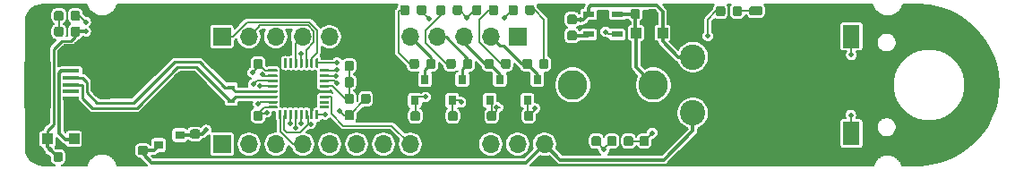
<source format=gtl>
G04 #@! TF.GenerationSoftware,KiCad,Pcbnew,(5.1.5-0-10_14)*
G04 #@! TF.CreationDate,2019-12-31T15:25:18-08:00*
G04 #@! TF.ProjectId,14500,31343530-302e-46b6-9963-61645f706362,rev?*
G04 #@! TF.SameCoordinates,Original*
G04 #@! TF.FileFunction,Copper,L1,Top*
G04 #@! TF.FilePolarity,Positive*
%FSLAX46Y46*%
G04 Gerber Fmt 4.6, Leading zero omitted, Abs format (unit mm)*
G04 Created by KiCad (PCBNEW (5.1.5-0-10_14)) date 2019-12-31 15:25:18*
%MOMM*%
%LPD*%
G04 APERTURE LIST*
%ADD10C,2.800000*%
%ADD11R,1.050000X0.600000*%
%ADD12C,0.100000*%
%ADD13R,0.700000X0.450000*%
%ADD14O,1.700000X1.700000*%
%ADD15R,1.700000X1.700000*%
%ADD16R,0.900000X0.800000*%
%ADD17R,2.500000X4.400000*%
%ADD18O,1.700000X1.350000*%
%ADD19O,1.500000X1.100000*%
%ADD20R,1.650000X0.400000*%
%ADD21R,1.500000X2.000000*%
%ADD22C,2.400000*%
%ADD23R,1.600000X2.180000*%
%ADD24R,1.000000X1.000000*%
%ADD25R,0.800000X0.900000*%
%ADD26C,0.508000*%
%ADD27C,0.152400*%
%ADD28C,0.310000*%
%ADD29C,0.254000*%
G04 APERTURE END LIST*
D10*
X73620000Y-100000000D03*
X66000000Y-100000000D03*
X117800000Y-100000000D03*
X110180000Y-100000000D03*
D11*
X114395000Y-95225000D03*
X114395000Y-94275000D03*
X114395000Y-93325000D03*
X111695000Y-93325000D03*
X111695000Y-95225000D03*
G04 #@! TA.AperFunction,SMDPad,CuDef*
D12*
G36*
X86088626Y-102375301D02*
G01*
X86094693Y-102376201D01*
X86100643Y-102377691D01*
X86106418Y-102379758D01*
X86111962Y-102382380D01*
X86117223Y-102385533D01*
X86122150Y-102389187D01*
X86126694Y-102393306D01*
X86130813Y-102397850D01*
X86134467Y-102402777D01*
X86137620Y-102408038D01*
X86140242Y-102413582D01*
X86142309Y-102419357D01*
X86143799Y-102425307D01*
X86144699Y-102431374D01*
X86145000Y-102437500D01*
X86145000Y-103187500D01*
X86144699Y-103193626D01*
X86143799Y-103199693D01*
X86142309Y-103205643D01*
X86140242Y-103211418D01*
X86137620Y-103216962D01*
X86134467Y-103222223D01*
X86130813Y-103227150D01*
X86126694Y-103231694D01*
X86122150Y-103235813D01*
X86117223Y-103239467D01*
X86111962Y-103242620D01*
X86106418Y-103245242D01*
X86100643Y-103247309D01*
X86094693Y-103248799D01*
X86088626Y-103249699D01*
X86082500Y-103250000D01*
X85957500Y-103250000D01*
X85951374Y-103249699D01*
X85945307Y-103248799D01*
X85939357Y-103247309D01*
X85933582Y-103245242D01*
X85928038Y-103242620D01*
X85922777Y-103239467D01*
X85917850Y-103235813D01*
X85913306Y-103231694D01*
X85909187Y-103227150D01*
X85905533Y-103222223D01*
X85902380Y-103216962D01*
X85899758Y-103211418D01*
X85897691Y-103205643D01*
X85896201Y-103199693D01*
X85895301Y-103193626D01*
X85895000Y-103187500D01*
X85895000Y-102437500D01*
X85895301Y-102431374D01*
X85896201Y-102425307D01*
X85897691Y-102419357D01*
X85899758Y-102413582D01*
X85902380Y-102408038D01*
X85905533Y-102402777D01*
X85909187Y-102397850D01*
X85913306Y-102393306D01*
X85917850Y-102389187D01*
X85922777Y-102385533D01*
X85928038Y-102382380D01*
X85933582Y-102379758D01*
X85939357Y-102377691D01*
X85945307Y-102376201D01*
X85951374Y-102375301D01*
X85957500Y-102375000D01*
X86082500Y-102375000D01*
X86088626Y-102375301D01*
G37*
G04 #@! TD.AperFunction*
G04 #@! TA.AperFunction,SMDPad,CuDef*
G36*
X85588626Y-102375301D02*
G01*
X85594693Y-102376201D01*
X85600643Y-102377691D01*
X85606418Y-102379758D01*
X85611962Y-102382380D01*
X85617223Y-102385533D01*
X85622150Y-102389187D01*
X85626694Y-102393306D01*
X85630813Y-102397850D01*
X85634467Y-102402777D01*
X85637620Y-102408038D01*
X85640242Y-102413582D01*
X85642309Y-102419357D01*
X85643799Y-102425307D01*
X85644699Y-102431374D01*
X85645000Y-102437500D01*
X85645000Y-103187500D01*
X85644699Y-103193626D01*
X85643799Y-103199693D01*
X85642309Y-103205643D01*
X85640242Y-103211418D01*
X85637620Y-103216962D01*
X85634467Y-103222223D01*
X85630813Y-103227150D01*
X85626694Y-103231694D01*
X85622150Y-103235813D01*
X85617223Y-103239467D01*
X85611962Y-103242620D01*
X85606418Y-103245242D01*
X85600643Y-103247309D01*
X85594693Y-103248799D01*
X85588626Y-103249699D01*
X85582500Y-103250000D01*
X85457500Y-103250000D01*
X85451374Y-103249699D01*
X85445307Y-103248799D01*
X85439357Y-103247309D01*
X85433582Y-103245242D01*
X85428038Y-103242620D01*
X85422777Y-103239467D01*
X85417850Y-103235813D01*
X85413306Y-103231694D01*
X85409187Y-103227150D01*
X85405533Y-103222223D01*
X85402380Y-103216962D01*
X85399758Y-103211418D01*
X85397691Y-103205643D01*
X85396201Y-103199693D01*
X85395301Y-103193626D01*
X85395000Y-103187500D01*
X85395000Y-102437500D01*
X85395301Y-102431374D01*
X85396201Y-102425307D01*
X85397691Y-102419357D01*
X85399758Y-102413582D01*
X85402380Y-102408038D01*
X85405533Y-102402777D01*
X85409187Y-102397850D01*
X85413306Y-102393306D01*
X85417850Y-102389187D01*
X85422777Y-102385533D01*
X85428038Y-102382380D01*
X85433582Y-102379758D01*
X85439357Y-102377691D01*
X85445307Y-102376201D01*
X85451374Y-102375301D01*
X85457500Y-102375000D01*
X85582500Y-102375000D01*
X85588626Y-102375301D01*
G37*
G04 #@! TD.AperFunction*
G04 #@! TA.AperFunction,SMDPad,CuDef*
G36*
X85088626Y-102375301D02*
G01*
X85094693Y-102376201D01*
X85100643Y-102377691D01*
X85106418Y-102379758D01*
X85111962Y-102382380D01*
X85117223Y-102385533D01*
X85122150Y-102389187D01*
X85126694Y-102393306D01*
X85130813Y-102397850D01*
X85134467Y-102402777D01*
X85137620Y-102408038D01*
X85140242Y-102413582D01*
X85142309Y-102419357D01*
X85143799Y-102425307D01*
X85144699Y-102431374D01*
X85145000Y-102437500D01*
X85145000Y-103187500D01*
X85144699Y-103193626D01*
X85143799Y-103199693D01*
X85142309Y-103205643D01*
X85140242Y-103211418D01*
X85137620Y-103216962D01*
X85134467Y-103222223D01*
X85130813Y-103227150D01*
X85126694Y-103231694D01*
X85122150Y-103235813D01*
X85117223Y-103239467D01*
X85111962Y-103242620D01*
X85106418Y-103245242D01*
X85100643Y-103247309D01*
X85094693Y-103248799D01*
X85088626Y-103249699D01*
X85082500Y-103250000D01*
X84957500Y-103250000D01*
X84951374Y-103249699D01*
X84945307Y-103248799D01*
X84939357Y-103247309D01*
X84933582Y-103245242D01*
X84928038Y-103242620D01*
X84922777Y-103239467D01*
X84917850Y-103235813D01*
X84913306Y-103231694D01*
X84909187Y-103227150D01*
X84905533Y-103222223D01*
X84902380Y-103216962D01*
X84899758Y-103211418D01*
X84897691Y-103205643D01*
X84896201Y-103199693D01*
X84895301Y-103193626D01*
X84895000Y-103187500D01*
X84895000Y-102437500D01*
X84895301Y-102431374D01*
X84896201Y-102425307D01*
X84897691Y-102419357D01*
X84899758Y-102413582D01*
X84902380Y-102408038D01*
X84905533Y-102402777D01*
X84909187Y-102397850D01*
X84913306Y-102393306D01*
X84917850Y-102389187D01*
X84922777Y-102385533D01*
X84928038Y-102382380D01*
X84933582Y-102379758D01*
X84939357Y-102377691D01*
X84945307Y-102376201D01*
X84951374Y-102375301D01*
X84957500Y-102375000D01*
X85082500Y-102375000D01*
X85088626Y-102375301D01*
G37*
G04 #@! TD.AperFunction*
G04 #@! TA.AperFunction,SMDPad,CuDef*
G36*
X84588626Y-102375301D02*
G01*
X84594693Y-102376201D01*
X84600643Y-102377691D01*
X84606418Y-102379758D01*
X84611962Y-102382380D01*
X84617223Y-102385533D01*
X84622150Y-102389187D01*
X84626694Y-102393306D01*
X84630813Y-102397850D01*
X84634467Y-102402777D01*
X84637620Y-102408038D01*
X84640242Y-102413582D01*
X84642309Y-102419357D01*
X84643799Y-102425307D01*
X84644699Y-102431374D01*
X84645000Y-102437500D01*
X84645000Y-103187500D01*
X84644699Y-103193626D01*
X84643799Y-103199693D01*
X84642309Y-103205643D01*
X84640242Y-103211418D01*
X84637620Y-103216962D01*
X84634467Y-103222223D01*
X84630813Y-103227150D01*
X84626694Y-103231694D01*
X84622150Y-103235813D01*
X84617223Y-103239467D01*
X84611962Y-103242620D01*
X84606418Y-103245242D01*
X84600643Y-103247309D01*
X84594693Y-103248799D01*
X84588626Y-103249699D01*
X84582500Y-103250000D01*
X84457500Y-103250000D01*
X84451374Y-103249699D01*
X84445307Y-103248799D01*
X84439357Y-103247309D01*
X84433582Y-103245242D01*
X84428038Y-103242620D01*
X84422777Y-103239467D01*
X84417850Y-103235813D01*
X84413306Y-103231694D01*
X84409187Y-103227150D01*
X84405533Y-103222223D01*
X84402380Y-103216962D01*
X84399758Y-103211418D01*
X84397691Y-103205643D01*
X84396201Y-103199693D01*
X84395301Y-103193626D01*
X84395000Y-103187500D01*
X84395000Y-102437500D01*
X84395301Y-102431374D01*
X84396201Y-102425307D01*
X84397691Y-102419357D01*
X84399758Y-102413582D01*
X84402380Y-102408038D01*
X84405533Y-102402777D01*
X84409187Y-102397850D01*
X84413306Y-102393306D01*
X84417850Y-102389187D01*
X84422777Y-102385533D01*
X84428038Y-102382380D01*
X84433582Y-102379758D01*
X84439357Y-102377691D01*
X84445307Y-102376201D01*
X84451374Y-102375301D01*
X84457500Y-102375000D01*
X84582500Y-102375000D01*
X84588626Y-102375301D01*
G37*
G04 #@! TD.AperFunction*
G04 #@! TA.AperFunction,SMDPad,CuDef*
G36*
X84088626Y-102375301D02*
G01*
X84094693Y-102376201D01*
X84100643Y-102377691D01*
X84106418Y-102379758D01*
X84111962Y-102382380D01*
X84117223Y-102385533D01*
X84122150Y-102389187D01*
X84126694Y-102393306D01*
X84130813Y-102397850D01*
X84134467Y-102402777D01*
X84137620Y-102408038D01*
X84140242Y-102413582D01*
X84142309Y-102419357D01*
X84143799Y-102425307D01*
X84144699Y-102431374D01*
X84145000Y-102437500D01*
X84145000Y-103187500D01*
X84144699Y-103193626D01*
X84143799Y-103199693D01*
X84142309Y-103205643D01*
X84140242Y-103211418D01*
X84137620Y-103216962D01*
X84134467Y-103222223D01*
X84130813Y-103227150D01*
X84126694Y-103231694D01*
X84122150Y-103235813D01*
X84117223Y-103239467D01*
X84111962Y-103242620D01*
X84106418Y-103245242D01*
X84100643Y-103247309D01*
X84094693Y-103248799D01*
X84088626Y-103249699D01*
X84082500Y-103250000D01*
X83957500Y-103250000D01*
X83951374Y-103249699D01*
X83945307Y-103248799D01*
X83939357Y-103247309D01*
X83933582Y-103245242D01*
X83928038Y-103242620D01*
X83922777Y-103239467D01*
X83917850Y-103235813D01*
X83913306Y-103231694D01*
X83909187Y-103227150D01*
X83905533Y-103222223D01*
X83902380Y-103216962D01*
X83899758Y-103211418D01*
X83897691Y-103205643D01*
X83896201Y-103199693D01*
X83895301Y-103193626D01*
X83895000Y-103187500D01*
X83895000Y-102437500D01*
X83895301Y-102431374D01*
X83896201Y-102425307D01*
X83897691Y-102419357D01*
X83899758Y-102413582D01*
X83902380Y-102408038D01*
X83905533Y-102402777D01*
X83909187Y-102397850D01*
X83913306Y-102393306D01*
X83917850Y-102389187D01*
X83922777Y-102385533D01*
X83928038Y-102382380D01*
X83933582Y-102379758D01*
X83939357Y-102377691D01*
X83945307Y-102376201D01*
X83951374Y-102375301D01*
X83957500Y-102375000D01*
X84082500Y-102375000D01*
X84088626Y-102375301D01*
G37*
G04 #@! TD.AperFunction*
G04 #@! TA.AperFunction,SMDPad,CuDef*
G36*
X83588626Y-102375301D02*
G01*
X83594693Y-102376201D01*
X83600643Y-102377691D01*
X83606418Y-102379758D01*
X83611962Y-102382380D01*
X83617223Y-102385533D01*
X83622150Y-102389187D01*
X83626694Y-102393306D01*
X83630813Y-102397850D01*
X83634467Y-102402777D01*
X83637620Y-102408038D01*
X83640242Y-102413582D01*
X83642309Y-102419357D01*
X83643799Y-102425307D01*
X83644699Y-102431374D01*
X83645000Y-102437500D01*
X83645000Y-103187500D01*
X83644699Y-103193626D01*
X83643799Y-103199693D01*
X83642309Y-103205643D01*
X83640242Y-103211418D01*
X83637620Y-103216962D01*
X83634467Y-103222223D01*
X83630813Y-103227150D01*
X83626694Y-103231694D01*
X83622150Y-103235813D01*
X83617223Y-103239467D01*
X83611962Y-103242620D01*
X83606418Y-103245242D01*
X83600643Y-103247309D01*
X83594693Y-103248799D01*
X83588626Y-103249699D01*
X83582500Y-103250000D01*
X83457500Y-103250000D01*
X83451374Y-103249699D01*
X83445307Y-103248799D01*
X83439357Y-103247309D01*
X83433582Y-103245242D01*
X83428038Y-103242620D01*
X83422777Y-103239467D01*
X83417850Y-103235813D01*
X83413306Y-103231694D01*
X83409187Y-103227150D01*
X83405533Y-103222223D01*
X83402380Y-103216962D01*
X83399758Y-103211418D01*
X83397691Y-103205643D01*
X83396201Y-103199693D01*
X83395301Y-103193626D01*
X83395000Y-103187500D01*
X83395000Y-102437500D01*
X83395301Y-102431374D01*
X83396201Y-102425307D01*
X83397691Y-102419357D01*
X83399758Y-102413582D01*
X83402380Y-102408038D01*
X83405533Y-102402777D01*
X83409187Y-102397850D01*
X83413306Y-102393306D01*
X83417850Y-102389187D01*
X83422777Y-102385533D01*
X83428038Y-102382380D01*
X83433582Y-102379758D01*
X83439357Y-102377691D01*
X83445307Y-102376201D01*
X83451374Y-102375301D01*
X83457500Y-102375000D01*
X83582500Y-102375000D01*
X83588626Y-102375301D01*
G37*
G04 #@! TD.AperFunction*
G04 #@! TA.AperFunction,SMDPad,CuDef*
G36*
X83088626Y-102375301D02*
G01*
X83094693Y-102376201D01*
X83100643Y-102377691D01*
X83106418Y-102379758D01*
X83111962Y-102382380D01*
X83117223Y-102385533D01*
X83122150Y-102389187D01*
X83126694Y-102393306D01*
X83130813Y-102397850D01*
X83134467Y-102402777D01*
X83137620Y-102408038D01*
X83140242Y-102413582D01*
X83142309Y-102419357D01*
X83143799Y-102425307D01*
X83144699Y-102431374D01*
X83145000Y-102437500D01*
X83145000Y-103187500D01*
X83144699Y-103193626D01*
X83143799Y-103199693D01*
X83142309Y-103205643D01*
X83140242Y-103211418D01*
X83137620Y-103216962D01*
X83134467Y-103222223D01*
X83130813Y-103227150D01*
X83126694Y-103231694D01*
X83122150Y-103235813D01*
X83117223Y-103239467D01*
X83111962Y-103242620D01*
X83106418Y-103245242D01*
X83100643Y-103247309D01*
X83094693Y-103248799D01*
X83088626Y-103249699D01*
X83082500Y-103250000D01*
X82957500Y-103250000D01*
X82951374Y-103249699D01*
X82945307Y-103248799D01*
X82939357Y-103247309D01*
X82933582Y-103245242D01*
X82928038Y-103242620D01*
X82922777Y-103239467D01*
X82917850Y-103235813D01*
X82913306Y-103231694D01*
X82909187Y-103227150D01*
X82905533Y-103222223D01*
X82902380Y-103216962D01*
X82899758Y-103211418D01*
X82897691Y-103205643D01*
X82896201Y-103199693D01*
X82895301Y-103193626D01*
X82895000Y-103187500D01*
X82895000Y-102437500D01*
X82895301Y-102431374D01*
X82896201Y-102425307D01*
X82897691Y-102419357D01*
X82899758Y-102413582D01*
X82902380Y-102408038D01*
X82905533Y-102402777D01*
X82909187Y-102397850D01*
X82913306Y-102393306D01*
X82917850Y-102389187D01*
X82922777Y-102385533D01*
X82928038Y-102382380D01*
X82933582Y-102379758D01*
X82939357Y-102377691D01*
X82945307Y-102376201D01*
X82951374Y-102375301D01*
X82957500Y-102375000D01*
X83082500Y-102375000D01*
X83088626Y-102375301D01*
G37*
G04 #@! TD.AperFunction*
G04 #@! TA.AperFunction,SMDPad,CuDef*
G36*
X82588626Y-102375301D02*
G01*
X82594693Y-102376201D01*
X82600643Y-102377691D01*
X82606418Y-102379758D01*
X82611962Y-102382380D01*
X82617223Y-102385533D01*
X82622150Y-102389187D01*
X82626694Y-102393306D01*
X82630813Y-102397850D01*
X82634467Y-102402777D01*
X82637620Y-102408038D01*
X82640242Y-102413582D01*
X82642309Y-102419357D01*
X82643799Y-102425307D01*
X82644699Y-102431374D01*
X82645000Y-102437500D01*
X82645000Y-103187500D01*
X82644699Y-103193626D01*
X82643799Y-103199693D01*
X82642309Y-103205643D01*
X82640242Y-103211418D01*
X82637620Y-103216962D01*
X82634467Y-103222223D01*
X82630813Y-103227150D01*
X82626694Y-103231694D01*
X82622150Y-103235813D01*
X82617223Y-103239467D01*
X82611962Y-103242620D01*
X82606418Y-103245242D01*
X82600643Y-103247309D01*
X82594693Y-103248799D01*
X82588626Y-103249699D01*
X82582500Y-103250000D01*
X82457500Y-103250000D01*
X82451374Y-103249699D01*
X82445307Y-103248799D01*
X82439357Y-103247309D01*
X82433582Y-103245242D01*
X82428038Y-103242620D01*
X82422777Y-103239467D01*
X82417850Y-103235813D01*
X82413306Y-103231694D01*
X82409187Y-103227150D01*
X82405533Y-103222223D01*
X82402380Y-103216962D01*
X82399758Y-103211418D01*
X82397691Y-103205643D01*
X82396201Y-103199693D01*
X82395301Y-103193626D01*
X82395000Y-103187500D01*
X82395000Y-102437500D01*
X82395301Y-102431374D01*
X82396201Y-102425307D01*
X82397691Y-102419357D01*
X82399758Y-102413582D01*
X82402380Y-102408038D01*
X82405533Y-102402777D01*
X82409187Y-102397850D01*
X82413306Y-102393306D01*
X82417850Y-102389187D01*
X82422777Y-102385533D01*
X82428038Y-102382380D01*
X82433582Y-102379758D01*
X82439357Y-102377691D01*
X82445307Y-102376201D01*
X82451374Y-102375301D01*
X82457500Y-102375000D01*
X82582500Y-102375000D01*
X82588626Y-102375301D01*
G37*
G04 #@! TD.AperFunction*
G04 #@! TA.AperFunction,SMDPad,CuDef*
G36*
X82213626Y-102000301D02*
G01*
X82219693Y-102001201D01*
X82225643Y-102002691D01*
X82231418Y-102004758D01*
X82236962Y-102007380D01*
X82242223Y-102010533D01*
X82247150Y-102014187D01*
X82251694Y-102018306D01*
X82255813Y-102022850D01*
X82259467Y-102027777D01*
X82262620Y-102033038D01*
X82265242Y-102038582D01*
X82267309Y-102044357D01*
X82268799Y-102050307D01*
X82269699Y-102056374D01*
X82270000Y-102062500D01*
X82270000Y-102187500D01*
X82269699Y-102193626D01*
X82268799Y-102199693D01*
X82267309Y-102205643D01*
X82265242Y-102211418D01*
X82262620Y-102216962D01*
X82259467Y-102222223D01*
X82255813Y-102227150D01*
X82251694Y-102231694D01*
X82247150Y-102235813D01*
X82242223Y-102239467D01*
X82236962Y-102242620D01*
X82231418Y-102245242D01*
X82225643Y-102247309D01*
X82219693Y-102248799D01*
X82213626Y-102249699D01*
X82207500Y-102250000D01*
X81457500Y-102250000D01*
X81451374Y-102249699D01*
X81445307Y-102248799D01*
X81439357Y-102247309D01*
X81433582Y-102245242D01*
X81428038Y-102242620D01*
X81422777Y-102239467D01*
X81417850Y-102235813D01*
X81413306Y-102231694D01*
X81409187Y-102227150D01*
X81405533Y-102222223D01*
X81402380Y-102216962D01*
X81399758Y-102211418D01*
X81397691Y-102205643D01*
X81396201Y-102199693D01*
X81395301Y-102193626D01*
X81395000Y-102187500D01*
X81395000Y-102062500D01*
X81395301Y-102056374D01*
X81396201Y-102050307D01*
X81397691Y-102044357D01*
X81399758Y-102038582D01*
X81402380Y-102033038D01*
X81405533Y-102027777D01*
X81409187Y-102022850D01*
X81413306Y-102018306D01*
X81417850Y-102014187D01*
X81422777Y-102010533D01*
X81428038Y-102007380D01*
X81433582Y-102004758D01*
X81439357Y-102002691D01*
X81445307Y-102001201D01*
X81451374Y-102000301D01*
X81457500Y-102000000D01*
X82207500Y-102000000D01*
X82213626Y-102000301D01*
G37*
G04 #@! TD.AperFunction*
G04 #@! TA.AperFunction,SMDPad,CuDef*
G36*
X82213626Y-101500301D02*
G01*
X82219693Y-101501201D01*
X82225643Y-101502691D01*
X82231418Y-101504758D01*
X82236962Y-101507380D01*
X82242223Y-101510533D01*
X82247150Y-101514187D01*
X82251694Y-101518306D01*
X82255813Y-101522850D01*
X82259467Y-101527777D01*
X82262620Y-101533038D01*
X82265242Y-101538582D01*
X82267309Y-101544357D01*
X82268799Y-101550307D01*
X82269699Y-101556374D01*
X82270000Y-101562500D01*
X82270000Y-101687500D01*
X82269699Y-101693626D01*
X82268799Y-101699693D01*
X82267309Y-101705643D01*
X82265242Y-101711418D01*
X82262620Y-101716962D01*
X82259467Y-101722223D01*
X82255813Y-101727150D01*
X82251694Y-101731694D01*
X82247150Y-101735813D01*
X82242223Y-101739467D01*
X82236962Y-101742620D01*
X82231418Y-101745242D01*
X82225643Y-101747309D01*
X82219693Y-101748799D01*
X82213626Y-101749699D01*
X82207500Y-101750000D01*
X81457500Y-101750000D01*
X81451374Y-101749699D01*
X81445307Y-101748799D01*
X81439357Y-101747309D01*
X81433582Y-101745242D01*
X81428038Y-101742620D01*
X81422777Y-101739467D01*
X81417850Y-101735813D01*
X81413306Y-101731694D01*
X81409187Y-101727150D01*
X81405533Y-101722223D01*
X81402380Y-101716962D01*
X81399758Y-101711418D01*
X81397691Y-101705643D01*
X81396201Y-101699693D01*
X81395301Y-101693626D01*
X81395000Y-101687500D01*
X81395000Y-101562500D01*
X81395301Y-101556374D01*
X81396201Y-101550307D01*
X81397691Y-101544357D01*
X81399758Y-101538582D01*
X81402380Y-101533038D01*
X81405533Y-101527777D01*
X81409187Y-101522850D01*
X81413306Y-101518306D01*
X81417850Y-101514187D01*
X81422777Y-101510533D01*
X81428038Y-101507380D01*
X81433582Y-101504758D01*
X81439357Y-101502691D01*
X81445307Y-101501201D01*
X81451374Y-101500301D01*
X81457500Y-101500000D01*
X82207500Y-101500000D01*
X82213626Y-101500301D01*
G37*
G04 #@! TD.AperFunction*
G04 #@! TA.AperFunction,SMDPad,CuDef*
G36*
X82213626Y-101000301D02*
G01*
X82219693Y-101001201D01*
X82225643Y-101002691D01*
X82231418Y-101004758D01*
X82236962Y-101007380D01*
X82242223Y-101010533D01*
X82247150Y-101014187D01*
X82251694Y-101018306D01*
X82255813Y-101022850D01*
X82259467Y-101027777D01*
X82262620Y-101033038D01*
X82265242Y-101038582D01*
X82267309Y-101044357D01*
X82268799Y-101050307D01*
X82269699Y-101056374D01*
X82270000Y-101062500D01*
X82270000Y-101187500D01*
X82269699Y-101193626D01*
X82268799Y-101199693D01*
X82267309Y-101205643D01*
X82265242Y-101211418D01*
X82262620Y-101216962D01*
X82259467Y-101222223D01*
X82255813Y-101227150D01*
X82251694Y-101231694D01*
X82247150Y-101235813D01*
X82242223Y-101239467D01*
X82236962Y-101242620D01*
X82231418Y-101245242D01*
X82225643Y-101247309D01*
X82219693Y-101248799D01*
X82213626Y-101249699D01*
X82207500Y-101250000D01*
X81457500Y-101250000D01*
X81451374Y-101249699D01*
X81445307Y-101248799D01*
X81439357Y-101247309D01*
X81433582Y-101245242D01*
X81428038Y-101242620D01*
X81422777Y-101239467D01*
X81417850Y-101235813D01*
X81413306Y-101231694D01*
X81409187Y-101227150D01*
X81405533Y-101222223D01*
X81402380Y-101216962D01*
X81399758Y-101211418D01*
X81397691Y-101205643D01*
X81396201Y-101199693D01*
X81395301Y-101193626D01*
X81395000Y-101187500D01*
X81395000Y-101062500D01*
X81395301Y-101056374D01*
X81396201Y-101050307D01*
X81397691Y-101044357D01*
X81399758Y-101038582D01*
X81402380Y-101033038D01*
X81405533Y-101027777D01*
X81409187Y-101022850D01*
X81413306Y-101018306D01*
X81417850Y-101014187D01*
X81422777Y-101010533D01*
X81428038Y-101007380D01*
X81433582Y-101004758D01*
X81439357Y-101002691D01*
X81445307Y-101001201D01*
X81451374Y-101000301D01*
X81457500Y-101000000D01*
X82207500Y-101000000D01*
X82213626Y-101000301D01*
G37*
G04 #@! TD.AperFunction*
G04 #@! TA.AperFunction,SMDPad,CuDef*
G36*
X82213626Y-100500301D02*
G01*
X82219693Y-100501201D01*
X82225643Y-100502691D01*
X82231418Y-100504758D01*
X82236962Y-100507380D01*
X82242223Y-100510533D01*
X82247150Y-100514187D01*
X82251694Y-100518306D01*
X82255813Y-100522850D01*
X82259467Y-100527777D01*
X82262620Y-100533038D01*
X82265242Y-100538582D01*
X82267309Y-100544357D01*
X82268799Y-100550307D01*
X82269699Y-100556374D01*
X82270000Y-100562500D01*
X82270000Y-100687500D01*
X82269699Y-100693626D01*
X82268799Y-100699693D01*
X82267309Y-100705643D01*
X82265242Y-100711418D01*
X82262620Y-100716962D01*
X82259467Y-100722223D01*
X82255813Y-100727150D01*
X82251694Y-100731694D01*
X82247150Y-100735813D01*
X82242223Y-100739467D01*
X82236962Y-100742620D01*
X82231418Y-100745242D01*
X82225643Y-100747309D01*
X82219693Y-100748799D01*
X82213626Y-100749699D01*
X82207500Y-100750000D01*
X81457500Y-100750000D01*
X81451374Y-100749699D01*
X81445307Y-100748799D01*
X81439357Y-100747309D01*
X81433582Y-100745242D01*
X81428038Y-100742620D01*
X81422777Y-100739467D01*
X81417850Y-100735813D01*
X81413306Y-100731694D01*
X81409187Y-100727150D01*
X81405533Y-100722223D01*
X81402380Y-100716962D01*
X81399758Y-100711418D01*
X81397691Y-100705643D01*
X81396201Y-100699693D01*
X81395301Y-100693626D01*
X81395000Y-100687500D01*
X81395000Y-100562500D01*
X81395301Y-100556374D01*
X81396201Y-100550307D01*
X81397691Y-100544357D01*
X81399758Y-100538582D01*
X81402380Y-100533038D01*
X81405533Y-100527777D01*
X81409187Y-100522850D01*
X81413306Y-100518306D01*
X81417850Y-100514187D01*
X81422777Y-100510533D01*
X81428038Y-100507380D01*
X81433582Y-100504758D01*
X81439357Y-100502691D01*
X81445307Y-100501201D01*
X81451374Y-100500301D01*
X81457500Y-100500000D01*
X82207500Y-100500000D01*
X82213626Y-100500301D01*
G37*
G04 #@! TD.AperFunction*
G04 #@! TA.AperFunction,SMDPad,CuDef*
G36*
X82213626Y-100000301D02*
G01*
X82219693Y-100001201D01*
X82225643Y-100002691D01*
X82231418Y-100004758D01*
X82236962Y-100007380D01*
X82242223Y-100010533D01*
X82247150Y-100014187D01*
X82251694Y-100018306D01*
X82255813Y-100022850D01*
X82259467Y-100027777D01*
X82262620Y-100033038D01*
X82265242Y-100038582D01*
X82267309Y-100044357D01*
X82268799Y-100050307D01*
X82269699Y-100056374D01*
X82270000Y-100062500D01*
X82270000Y-100187500D01*
X82269699Y-100193626D01*
X82268799Y-100199693D01*
X82267309Y-100205643D01*
X82265242Y-100211418D01*
X82262620Y-100216962D01*
X82259467Y-100222223D01*
X82255813Y-100227150D01*
X82251694Y-100231694D01*
X82247150Y-100235813D01*
X82242223Y-100239467D01*
X82236962Y-100242620D01*
X82231418Y-100245242D01*
X82225643Y-100247309D01*
X82219693Y-100248799D01*
X82213626Y-100249699D01*
X82207500Y-100250000D01*
X81457500Y-100250000D01*
X81451374Y-100249699D01*
X81445307Y-100248799D01*
X81439357Y-100247309D01*
X81433582Y-100245242D01*
X81428038Y-100242620D01*
X81422777Y-100239467D01*
X81417850Y-100235813D01*
X81413306Y-100231694D01*
X81409187Y-100227150D01*
X81405533Y-100222223D01*
X81402380Y-100216962D01*
X81399758Y-100211418D01*
X81397691Y-100205643D01*
X81396201Y-100199693D01*
X81395301Y-100193626D01*
X81395000Y-100187500D01*
X81395000Y-100062500D01*
X81395301Y-100056374D01*
X81396201Y-100050307D01*
X81397691Y-100044357D01*
X81399758Y-100038582D01*
X81402380Y-100033038D01*
X81405533Y-100027777D01*
X81409187Y-100022850D01*
X81413306Y-100018306D01*
X81417850Y-100014187D01*
X81422777Y-100010533D01*
X81428038Y-100007380D01*
X81433582Y-100004758D01*
X81439357Y-100002691D01*
X81445307Y-100001201D01*
X81451374Y-100000301D01*
X81457500Y-100000000D01*
X82207500Y-100000000D01*
X82213626Y-100000301D01*
G37*
G04 #@! TD.AperFunction*
G04 #@! TA.AperFunction,SMDPad,CuDef*
G36*
X82213626Y-99500301D02*
G01*
X82219693Y-99501201D01*
X82225643Y-99502691D01*
X82231418Y-99504758D01*
X82236962Y-99507380D01*
X82242223Y-99510533D01*
X82247150Y-99514187D01*
X82251694Y-99518306D01*
X82255813Y-99522850D01*
X82259467Y-99527777D01*
X82262620Y-99533038D01*
X82265242Y-99538582D01*
X82267309Y-99544357D01*
X82268799Y-99550307D01*
X82269699Y-99556374D01*
X82270000Y-99562500D01*
X82270000Y-99687500D01*
X82269699Y-99693626D01*
X82268799Y-99699693D01*
X82267309Y-99705643D01*
X82265242Y-99711418D01*
X82262620Y-99716962D01*
X82259467Y-99722223D01*
X82255813Y-99727150D01*
X82251694Y-99731694D01*
X82247150Y-99735813D01*
X82242223Y-99739467D01*
X82236962Y-99742620D01*
X82231418Y-99745242D01*
X82225643Y-99747309D01*
X82219693Y-99748799D01*
X82213626Y-99749699D01*
X82207500Y-99750000D01*
X81457500Y-99750000D01*
X81451374Y-99749699D01*
X81445307Y-99748799D01*
X81439357Y-99747309D01*
X81433582Y-99745242D01*
X81428038Y-99742620D01*
X81422777Y-99739467D01*
X81417850Y-99735813D01*
X81413306Y-99731694D01*
X81409187Y-99727150D01*
X81405533Y-99722223D01*
X81402380Y-99716962D01*
X81399758Y-99711418D01*
X81397691Y-99705643D01*
X81396201Y-99699693D01*
X81395301Y-99693626D01*
X81395000Y-99687500D01*
X81395000Y-99562500D01*
X81395301Y-99556374D01*
X81396201Y-99550307D01*
X81397691Y-99544357D01*
X81399758Y-99538582D01*
X81402380Y-99533038D01*
X81405533Y-99527777D01*
X81409187Y-99522850D01*
X81413306Y-99518306D01*
X81417850Y-99514187D01*
X81422777Y-99510533D01*
X81428038Y-99507380D01*
X81433582Y-99504758D01*
X81439357Y-99502691D01*
X81445307Y-99501201D01*
X81451374Y-99500301D01*
X81457500Y-99500000D01*
X82207500Y-99500000D01*
X82213626Y-99500301D01*
G37*
G04 #@! TD.AperFunction*
G04 #@! TA.AperFunction,SMDPad,CuDef*
G36*
X82213626Y-99000301D02*
G01*
X82219693Y-99001201D01*
X82225643Y-99002691D01*
X82231418Y-99004758D01*
X82236962Y-99007380D01*
X82242223Y-99010533D01*
X82247150Y-99014187D01*
X82251694Y-99018306D01*
X82255813Y-99022850D01*
X82259467Y-99027777D01*
X82262620Y-99033038D01*
X82265242Y-99038582D01*
X82267309Y-99044357D01*
X82268799Y-99050307D01*
X82269699Y-99056374D01*
X82270000Y-99062500D01*
X82270000Y-99187500D01*
X82269699Y-99193626D01*
X82268799Y-99199693D01*
X82267309Y-99205643D01*
X82265242Y-99211418D01*
X82262620Y-99216962D01*
X82259467Y-99222223D01*
X82255813Y-99227150D01*
X82251694Y-99231694D01*
X82247150Y-99235813D01*
X82242223Y-99239467D01*
X82236962Y-99242620D01*
X82231418Y-99245242D01*
X82225643Y-99247309D01*
X82219693Y-99248799D01*
X82213626Y-99249699D01*
X82207500Y-99250000D01*
X81457500Y-99250000D01*
X81451374Y-99249699D01*
X81445307Y-99248799D01*
X81439357Y-99247309D01*
X81433582Y-99245242D01*
X81428038Y-99242620D01*
X81422777Y-99239467D01*
X81417850Y-99235813D01*
X81413306Y-99231694D01*
X81409187Y-99227150D01*
X81405533Y-99222223D01*
X81402380Y-99216962D01*
X81399758Y-99211418D01*
X81397691Y-99205643D01*
X81396201Y-99199693D01*
X81395301Y-99193626D01*
X81395000Y-99187500D01*
X81395000Y-99062500D01*
X81395301Y-99056374D01*
X81396201Y-99050307D01*
X81397691Y-99044357D01*
X81399758Y-99038582D01*
X81402380Y-99033038D01*
X81405533Y-99027777D01*
X81409187Y-99022850D01*
X81413306Y-99018306D01*
X81417850Y-99014187D01*
X81422777Y-99010533D01*
X81428038Y-99007380D01*
X81433582Y-99004758D01*
X81439357Y-99002691D01*
X81445307Y-99001201D01*
X81451374Y-99000301D01*
X81457500Y-99000000D01*
X82207500Y-99000000D01*
X82213626Y-99000301D01*
G37*
G04 #@! TD.AperFunction*
G04 #@! TA.AperFunction,SMDPad,CuDef*
G36*
X82213626Y-98500301D02*
G01*
X82219693Y-98501201D01*
X82225643Y-98502691D01*
X82231418Y-98504758D01*
X82236962Y-98507380D01*
X82242223Y-98510533D01*
X82247150Y-98514187D01*
X82251694Y-98518306D01*
X82255813Y-98522850D01*
X82259467Y-98527777D01*
X82262620Y-98533038D01*
X82265242Y-98538582D01*
X82267309Y-98544357D01*
X82268799Y-98550307D01*
X82269699Y-98556374D01*
X82270000Y-98562500D01*
X82270000Y-98687500D01*
X82269699Y-98693626D01*
X82268799Y-98699693D01*
X82267309Y-98705643D01*
X82265242Y-98711418D01*
X82262620Y-98716962D01*
X82259467Y-98722223D01*
X82255813Y-98727150D01*
X82251694Y-98731694D01*
X82247150Y-98735813D01*
X82242223Y-98739467D01*
X82236962Y-98742620D01*
X82231418Y-98745242D01*
X82225643Y-98747309D01*
X82219693Y-98748799D01*
X82213626Y-98749699D01*
X82207500Y-98750000D01*
X81457500Y-98750000D01*
X81451374Y-98749699D01*
X81445307Y-98748799D01*
X81439357Y-98747309D01*
X81433582Y-98745242D01*
X81428038Y-98742620D01*
X81422777Y-98739467D01*
X81417850Y-98735813D01*
X81413306Y-98731694D01*
X81409187Y-98727150D01*
X81405533Y-98722223D01*
X81402380Y-98716962D01*
X81399758Y-98711418D01*
X81397691Y-98705643D01*
X81396201Y-98699693D01*
X81395301Y-98693626D01*
X81395000Y-98687500D01*
X81395000Y-98562500D01*
X81395301Y-98556374D01*
X81396201Y-98550307D01*
X81397691Y-98544357D01*
X81399758Y-98538582D01*
X81402380Y-98533038D01*
X81405533Y-98527777D01*
X81409187Y-98522850D01*
X81413306Y-98518306D01*
X81417850Y-98514187D01*
X81422777Y-98510533D01*
X81428038Y-98507380D01*
X81433582Y-98504758D01*
X81439357Y-98502691D01*
X81445307Y-98501201D01*
X81451374Y-98500301D01*
X81457500Y-98500000D01*
X82207500Y-98500000D01*
X82213626Y-98500301D01*
G37*
G04 #@! TD.AperFunction*
G04 #@! TA.AperFunction,SMDPad,CuDef*
G36*
X82588626Y-97500301D02*
G01*
X82594693Y-97501201D01*
X82600643Y-97502691D01*
X82606418Y-97504758D01*
X82611962Y-97507380D01*
X82617223Y-97510533D01*
X82622150Y-97514187D01*
X82626694Y-97518306D01*
X82630813Y-97522850D01*
X82634467Y-97527777D01*
X82637620Y-97533038D01*
X82640242Y-97538582D01*
X82642309Y-97544357D01*
X82643799Y-97550307D01*
X82644699Y-97556374D01*
X82645000Y-97562500D01*
X82645000Y-98312500D01*
X82644699Y-98318626D01*
X82643799Y-98324693D01*
X82642309Y-98330643D01*
X82640242Y-98336418D01*
X82637620Y-98341962D01*
X82634467Y-98347223D01*
X82630813Y-98352150D01*
X82626694Y-98356694D01*
X82622150Y-98360813D01*
X82617223Y-98364467D01*
X82611962Y-98367620D01*
X82606418Y-98370242D01*
X82600643Y-98372309D01*
X82594693Y-98373799D01*
X82588626Y-98374699D01*
X82582500Y-98375000D01*
X82457500Y-98375000D01*
X82451374Y-98374699D01*
X82445307Y-98373799D01*
X82439357Y-98372309D01*
X82433582Y-98370242D01*
X82428038Y-98367620D01*
X82422777Y-98364467D01*
X82417850Y-98360813D01*
X82413306Y-98356694D01*
X82409187Y-98352150D01*
X82405533Y-98347223D01*
X82402380Y-98341962D01*
X82399758Y-98336418D01*
X82397691Y-98330643D01*
X82396201Y-98324693D01*
X82395301Y-98318626D01*
X82395000Y-98312500D01*
X82395000Y-97562500D01*
X82395301Y-97556374D01*
X82396201Y-97550307D01*
X82397691Y-97544357D01*
X82399758Y-97538582D01*
X82402380Y-97533038D01*
X82405533Y-97527777D01*
X82409187Y-97522850D01*
X82413306Y-97518306D01*
X82417850Y-97514187D01*
X82422777Y-97510533D01*
X82428038Y-97507380D01*
X82433582Y-97504758D01*
X82439357Y-97502691D01*
X82445307Y-97501201D01*
X82451374Y-97500301D01*
X82457500Y-97500000D01*
X82582500Y-97500000D01*
X82588626Y-97500301D01*
G37*
G04 #@! TD.AperFunction*
G04 #@! TA.AperFunction,SMDPad,CuDef*
G36*
X83088626Y-97500301D02*
G01*
X83094693Y-97501201D01*
X83100643Y-97502691D01*
X83106418Y-97504758D01*
X83111962Y-97507380D01*
X83117223Y-97510533D01*
X83122150Y-97514187D01*
X83126694Y-97518306D01*
X83130813Y-97522850D01*
X83134467Y-97527777D01*
X83137620Y-97533038D01*
X83140242Y-97538582D01*
X83142309Y-97544357D01*
X83143799Y-97550307D01*
X83144699Y-97556374D01*
X83145000Y-97562500D01*
X83145000Y-98312500D01*
X83144699Y-98318626D01*
X83143799Y-98324693D01*
X83142309Y-98330643D01*
X83140242Y-98336418D01*
X83137620Y-98341962D01*
X83134467Y-98347223D01*
X83130813Y-98352150D01*
X83126694Y-98356694D01*
X83122150Y-98360813D01*
X83117223Y-98364467D01*
X83111962Y-98367620D01*
X83106418Y-98370242D01*
X83100643Y-98372309D01*
X83094693Y-98373799D01*
X83088626Y-98374699D01*
X83082500Y-98375000D01*
X82957500Y-98375000D01*
X82951374Y-98374699D01*
X82945307Y-98373799D01*
X82939357Y-98372309D01*
X82933582Y-98370242D01*
X82928038Y-98367620D01*
X82922777Y-98364467D01*
X82917850Y-98360813D01*
X82913306Y-98356694D01*
X82909187Y-98352150D01*
X82905533Y-98347223D01*
X82902380Y-98341962D01*
X82899758Y-98336418D01*
X82897691Y-98330643D01*
X82896201Y-98324693D01*
X82895301Y-98318626D01*
X82895000Y-98312500D01*
X82895000Y-97562500D01*
X82895301Y-97556374D01*
X82896201Y-97550307D01*
X82897691Y-97544357D01*
X82899758Y-97538582D01*
X82902380Y-97533038D01*
X82905533Y-97527777D01*
X82909187Y-97522850D01*
X82913306Y-97518306D01*
X82917850Y-97514187D01*
X82922777Y-97510533D01*
X82928038Y-97507380D01*
X82933582Y-97504758D01*
X82939357Y-97502691D01*
X82945307Y-97501201D01*
X82951374Y-97500301D01*
X82957500Y-97500000D01*
X83082500Y-97500000D01*
X83088626Y-97500301D01*
G37*
G04 #@! TD.AperFunction*
G04 #@! TA.AperFunction,SMDPad,CuDef*
G36*
X83588626Y-97500301D02*
G01*
X83594693Y-97501201D01*
X83600643Y-97502691D01*
X83606418Y-97504758D01*
X83611962Y-97507380D01*
X83617223Y-97510533D01*
X83622150Y-97514187D01*
X83626694Y-97518306D01*
X83630813Y-97522850D01*
X83634467Y-97527777D01*
X83637620Y-97533038D01*
X83640242Y-97538582D01*
X83642309Y-97544357D01*
X83643799Y-97550307D01*
X83644699Y-97556374D01*
X83645000Y-97562500D01*
X83645000Y-98312500D01*
X83644699Y-98318626D01*
X83643799Y-98324693D01*
X83642309Y-98330643D01*
X83640242Y-98336418D01*
X83637620Y-98341962D01*
X83634467Y-98347223D01*
X83630813Y-98352150D01*
X83626694Y-98356694D01*
X83622150Y-98360813D01*
X83617223Y-98364467D01*
X83611962Y-98367620D01*
X83606418Y-98370242D01*
X83600643Y-98372309D01*
X83594693Y-98373799D01*
X83588626Y-98374699D01*
X83582500Y-98375000D01*
X83457500Y-98375000D01*
X83451374Y-98374699D01*
X83445307Y-98373799D01*
X83439357Y-98372309D01*
X83433582Y-98370242D01*
X83428038Y-98367620D01*
X83422777Y-98364467D01*
X83417850Y-98360813D01*
X83413306Y-98356694D01*
X83409187Y-98352150D01*
X83405533Y-98347223D01*
X83402380Y-98341962D01*
X83399758Y-98336418D01*
X83397691Y-98330643D01*
X83396201Y-98324693D01*
X83395301Y-98318626D01*
X83395000Y-98312500D01*
X83395000Y-97562500D01*
X83395301Y-97556374D01*
X83396201Y-97550307D01*
X83397691Y-97544357D01*
X83399758Y-97538582D01*
X83402380Y-97533038D01*
X83405533Y-97527777D01*
X83409187Y-97522850D01*
X83413306Y-97518306D01*
X83417850Y-97514187D01*
X83422777Y-97510533D01*
X83428038Y-97507380D01*
X83433582Y-97504758D01*
X83439357Y-97502691D01*
X83445307Y-97501201D01*
X83451374Y-97500301D01*
X83457500Y-97500000D01*
X83582500Y-97500000D01*
X83588626Y-97500301D01*
G37*
G04 #@! TD.AperFunction*
G04 #@! TA.AperFunction,SMDPad,CuDef*
G36*
X84088626Y-97500301D02*
G01*
X84094693Y-97501201D01*
X84100643Y-97502691D01*
X84106418Y-97504758D01*
X84111962Y-97507380D01*
X84117223Y-97510533D01*
X84122150Y-97514187D01*
X84126694Y-97518306D01*
X84130813Y-97522850D01*
X84134467Y-97527777D01*
X84137620Y-97533038D01*
X84140242Y-97538582D01*
X84142309Y-97544357D01*
X84143799Y-97550307D01*
X84144699Y-97556374D01*
X84145000Y-97562500D01*
X84145000Y-98312500D01*
X84144699Y-98318626D01*
X84143799Y-98324693D01*
X84142309Y-98330643D01*
X84140242Y-98336418D01*
X84137620Y-98341962D01*
X84134467Y-98347223D01*
X84130813Y-98352150D01*
X84126694Y-98356694D01*
X84122150Y-98360813D01*
X84117223Y-98364467D01*
X84111962Y-98367620D01*
X84106418Y-98370242D01*
X84100643Y-98372309D01*
X84094693Y-98373799D01*
X84088626Y-98374699D01*
X84082500Y-98375000D01*
X83957500Y-98375000D01*
X83951374Y-98374699D01*
X83945307Y-98373799D01*
X83939357Y-98372309D01*
X83933582Y-98370242D01*
X83928038Y-98367620D01*
X83922777Y-98364467D01*
X83917850Y-98360813D01*
X83913306Y-98356694D01*
X83909187Y-98352150D01*
X83905533Y-98347223D01*
X83902380Y-98341962D01*
X83899758Y-98336418D01*
X83897691Y-98330643D01*
X83896201Y-98324693D01*
X83895301Y-98318626D01*
X83895000Y-98312500D01*
X83895000Y-97562500D01*
X83895301Y-97556374D01*
X83896201Y-97550307D01*
X83897691Y-97544357D01*
X83899758Y-97538582D01*
X83902380Y-97533038D01*
X83905533Y-97527777D01*
X83909187Y-97522850D01*
X83913306Y-97518306D01*
X83917850Y-97514187D01*
X83922777Y-97510533D01*
X83928038Y-97507380D01*
X83933582Y-97504758D01*
X83939357Y-97502691D01*
X83945307Y-97501201D01*
X83951374Y-97500301D01*
X83957500Y-97500000D01*
X84082500Y-97500000D01*
X84088626Y-97500301D01*
G37*
G04 #@! TD.AperFunction*
G04 #@! TA.AperFunction,SMDPad,CuDef*
G36*
X84588626Y-97500301D02*
G01*
X84594693Y-97501201D01*
X84600643Y-97502691D01*
X84606418Y-97504758D01*
X84611962Y-97507380D01*
X84617223Y-97510533D01*
X84622150Y-97514187D01*
X84626694Y-97518306D01*
X84630813Y-97522850D01*
X84634467Y-97527777D01*
X84637620Y-97533038D01*
X84640242Y-97538582D01*
X84642309Y-97544357D01*
X84643799Y-97550307D01*
X84644699Y-97556374D01*
X84645000Y-97562500D01*
X84645000Y-98312500D01*
X84644699Y-98318626D01*
X84643799Y-98324693D01*
X84642309Y-98330643D01*
X84640242Y-98336418D01*
X84637620Y-98341962D01*
X84634467Y-98347223D01*
X84630813Y-98352150D01*
X84626694Y-98356694D01*
X84622150Y-98360813D01*
X84617223Y-98364467D01*
X84611962Y-98367620D01*
X84606418Y-98370242D01*
X84600643Y-98372309D01*
X84594693Y-98373799D01*
X84588626Y-98374699D01*
X84582500Y-98375000D01*
X84457500Y-98375000D01*
X84451374Y-98374699D01*
X84445307Y-98373799D01*
X84439357Y-98372309D01*
X84433582Y-98370242D01*
X84428038Y-98367620D01*
X84422777Y-98364467D01*
X84417850Y-98360813D01*
X84413306Y-98356694D01*
X84409187Y-98352150D01*
X84405533Y-98347223D01*
X84402380Y-98341962D01*
X84399758Y-98336418D01*
X84397691Y-98330643D01*
X84396201Y-98324693D01*
X84395301Y-98318626D01*
X84395000Y-98312500D01*
X84395000Y-97562500D01*
X84395301Y-97556374D01*
X84396201Y-97550307D01*
X84397691Y-97544357D01*
X84399758Y-97538582D01*
X84402380Y-97533038D01*
X84405533Y-97527777D01*
X84409187Y-97522850D01*
X84413306Y-97518306D01*
X84417850Y-97514187D01*
X84422777Y-97510533D01*
X84428038Y-97507380D01*
X84433582Y-97504758D01*
X84439357Y-97502691D01*
X84445307Y-97501201D01*
X84451374Y-97500301D01*
X84457500Y-97500000D01*
X84582500Y-97500000D01*
X84588626Y-97500301D01*
G37*
G04 #@! TD.AperFunction*
G04 #@! TA.AperFunction,SMDPad,CuDef*
G36*
X85088626Y-97500301D02*
G01*
X85094693Y-97501201D01*
X85100643Y-97502691D01*
X85106418Y-97504758D01*
X85111962Y-97507380D01*
X85117223Y-97510533D01*
X85122150Y-97514187D01*
X85126694Y-97518306D01*
X85130813Y-97522850D01*
X85134467Y-97527777D01*
X85137620Y-97533038D01*
X85140242Y-97538582D01*
X85142309Y-97544357D01*
X85143799Y-97550307D01*
X85144699Y-97556374D01*
X85145000Y-97562500D01*
X85145000Y-98312500D01*
X85144699Y-98318626D01*
X85143799Y-98324693D01*
X85142309Y-98330643D01*
X85140242Y-98336418D01*
X85137620Y-98341962D01*
X85134467Y-98347223D01*
X85130813Y-98352150D01*
X85126694Y-98356694D01*
X85122150Y-98360813D01*
X85117223Y-98364467D01*
X85111962Y-98367620D01*
X85106418Y-98370242D01*
X85100643Y-98372309D01*
X85094693Y-98373799D01*
X85088626Y-98374699D01*
X85082500Y-98375000D01*
X84957500Y-98375000D01*
X84951374Y-98374699D01*
X84945307Y-98373799D01*
X84939357Y-98372309D01*
X84933582Y-98370242D01*
X84928038Y-98367620D01*
X84922777Y-98364467D01*
X84917850Y-98360813D01*
X84913306Y-98356694D01*
X84909187Y-98352150D01*
X84905533Y-98347223D01*
X84902380Y-98341962D01*
X84899758Y-98336418D01*
X84897691Y-98330643D01*
X84896201Y-98324693D01*
X84895301Y-98318626D01*
X84895000Y-98312500D01*
X84895000Y-97562500D01*
X84895301Y-97556374D01*
X84896201Y-97550307D01*
X84897691Y-97544357D01*
X84899758Y-97538582D01*
X84902380Y-97533038D01*
X84905533Y-97527777D01*
X84909187Y-97522850D01*
X84913306Y-97518306D01*
X84917850Y-97514187D01*
X84922777Y-97510533D01*
X84928038Y-97507380D01*
X84933582Y-97504758D01*
X84939357Y-97502691D01*
X84945307Y-97501201D01*
X84951374Y-97500301D01*
X84957500Y-97500000D01*
X85082500Y-97500000D01*
X85088626Y-97500301D01*
G37*
G04 #@! TD.AperFunction*
G04 #@! TA.AperFunction,SMDPad,CuDef*
G36*
X85588626Y-97500301D02*
G01*
X85594693Y-97501201D01*
X85600643Y-97502691D01*
X85606418Y-97504758D01*
X85611962Y-97507380D01*
X85617223Y-97510533D01*
X85622150Y-97514187D01*
X85626694Y-97518306D01*
X85630813Y-97522850D01*
X85634467Y-97527777D01*
X85637620Y-97533038D01*
X85640242Y-97538582D01*
X85642309Y-97544357D01*
X85643799Y-97550307D01*
X85644699Y-97556374D01*
X85645000Y-97562500D01*
X85645000Y-98312500D01*
X85644699Y-98318626D01*
X85643799Y-98324693D01*
X85642309Y-98330643D01*
X85640242Y-98336418D01*
X85637620Y-98341962D01*
X85634467Y-98347223D01*
X85630813Y-98352150D01*
X85626694Y-98356694D01*
X85622150Y-98360813D01*
X85617223Y-98364467D01*
X85611962Y-98367620D01*
X85606418Y-98370242D01*
X85600643Y-98372309D01*
X85594693Y-98373799D01*
X85588626Y-98374699D01*
X85582500Y-98375000D01*
X85457500Y-98375000D01*
X85451374Y-98374699D01*
X85445307Y-98373799D01*
X85439357Y-98372309D01*
X85433582Y-98370242D01*
X85428038Y-98367620D01*
X85422777Y-98364467D01*
X85417850Y-98360813D01*
X85413306Y-98356694D01*
X85409187Y-98352150D01*
X85405533Y-98347223D01*
X85402380Y-98341962D01*
X85399758Y-98336418D01*
X85397691Y-98330643D01*
X85396201Y-98324693D01*
X85395301Y-98318626D01*
X85395000Y-98312500D01*
X85395000Y-97562500D01*
X85395301Y-97556374D01*
X85396201Y-97550307D01*
X85397691Y-97544357D01*
X85399758Y-97538582D01*
X85402380Y-97533038D01*
X85405533Y-97527777D01*
X85409187Y-97522850D01*
X85413306Y-97518306D01*
X85417850Y-97514187D01*
X85422777Y-97510533D01*
X85428038Y-97507380D01*
X85433582Y-97504758D01*
X85439357Y-97502691D01*
X85445307Y-97501201D01*
X85451374Y-97500301D01*
X85457500Y-97500000D01*
X85582500Y-97500000D01*
X85588626Y-97500301D01*
G37*
G04 #@! TD.AperFunction*
G04 #@! TA.AperFunction,SMDPad,CuDef*
G36*
X86088626Y-97500301D02*
G01*
X86094693Y-97501201D01*
X86100643Y-97502691D01*
X86106418Y-97504758D01*
X86111962Y-97507380D01*
X86117223Y-97510533D01*
X86122150Y-97514187D01*
X86126694Y-97518306D01*
X86130813Y-97522850D01*
X86134467Y-97527777D01*
X86137620Y-97533038D01*
X86140242Y-97538582D01*
X86142309Y-97544357D01*
X86143799Y-97550307D01*
X86144699Y-97556374D01*
X86145000Y-97562500D01*
X86145000Y-98312500D01*
X86144699Y-98318626D01*
X86143799Y-98324693D01*
X86142309Y-98330643D01*
X86140242Y-98336418D01*
X86137620Y-98341962D01*
X86134467Y-98347223D01*
X86130813Y-98352150D01*
X86126694Y-98356694D01*
X86122150Y-98360813D01*
X86117223Y-98364467D01*
X86111962Y-98367620D01*
X86106418Y-98370242D01*
X86100643Y-98372309D01*
X86094693Y-98373799D01*
X86088626Y-98374699D01*
X86082500Y-98375000D01*
X85957500Y-98375000D01*
X85951374Y-98374699D01*
X85945307Y-98373799D01*
X85939357Y-98372309D01*
X85933582Y-98370242D01*
X85928038Y-98367620D01*
X85922777Y-98364467D01*
X85917850Y-98360813D01*
X85913306Y-98356694D01*
X85909187Y-98352150D01*
X85905533Y-98347223D01*
X85902380Y-98341962D01*
X85899758Y-98336418D01*
X85897691Y-98330643D01*
X85896201Y-98324693D01*
X85895301Y-98318626D01*
X85895000Y-98312500D01*
X85895000Y-97562500D01*
X85895301Y-97556374D01*
X85896201Y-97550307D01*
X85897691Y-97544357D01*
X85899758Y-97538582D01*
X85902380Y-97533038D01*
X85905533Y-97527777D01*
X85909187Y-97522850D01*
X85913306Y-97518306D01*
X85917850Y-97514187D01*
X85922777Y-97510533D01*
X85928038Y-97507380D01*
X85933582Y-97504758D01*
X85939357Y-97502691D01*
X85945307Y-97501201D01*
X85951374Y-97500301D01*
X85957500Y-97500000D01*
X86082500Y-97500000D01*
X86088626Y-97500301D01*
G37*
G04 #@! TD.AperFunction*
G04 #@! TA.AperFunction,SMDPad,CuDef*
G36*
X87088626Y-98500301D02*
G01*
X87094693Y-98501201D01*
X87100643Y-98502691D01*
X87106418Y-98504758D01*
X87111962Y-98507380D01*
X87117223Y-98510533D01*
X87122150Y-98514187D01*
X87126694Y-98518306D01*
X87130813Y-98522850D01*
X87134467Y-98527777D01*
X87137620Y-98533038D01*
X87140242Y-98538582D01*
X87142309Y-98544357D01*
X87143799Y-98550307D01*
X87144699Y-98556374D01*
X87145000Y-98562500D01*
X87145000Y-98687500D01*
X87144699Y-98693626D01*
X87143799Y-98699693D01*
X87142309Y-98705643D01*
X87140242Y-98711418D01*
X87137620Y-98716962D01*
X87134467Y-98722223D01*
X87130813Y-98727150D01*
X87126694Y-98731694D01*
X87122150Y-98735813D01*
X87117223Y-98739467D01*
X87111962Y-98742620D01*
X87106418Y-98745242D01*
X87100643Y-98747309D01*
X87094693Y-98748799D01*
X87088626Y-98749699D01*
X87082500Y-98750000D01*
X86332500Y-98750000D01*
X86326374Y-98749699D01*
X86320307Y-98748799D01*
X86314357Y-98747309D01*
X86308582Y-98745242D01*
X86303038Y-98742620D01*
X86297777Y-98739467D01*
X86292850Y-98735813D01*
X86288306Y-98731694D01*
X86284187Y-98727150D01*
X86280533Y-98722223D01*
X86277380Y-98716962D01*
X86274758Y-98711418D01*
X86272691Y-98705643D01*
X86271201Y-98699693D01*
X86270301Y-98693626D01*
X86270000Y-98687500D01*
X86270000Y-98562500D01*
X86270301Y-98556374D01*
X86271201Y-98550307D01*
X86272691Y-98544357D01*
X86274758Y-98538582D01*
X86277380Y-98533038D01*
X86280533Y-98527777D01*
X86284187Y-98522850D01*
X86288306Y-98518306D01*
X86292850Y-98514187D01*
X86297777Y-98510533D01*
X86303038Y-98507380D01*
X86308582Y-98504758D01*
X86314357Y-98502691D01*
X86320307Y-98501201D01*
X86326374Y-98500301D01*
X86332500Y-98500000D01*
X87082500Y-98500000D01*
X87088626Y-98500301D01*
G37*
G04 #@! TD.AperFunction*
G04 #@! TA.AperFunction,SMDPad,CuDef*
G36*
X87088626Y-99000301D02*
G01*
X87094693Y-99001201D01*
X87100643Y-99002691D01*
X87106418Y-99004758D01*
X87111962Y-99007380D01*
X87117223Y-99010533D01*
X87122150Y-99014187D01*
X87126694Y-99018306D01*
X87130813Y-99022850D01*
X87134467Y-99027777D01*
X87137620Y-99033038D01*
X87140242Y-99038582D01*
X87142309Y-99044357D01*
X87143799Y-99050307D01*
X87144699Y-99056374D01*
X87145000Y-99062500D01*
X87145000Y-99187500D01*
X87144699Y-99193626D01*
X87143799Y-99199693D01*
X87142309Y-99205643D01*
X87140242Y-99211418D01*
X87137620Y-99216962D01*
X87134467Y-99222223D01*
X87130813Y-99227150D01*
X87126694Y-99231694D01*
X87122150Y-99235813D01*
X87117223Y-99239467D01*
X87111962Y-99242620D01*
X87106418Y-99245242D01*
X87100643Y-99247309D01*
X87094693Y-99248799D01*
X87088626Y-99249699D01*
X87082500Y-99250000D01*
X86332500Y-99250000D01*
X86326374Y-99249699D01*
X86320307Y-99248799D01*
X86314357Y-99247309D01*
X86308582Y-99245242D01*
X86303038Y-99242620D01*
X86297777Y-99239467D01*
X86292850Y-99235813D01*
X86288306Y-99231694D01*
X86284187Y-99227150D01*
X86280533Y-99222223D01*
X86277380Y-99216962D01*
X86274758Y-99211418D01*
X86272691Y-99205643D01*
X86271201Y-99199693D01*
X86270301Y-99193626D01*
X86270000Y-99187500D01*
X86270000Y-99062500D01*
X86270301Y-99056374D01*
X86271201Y-99050307D01*
X86272691Y-99044357D01*
X86274758Y-99038582D01*
X86277380Y-99033038D01*
X86280533Y-99027777D01*
X86284187Y-99022850D01*
X86288306Y-99018306D01*
X86292850Y-99014187D01*
X86297777Y-99010533D01*
X86303038Y-99007380D01*
X86308582Y-99004758D01*
X86314357Y-99002691D01*
X86320307Y-99001201D01*
X86326374Y-99000301D01*
X86332500Y-99000000D01*
X87082500Y-99000000D01*
X87088626Y-99000301D01*
G37*
G04 #@! TD.AperFunction*
G04 #@! TA.AperFunction,SMDPad,CuDef*
G36*
X87088626Y-99500301D02*
G01*
X87094693Y-99501201D01*
X87100643Y-99502691D01*
X87106418Y-99504758D01*
X87111962Y-99507380D01*
X87117223Y-99510533D01*
X87122150Y-99514187D01*
X87126694Y-99518306D01*
X87130813Y-99522850D01*
X87134467Y-99527777D01*
X87137620Y-99533038D01*
X87140242Y-99538582D01*
X87142309Y-99544357D01*
X87143799Y-99550307D01*
X87144699Y-99556374D01*
X87145000Y-99562500D01*
X87145000Y-99687500D01*
X87144699Y-99693626D01*
X87143799Y-99699693D01*
X87142309Y-99705643D01*
X87140242Y-99711418D01*
X87137620Y-99716962D01*
X87134467Y-99722223D01*
X87130813Y-99727150D01*
X87126694Y-99731694D01*
X87122150Y-99735813D01*
X87117223Y-99739467D01*
X87111962Y-99742620D01*
X87106418Y-99745242D01*
X87100643Y-99747309D01*
X87094693Y-99748799D01*
X87088626Y-99749699D01*
X87082500Y-99750000D01*
X86332500Y-99750000D01*
X86326374Y-99749699D01*
X86320307Y-99748799D01*
X86314357Y-99747309D01*
X86308582Y-99745242D01*
X86303038Y-99742620D01*
X86297777Y-99739467D01*
X86292850Y-99735813D01*
X86288306Y-99731694D01*
X86284187Y-99727150D01*
X86280533Y-99722223D01*
X86277380Y-99716962D01*
X86274758Y-99711418D01*
X86272691Y-99705643D01*
X86271201Y-99699693D01*
X86270301Y-99693626D01*
X86270000Y-99687500D01*
X86270000Y-99562500D01*
X86270301Y-99556374D01*
X86271201Y-99550307D01*
X86272691Y-99544357D01*
X86274758Y-99538582D01*
X86277380Y-99533038D01*
X86280533Y-99527777D01*
X86284187Y-99522850D01*
X86288306Y-99518306D01*
X86292850Y-99514187D01*
X86297777Y-99510533D01*
X86303038Y-99507380D01*
X86308582Y-99504758D01*
X86314357Y-99502691D01*
X86320307Y-99501201D01*
X86326374Y-99500301D01*
X86332500Y-99500000D01*
X87082500Y-99500000D01*
X87088626Y-99500301D01*
G37*
G04 #@! TD.AperFunction*
G04 #@! TA.AperFunction,SMDPad,CuDef*
G36*
X87088626Y-100000301D02*
G01*
X87094693Y-100001201D01*
X87100643Y-100002691D01*
X87106418Y-100004758D01*
X87111962Y-100007380D01*
X87117223Y-100010533D01*
X87122150Y-100014187D01*
X87126694Y-100018306D01*
X87130813Y-100022850D01*
X87134467Y-100027777D01*
X87137620Y-100033038D01*
X87140242Y-100038582D01*
X87142309Y-100044357D01*
X87143799Y-100050307D01*
X87144699Y-100056374D01*
X87145000Y-100062500D01*
X87145000Y-100187500D01*
X87144699Y-100193626D01*
X87143799Y-100199693D01*
X87142309Y-100205643D01*
X87140242Y-100211418D01*
X87137620Y-100216962D01*
X87134467Y-100222223D01*
X87130813Y-100227150D01*
X87126694Y-100231694D01*
X87122150Y-100235813D01*
X87117223Y-100239467D01*
X87111962Y-100242620D01*
X87106418Y-100245242D01*
X87100643Y-100247309D01*
X87094693Y-100248799D01*
X87088626Y-100249699D01*
X87082500Y-100250000D01*
X86332500Y-100250000D01*
X86326374Y-100249699D01*
X86320307Y-100248799D01*
X86314357Y-100247309D01*
X86308582Y-100245242D01*
X86303038Y-100242620D01*
X86297777Y-100239467D01*
X86292850Y-100235813D01*
X86288306Y-100231694D01*
X86284187Y-100227150D01*
X86280533Y-100222223D01*
X86277380Y-100216962D01*
X86274758Y-100211418D01*
X86272691Y-100205643D01*
X86271201Y-100199693D01*
X86270301Y-100193626D01*
X86270000Y-100187500D01*
X86270000Y-100062500D01*
X86270301Y-100056374D01*
X86271201Y-100050307D01*
X86272691Y-100044357D01*
X86274758Y-100038582D01*
X86277380Y-100033038D01*
X86280533Y-100027777D01*
X86284187Y-100022850D01*
X86288306Y-100018306D01*
X86292850Y-100014187D01*
X86297777Y-100010533D01*
X86303038Y-100007380D01*
X86308582Y-100004758D01*
X86314357Y-100002691D01*
X86320307Y-100001201D01*
X86326374Y-100000301D01*
X86332500Y-100000000D01*
X87082500Y-100000000D01*
X87088626Y-100000301D01*
G37*
G04 #@! TD.AperFunction*
G04 #@! TA.AperFunction,SMDPad,CuDef*
G36*
X87088626Y-100500301D02*
G01*
X87094693Y-100501201D01*
X87100643Y-100502691D01*
X87106418Y-100504758D01*
X87111962Y-100507380D01*
X87117223Y-100510533D01*
X87122150Y-100514187D01*
X87126694Y-100518306D01*
X87130813Y-100522850D01*
X87134467Y-100527777D01*
X87137620Y-100533038D01*
X87140242Y-100538582D01*
X87142309Y-100544357D01*
X87143799Y-100550307D01*
X87144699Y-100556374D01*
X87145000Y-100562500D01*
X87145000Y-100687500D01*
X87144699Y-100693626D01*
X87143799Y-100699693D01*
X87142309Y-100705643D01*
X87140242Y-100711418D01*
X87137620Y-100716962D01*
X87134467Y-100722223D01*
X87130813Y-100727150D01*
X87126694Y-100731694D01*
X87122150Y-100735813D01*
X87117223Y-100739467D01*
X87111962Y-100742620D01*
X87106418Y-100745242D01*
X87100643Y-100747309D01*
X87094693Y-100748799D01*
X87088626Y-100749699D01*
X87082500Y-100750000D01*
X86332500Y-100750000D01*
X86326374Y-100749699D01*
X86320307Y-100748799D01*
X86314357Y-100747309D01*
X86308582Y-100745242D01*
X86303038Y-100742620D01*
X86297777Y-100739467D01*
X86292850Y-100735813D01*
X86288306Y-100731694D01*
X86284187Y-100727150D01*
X86280533Y-100722223D01*
X86277380Y-100716962D01*
X86274758Y-100711418D01*
X86272691Y-100705643D01*
X86271201Y-100699693D01*
X86270301Y-100693626D01*
X86270000Y-100687500D01*
X86270000Y-100562500D01*
X86270301Y-100556374D01*
X86271201Y-100550307D01*
X86272691Y-100544357D01*
X86274758Y-100538582D01*
X86277380Y-100533038D01*
X86280533Y-100527777D01*
X86284187Y-100522850D01*
X86288306Y-100518306D01*
X86292850Y-100514187D01*
X86297777Y-100510533D01*
X86303038Y-100507380D01*
X86308582Y-100504758D01*
X86314357Y-100502691D01*
X86320307Y-100501201D01*
X86326374Y-100500301D01*
X86332500Y-100500000D01*
X87082500Y-100500000D01*
X87088626Y-100500301D01*
G37*
G04 #@! TD.AperFunction*
G04 #@! TA.AperFunction,SMDPad,CuDef*
G36*
X87088626Y-101000301D02*
G01*
X87094693Y-101001201D01*
X87100643Y-101002691D01*
X87106418Y-101004758D01*
X87111962Y-101007380D01*
X87117223Y-101010533D01*
X87122150Y-101014187D01*
X87126694Y-101018306D01*
X87130813Y-101022850D01*
X87134467Y-101027777D01*
X87137620Y-101033038D01*
X87140242Y-101038582D01*
X87142309Y-101044357D01*
X87143799Y-101050307D01*
X87144699Y-101056374D01*
X87145000Y-101062500D01*
X87145000Y-101187500D01*
X87144699Y-101193626D01*
X87143799Y-101199693D01*
X87142309Y-101205643D01*
X87140242Y-101211418D01*
X87137620Y-101216962D01*
X87134467Y-101222223D01*
X87130813Y-101227150D01*
X87126694Y-101231694D01*
X87122150Y-101235813D01*
X87117223Y-101239467D01*
X87111962Y-101242620D01*
X87106418Y-101245242D01*
X87100643Y-101247309D01*
X87094693Y-101248799D01*
X87088626Y-101249699D01*
X87082500Y-101250000D01*
X86332500Y-101250000D01*
X86326374Y-101249699D01*
X86320307Y-101248799D01*
X86314357Y-101247309D01*
X86308582Y-101245242D01*
X86303038Y-101242620D01*
X86297777Y-101239467D01*
X86292850Y-101235813D01*
X86288306Y-101231694D01*
X86284187Y-101227150D01*
X86280533Y-101222223D01*
X86277380Y-101216962D01*
X86274758Y-101211418D01*
X86272691Y-101205643D01*
X86271201Y-101199693D01*
X86270301Y-101193626D01*
X86270000Y-101187500D01*
X86270000Y-101062500D01*
X86270301Y-101056374D01*
X86271201Y-101050307D01*
X86272691Y-101044357D01*
X86274758Y-101038582D01*
X86277380Y-101033038D01*
X86280533Y-101027777D01*
X86284187Y-101022850D01*
X86288306Y-101018306D01*
X86292850Y-101014187D01*
X86297777Y-101010533D01*
X86303038Y-101007380D01*
X86308582Y-101004758D01*
X86314357Y-101002691D01*
X86320307Y-101001201D01*
X86326374Y-101000301D01*
X86332500Y-101000000D01*
X87082500Y-101000000D01*
X87088626Y-101000301D01*
G37*
G04 #@! TD.AperFunction*
G04 #@! TA.AperFunction,SMDPad,CuDef*
G36*
X87088626Y-101500301D02*
G01*
X87094693Y-101501201D01*
X87100643Y-101502691D01*
X87106418Y-101504758D01*
X87111962Y-101507380D01*
X87117223Y-101510533D01*
X87122150Y-101514187D01*
X87126694Y-101518306D01*
X87130813Y-101522850D01*
X87134467Y-101527777D01*
X87137620Y-101533038D01*
X87140242Y-101538582D01*
X87142309Y-101544357D01*
X87143799Y-101550307D01*
X87144699Y-101556374D01*
X87145000Y-101562500D01*
X87145000Y-101687500D01*
X87144699Y-101693626D01*
X87143799Y-101699693D01*
X87142309Y-101705643D01*
X87140242Y-101711418D01*
X87137620Y-101716962D01*
X87134467Y-101722223D01*
X87130813Y-101727150D01*
X87126694Y-101731694D01*
X87122150Y-101735813D01*
X87117223Y-101739467D01*
X87111962Y-101742620D01*
X87106418Y-101745242D01*
X87100643Y-101747309D01*
X87094693Y-101748799D01*
X87088626Y-101749699D01*
X87082500Y-101750000D01*
X86332500Y-101750000D01*
X86326374Y-101749699D01*
X86320307Y-101748799D01*
X86314357Y-101747309D01*
X86308582Y-101745242D01*
X86303038Y-101742620D01*
X86297777Y-101739467D01*
X86292850Y-101735813D01*
X86288306Y-101731694D01*
X86284187Y-101727150D01*
X86280533Y-101722223D01*
X86277380Y-101716962D01*
X86274758Y-101711418D01*
X86272691Y-101705643D01*
X86271201Y-101699693D01*
X86270301Y-101693626D01*
X86270000Y-101687500D01*
X86270000Y-101562500D01*
X86270301Y-101556374D01*
X86271201Y-101550307D01*
X86272691Y-101544357D01*
X86274758Y-101538582D01*
X86277380Y-101533038D01*
X86280533Y-101527777D01*
X86284187Y-101522850D01*
X86288306Y-101518306D01*
X86292850Y-101514187D01*
X86297777Y-101510533D01*
X86303038Y-101507380D01*
X86308582Y-101504758D01*
X86314357Y-101502691D01*
X86320307Y-101501201D01*
X86326374Y-101500301D01*
X86332500Y-101500000D01*
X87082500Y-101500000D01*
X87088626Y-101500301D01*
G37*
G04 #@! TD.AperFunction*
G04 #@! TA.AperFunction,SMDPad,CuDef*
G36*
X87088626Y-102000301D02*
G01*
X87094693Y-102001201D01*
X87100643Y-102002691D01*
X87106418Y-102004758D01*
X87111962Y-102007380D01*
X87117223Y-102010533D01*
X87122150Y-102014187D01*
X87126694Y-102018306D01*
X87130813Y-102022850D01*
X87134467Y-102027777D01*
X87137620Y-102033038D01*
X87140242Y-102038582D01*
X87142309Y-102044357D01*
X87143799Y-102050307D01*
X87144699Y-102056374D01*
X87145000Y-102062500D01*
X87145000Y-102187500D01*
X87144699Y-102193626D01*
X87143799Y-102199693D01*
X87142309Y-102205643D01*
X87140242Y-102211418D01*
X87137620Y-102216962D01*
X87134467Y-102222223D01*
X87130813Y-102227150D01*
X87126694Y-102231694D01*
X87122150Y-102235813D01*
X87117223Y-102239467D01*
X87111962Y-102242620D01*
X87106418Y-102245242D01*
X87100643Y-102247309D01*
X87094693Y-102248799D01*
X87088626Y-102249699D01*
X87082500Y-102250000D01*
X86332500Y-102250000D01*
X86326374Y-102249699D01*
X86320307Y-102248799D01*
X86314357Y-102247309D01*
X86308582Y-102245242D01*
X86303038Y-102242620D01*
X86297777Y-102239467D01*
X86292850Y-102235813D01*
X86288306Y-102231694D01*
X86284187Y-102227150D01*
X86280533Y-102222223D01*
X86277380Y-102216962D01*
X86274758Y-102211418D01*
X86272691Y-102205643D01*
X86271201Y-102199693D01*
X86270301Y-102193626D01*
X86270000Y-102187500D01*
X86270000Y-102062500D01*
X86270301Y-102056374D01*
X86271201Y-102050307D01*
X86272691Y-102044357D01*
X86274758Y-102038582D01*
X86277380Y-102033038D01*
X86280533Y-102027777D01*
X86284187Y-102022850D01*
X86288306Y-102018306D01*
X86292850Y-102014187D01*
X86297777Y-102010533D01*
X86303038Y-102007380D01*
X86308582Y-102004758D01*
X86314357Y-102002691D01*
X86320307Y-102001201D01*
X86326374Y-102000301D01*
X86332500Y-102000000D01*
X87082500Y-102000000D01*
X87088626Y-102000301D01*
G37*
G04 #@! TD.AperFunction*
G04 #@! TA.AperFunction,SMDPad,CuDef*
G36*
X85769504Y-98651204D02*
G01*
X85793773Y-98654804D01*
X85817571Y-98660765D01*
X85840671Y-98669030D01*
X85862849Y-98679520D01*
X85883893Y-98692133D01*
X85903598Y-98706747D01*
X85921777Y-98723223D01*
X85938253Y-98741402D01*
X85952867Y-98761107D01*
X85965480Y-98782151D01*
X85975970Y-98804329D01*
X85984235Y-98827429D01*
X85990196Y-98851227D01*
X85993796Y-98875496D01*
X85995000Y-98900000D01*
X85995000Y-101850000D01*
X85993796Y-101874504D01*
X85990196Y-101898773D01*
X85984235Y-101922571D01*
X85975970Y-101945671D01*
X85965480Y-101967849D01*
X85952867Y-101988893D01*
X85938253Y-102008598D01*
X85921777Y-102026777D01*
X85903598Y-102043253D01*
X85883893Y-102057867D01*
X85862849Y-102070480D01*
X85840671Y-102080970D01*
X85817571Y-102089235D01*
X85793773Y-102095196D01*
X85769504Y-102098796D01*
X85745000Y-102100000D01*
X82795000Y-102100000D01*
X82770496Y-102098796D01*
X82746227Y-102095196D01*
X82722429Y-102089235D01*
X82699329Y-102080970D01*
X82677151Y-102070480D01*
X82656107Y-102057867D01*
X82636402Y-102043253D01*
X82618223Y-102026777D01*
X82601747Y-102008598D01*
X82587133Y-101988893D01*
X82574520Y-101967849D01*
X82564030Y-101945671D01*
X82555765Y-101922571D01*
X82549804Y-101898773D01*
X82546204Y-101874504D01*
X82545000Y-101850000D01*
X82545000Y-98900000D01*
X82546204Y-98875496D01*
X82549804Y-98851227D01*
X82555765Y-98827429D01*
X82564030Y-98804329D01*
X82574520Y-98782151D01*
X82587133Y-98761107D01*
X82601747Y-98741402D01*
X82618223Y-98723223D01*
X82636402Y-98706747D01*
X82656107Y-98692133D01*
X82677151Y-98679520D01*
X82699329Y-98669030D01*
X82722429Y-98660765D01*
X82746227Y-98654804D01*
X82770496Y-98651204D01*
X82795000Y-98650000D01*
X85745000Y-98650000D01*
X85769504Y-98651204D01*
G37*
G04 #@! TD.AperFunction*
G04 #@! TA.AperFunction,SMDPad,CuDef*
G36*
X108777691Y-94871053D02*
G01*
X108798926Y-94874203D01*
X108819750Y-94879419D01*
X108839962Y-94886651D01*
X108859368Y-94895830D01*
X108877781Y-94906866D01*
X108895024Y-94919654D01*
X108910930Y-94934070D01*
X108925346Y-94949976D01*
X108938134Y-94967219D01*
X108949170Y-94985632D01*
X108958349Y-95005038D01*
X108965581Y-95025250D01*
X108970797Y-95046074D01*
X108973947Y-95067309D01*
X108975000Y-95088750D01*
X108975000Y-95601250D01*
X108973947Y-95622691D01*
X108970797Y-95643926D01*
X108965581Y-95664750D01*
X108958349Y-95684962D01*
X108949170Y-95704368D01*
X108938134Y-95722781D01*
X108925346Y-95740024D01*
X108910930Y-95755930D01*
X108895024Y-95770346D01*
X108877781Y-95783134D01*
X108859368Y-95794170D01*
X108839962Y-95803349D01*
X108819750Y-95810581D01*
X108798926Y-95815797D01*
X108777691Y-95818947D01*
X108756250Y-95820000D01*
X108318750Y-95820000D01*
X108297309Y-95818947D01*
X108276074Y-95815797D01*
X108255250Y-95810581D01*
X108235038Y-95803349D01*
X108215632Y-95794170D01*
X108197219Y-95783134D01*
X108179976Y-95770346D01*
X108164070Y-95755930D01*
X108149654Y-95740024D01*
X108136866Y-95722781D01*
X108125830Y-95704368D01*
X108116651Y-95684962D01*
X108109419Y-95664750D01*
X108104203Y-95643926D01*
X108101053Y-95622691D01*
X108100000Y-95601250D01*
X108100000Y-95088750D01*
X108101053Y-95067309D01*
X108104203Y-95046074D01*
X108109419Y-95025250D01*
X108116651Y-95005038D01*
X108125830Y-94985632D01*
X108136866Y-94967219D01*
X108149654Y-94949976D01*
X108164070Y-94934070D01*
X108179976Y-94919654D01*
X108197219Y-94906866D01*
X108215632Y-94895830D01*
X108235038Y-94886651D01*
X108255250Y-94879419D01*
X108276074Y-94874203D01*
X108297309Y-94871053D01*
X108318750Y-94870000D01*
X108756250Y-94870000D01*
X108777691Y-94871053D01*
G37*
G04 #@! TD.AperFunction*
G04 #@! TA.AperFunction,SMDPad,CuDef*
G36*
X110352691Y-94871053D02*
G01*
X110373926Y-94874203D01*
X110394750Y-94879419D01*
X110414962Y-94886651D01*
X110434368Y-94895830D01*
X110452781Y-94906866D01*
X110470024Y-94919654D01*
X110485930Y-94934070D01*
X110500346Y-94949976D01*
X110513134Y-94967219D01*
X110524170Y-94985632D01*
X110533349Y-95005038D01*
X110540581Y-95025250D01*
X110545797Y-95046074D01*
X110548947Y-95067309D01*
X110550000Y-95088750D01*
X110550000Y-95601250D01*
X110548947Y-95622691D01*
X110545797Y-95643926D01*
X110540581Y-95664750D01*
X110533349Y-95684962D01*
X110524170Y-95704368D01*
X110513134Y-95722781D01*
X110500346Y-95740024D01*
X110485930Y-95755930D01*
X110470024Y-95770346D01*
X110452781Y-95783134D01*
X110434368Y-95794170D01*
X110414962Y-95803349D01*
X110394750Y-95810581D01*
X110373926Y-95815797D01*
X110352691Y-95818947D01*
X110331250Y-95820000D01*
X109893750Y-95820000D01*
X109872309Y-95818947D01*
X109851074Y-95815797D01*
X109830250Y-95810581D01*
X109810038Y-95803349D01*
X109790632Y-95794170D01*
X109772219Y-95783134D01*
X109754976Y-95770346D01*
X109739070Y-95755930D01*
X109724654Y-95740024D01*
X109711866Y-95722781D01*
X109700830Y-95704368D01*
X109691651Y-95684962D01*
X109684419Y-95664750D01*
X109679203Y-95643926D01*
X109676053Y-95622691D01*
X109675000Y-95601250D01*
X109675000Y-95088750D01*
X109676053Y-95067309D01*
X109679203Y-95046074D01*
X109684419Y-95025250D01*
X109691651Y-95005038D01*
X109700830Y-94985632D01*
X109711866Y-94967219D01*
X109724654Y-94949976D01*
X109739070Y-94934070D01*
X109754976Y-94919654D01*
X109772219Y-94906866D01*
X109790632Y-94895830D01*
X109810038Y-94886651D01*
X109830250Y-94879419D01*
X109851074Y-94874203D01*
X109872309Y-94871053D01*
X109893750Y-94870000D01*
X110331250Y-94870000D01*
X110352691Y-94871053D01*
G37*
G04 #@! TD.AperFunction*
G04 #@! TA.AperFunction,SMDPad,CuDef*
G36*
X63427691Y-94476053D02*
G01*
X63448926Y-94479203D01*
X63469750Y-94484419D01*
X63489962Y-94491651D01*
X63509368Y-94500830D01*
X63527781Y-94511866D01*
X63545024Y-94524654D01*
X63560930Y-94539070D01*
X63575346Y-94554976D01*
X63588134Y-94572219D01*
X63599170Y-94590632D01*
X63608349Y-94610038D01*
X63615581Y-94630250D01*
X63620797Y-94651074D01*
X63623947Y-94672309D01*
X63625000Y-94693750D01*
X63625000Y-95206250D01*
X63623947Y-95227691D01*
X63620797Y-95248926D01*
X63615581Y-95269750D01*
X63608349Y-95289962D01*
X63599170Y-95309368D01*
X63588134Y-95327781D01*
X63575346Y-95345024D01*
X63560930Y-95360930D01*
X63545024Y-95375346D01*
X63527781Y-95388134D01*
X63509368Y-95399170D01*
X63489962Y-95408349D01*
X63469750Y-95415581D01*
X63448926Y-95420797D01*
X63427691Y-95423947D01*
X63406250Y-95425000D01*
X62968750Y-95425000D01*
X62947309Y-95423947D01*
X62926074Y-95420797D01*
X62905250Y-95415581D01*
X62885038Y-95408349D01*
X62865632Y-95399170D01*
X62847219Y-95388134D01*
X62829976Y-95375346D01*
X62814070Y-95360930D01*
X62799654Y-95345024D01*
X62786866Y-95327781D01*
X62775830Y-95309368D01*
X62766651Y-95289962D01*
X62759419Y-95269750D01*
X62754203Y-95248926D01*
X62751053Y-95227691D01*
X62750000Y-95206250D01*
X62750000Y-94693750D01*
X62751053Y-94672309D01*
X62754203Y-94651074D01*
X62759419Y-94630250D01*
X62766651Y-94610038D01*
X62775830Y-94590632D01*
X62786866Y-94572219D01*
X62799654Y-94554976D01*
X62814070Y-94539070D01*
X62829976Y-94524654D01*
X62847219Y-94511866D01*
X62865632Y-94500830D01*
X62885038Y-94491651D01*
X62905250Y-94484419D01*
X62926074Y-94479203D01*
X62947309Y-94476053D01*
X62968750Y-94475000D01*
X63406250Y-94475000D01*
X63427691Y-94476053D01*
G37*
G04 #@! TD.AperFunction*
G04 #@! TA.AperFunction,SMDPad,CuDef*
G36*
X61852691Y-94476053D02*
G01*
X61873926Y-94479203D01*
X61894750Y-94484419D01*
X61914962Y-94491651D01*
X61934368Y-94500830D01*
X61952781Y-94511866D01*
X61970024Y-94524654D01*
X61985930Y-94539070D01*
X62000346Y-94554976D01*
X62013134Y-94572219D01*
X62024170Y-94590632D01*
X62033349Y-94610038D01*
X62040581Y-94630250D01*
X62045797Y-94651074D01*
X62048947Y-94672309D01*
X62050000Y-94693750D01*
X62050000Y-95206250D01*
X62048947Y-95227691D01*
X62045797Y-95248926D01*
X62040581Y-95269750D01*
X62033349Y-95289962D01*
X62024170Y-95309368D01*
X62013134Y-95327781D01*
X62000346Y-95345024D01*
X61985930Y-95360930D01*
X61970024Y-95375346D01*
X61952781Y-95388134D01*
X61934368Y-95399170D01*
X61914962Y-95408349D01*
X61894750Y-95415581D01*
X61873926Y-95420797D01*
X61852691Y-95423947D01*
X61831250Y-95425000D01*
X61393750Y-95425000D01*
X61372309Y-95423947D01*
X61351074Y-95420797D01*
X61330250Y-95415581D01*
X61310038Y-95408349D01*
X61290632Y-95399170D01*
X61272219Y-95388134D01*
X61254976Y-95375346D01*
X61239070Y-95360930D01*
X61224654Y-95345024D01*
X61211866Y-95327781D01*
X61200830Y-95309368D01*
X61191651Y-95289962D01*
X61184419Y-95269750D01*
X61179203Y-95248926D01*
X61176053Y-95227691D01*
X61175000Y-95206250D01*
X61175000Y-94693750D01*
X61176053Y-94672309D01*
X61179203Y-94651074D01*
X61184419Y-94630250D01*
X61191651Y-94610038D01*
X61200830Y-94590632D01*
X61211866Y-94572219D01*
X61224654Y-94554976D01*
X61239070Y-94539070D01*
X61254976Y-94524654D01*
X61272219Y-94511866D01*
X61290632Y-94500830D01*
X61310038Y-94491651D01*
X61330250Y-94484419D01*
X61351074Y-94479203D01*
X61372309Y-94476053D01*
X61393750Y-94475000D01*
X61831250Y-94475000D01*
X61852691Y-94476053D01*
G37*
G04 #@! TD.AperFunction*
G04 #@! TA.AperFunction,SMDPad,CuDef*
G36*
X63427691Y-93001053D02*
G01*
X63448926Y-93004203D01*
X63469750Y-93009419D01*
X63489962Y-93016651D01*
X63509368Y-93025830D01*
X63527781Y-93036866D01*
X63545024Y-93049654D01*
X63560930Y-93064070D01*
X63575346Y-93079976D01*
X63588134Y-93097219D01*
X63599170Y-93115632D01*
X63608349Y-93135038D01*
X63615581Y-93155250D01*
X63620797Y-93176074D01*
X63623947Y-93197309D01*
X63625000Y-93218750D01*
X63625000Y-93731250D01*
X63623947Y-93752691D01*
X63620797Y-93773926D01*
X63615581Y-93794750D01*
X63608349Y-93814962D01*
X63599170Y-93834368D01*
X63588134Y-93852781D01*
X63575346Y-93870024D01*
X63560930Y-93885930D01*
X63545024Y-93900346D01*
X63527781Y-93913134D01*
X63509368Y-93924170D01*
X63489962Y-93933349D01*
X63469750Y-93940581D01*
X63448926Y-93945797D01*
X63427691Y-93948947D01*
X63406250Y-93950000D01*
X62968750Y-93950000D01*
X62947309Y-93948947D01*
X62926074Y-93945797D01*
X62905250Y-93940581D01*
X62885038Y-93933349D01*
X62865632Y-93924170D01*
X62847219Y-93913134D01*
X62829976Y-93900346D01*
X62814070Y-93885930D01*
X62799654Y-93870024D01*
X62786866Y-93852781D01*
X62775830Y-93834368D01*
X62766651Y-93814962D01*
X62759419Y-93794750D01*
X62754203Y-93773926D01*
X62751053Y-93752691D01*
X62750000Y-93731250D01*
X62750000Y-93218750D01*
X62751053Y-93197309D01*
X62754203Y-93176074D01*
X62759419Y-93155250D01*
X62766651Y-93135038D01*
X62775830Y-93115632D01*
X62786866Y-93097219D01*
X62799654Y-93079976D01*
X62814070Y-93064070D01*
X62829976Y-93049654D01*
X62847219Y-93036866D01*
X62865632Y-93025830D01*
X62885038Y-93016651D01*
X62905250Y-93009419D01*
X62926074Y-93004203D01*
X62947309Y-93001053D01*
X62968750Y-93000000D01*
X63406250Y-93000000D01*
X63427691Y-93001053D01*
G37*
G04 #@! TD.AperFunction*
G04 #@! TA.AperFunction,SMDPad,CuDef*
G36*
X61852691Y-93001053D02*
G01*
X61873926Y-93004203D01*
X61894750Y-93009419D01*
X61914962Y-93016651D01*
X61934368Y-93025830D01*
X61952781Y-93036866D01*
X61970024Y-93049654D01*
X61985930Y-93064070D01*
X62000346Y-93079976D01*
X62013134Y-93097219D01*
X62024170Y-93115632D01*
X62033349Y-93135038D01*
X62040581Y-93155250D01*
X62045797Y-93176074D01*
X62048947Y-93197309D01*
X62050000Y-93218750D01*
X62050000Y-93731250D01*
X62048947Y-93752691D01*
X62045797Y-93773926D01*
X62040581Y-93794750D01*
X62033349Y-93814962D01*
X62024170Y-93834368D01*
X62013134Y-93852781D01*
X62000346Y-93870024D01*
X61985930Y-93885930D01*
X61970024Y-93900346D01*
X61952781Y-93913134D01*
X61934368Y-93924170D01*
X61914962Y-93933349D01*
X61894750Y-93940581D01*
X61873926Y-93945797D01*
X61852691Y-93948947D01*
X61831250Y-93950000D01*
X61393750Y-93950000D01*
X61372309Y-93948947D01*
X61351074Y-93945797D01*
X61330250Y-93940581D01*
X61310038Y-93933349D01*
X61290632Y-93924170D01*
X61272219Y-93913134D01*
X61254976Y-93900346D01*
X61239070Y-93885930D01*
X61224654Y-93870024D01*
X61211866Y-93852781D01*
X61200830Y-93834368D01*
X61191651Y-93814962D01*
X61184419Y-93794750D01*
X61179203Y-93773926D01*
X61176053Y-93752691D01*
X61175000Y-93731250D01*
X61175000Y-93218750D01*
X61176053Y-93197309D01*
X61179203Y-93176074D01*
X61184419Y-93155250D01*
X61191651Y-93135038D01*
X61200830Y-93115632D01*
X61211866Y-93097219D01*
X61224654Y-93079976D01*
X61239070Y-93064070D01*
X61254976Y-93049654D01*
X61272219Y-93036866D01*
X61290632Y-93025830D01*
X61310038Y-93016651D01*
X61330250Y-93009419D01*
X61351074Y-93004203D01*
X61372309Y-93001053D01*
X61393750Y-93000000D01*
X61831250Y-93000000D01*
X61852691Y-93001053D01*
G37*
G04 #@! TD.AperFunction*
G04 #@! TA.AperFunction,SMDPad,CuDef*
G36*
X117927691Y-92826053D02*
G01*
X117948926Y-92829203D01*
X117969750Y-92834419D01*
X117989962Y-92841651D01*
X118009368Y-92850830D01*
X118027781Y-92861866D01*
X118045024Y-92874654D01*
X118060930Y-92889070D01*
X118075346Y-92904976D01*
X118088134Y-92922219D01*
X118099170Y-92940632D01*
X118108349Y-92960038D01*
X118115581Y-92980250D01*
X118120797Y-93001074D01*
X118123947Y-93022309D01*
X118125000Y-93043750D01*
X118125000Y-93556250D01*
X118123947Y-93577691D01*
X118120797Y-93598926D01*
X118115581Y-93619750D01*
X118108349Y-93639962D01*
X118099170Y-93659368D01*
X118088134Y-93677781D01*
X118075346Y-93695024D01*
X118060930Y-93710930D01*
X118045024Y-93725346D01*
X118027781Y-93738134D01*
X118009368Y-93749170D01*
X117989962Y-93758349D01*
X117969750Y-93765581D01*
X117948926Y-93770797D01*
X117927691Y-93773947D01*
X117906250Y-93775000D01*
X117468750Y-93775000D01*
X117447309Y-93773947D01*
X117426074Y-93770797D01*
X117405250Y-93765581D01*
X117385038Y-93758349D01*
X117365632Y-93749170D01*
X117347219Y-93738134D01*
X117329976Y-93725346D01*
X117314070Y-93710930D01*
X117299654Y-93695024D01*
X117286866Y-93677781D01*
X117275830Y-93659368D01*
X117266651Y-93639962D01*
X117259419Y-93619750D01*
X117254203Y-93598926D01*
X117251053Y-93577691D01*
X117250000Y-93556250D01*
X117250000Y-93043750D01*
X117251053Y-93022309D01*
X117254203Y-93001074D01*
X117259419Y-92980250D01*
X117266651Y-92960038D01*
X117275830Y-92940632D01*
X117286866Y-92922219D01*
X117299654Y-92904976D01*
X117314070Y-92889070D01*
X117329976Y-92874654D01*
X117347219Y-92861866D01*
X117365632Y-92850830D01*
X117385038Y-92841651D01*
X117405250Y-92834419D01*
X117426074Y-92829203D01*
X117447309Y-92826053D01*
X117468750Y-92825000D01*
X117906250Y-92825000D01*
X117927691Y-92826053D01*
G37*
G04 #@! TD.AperFunction*
G04 #@! TA.AperFunction,SMDPad,CuDef*
G36*
X116352691Y-92826053D02*
G01*
X116373926Y-92829203D01*
X116394750Y-92834419D01*
X116414962Y-92841651D01*
X116434368Y-92850830D01*
X116452781Y-92861866D01*
X116470024Y-92874654D01*
X116485930Y-92889070D01*
X116500346Y-92904976D01*
X116513134Y-92922219D01*
X116524170Y-92940632D01*
X116533349Y-92960038D01*
X116540581Y-92980250D01*
X116545797Y-93001074D01*
X116548947Y-93022309D01*
X116550000Y-93043750D01*
X116550000Y-93556250D01*
X116548947Y-93577691D01*
X116545797Y-93598926D01*
X116540581Y-93619750D01*
X116533349Y-93639962D01*
X116524170Y-93659368D01*
X116513134Y-93677781D01*
X116500346Y-93695024D01*
X116485930Y-93710930D01*
X116470024Y-93725346D01*
X116452781Y-93738134D01*
X116434368Y-93749170D01*
X116414962Y-93758349D01*
X116394750Y-93765581D01*
X116373926Y-93770797D01*
X116352691Y-93773947D01*
X116331250Y-93775000D01*
X115893750Y-93775000D01*
X115872309Y-93773947D01*
X115851074Y-93770797D01*
X115830250Y-93765581D01*
X115810038Y-93758349D01*
X115790632Y-93749170D01*
X115772219Y-93738134D01*
X115754976Y-93725346D01*
X115739070Y-93710930D01*
X115724654Y-93695024D01*
X115711866Y-93677781D01*
X115700830Y-93659368D01*
X115691651Y-93639962D01*
X115684419Y-93619750D01*
X115679203Y-93598926D01*
X115676053Y-93577691D01*
X115675000Y-93556250D01*
X115675000Y-93043750D01*
X115676053Y-93022309D01*
X115679203Y-93001074D01*
X115684419Y-92980250D01*
X115691651Y-92960038D01*
X115700830Y-92940632D01*
X115711866Y-92922219D01*
X115724654Y-92904976D01*
X115739070Y-92889070D01*
X115754976Y-92874654D01*
X115772219Y-92861866D01*
X115790632Y-92850830D01*
X115810038Y-92841651D01*
X115830250Y-92834419D01*
X115851074Y-92829203D01*
X115872309Y-92826053D01*
X115893750Y-92825000D01*
X116331250Y-92825000D01*
X116352691Y-92826053D01*
G37*
G04 #@! TD.AperFunction*
G04 #@! TA.AperFunction,SMDPad,CuDef*
G36*
X110352691Y-93346053D02*
G01*
X110373926Y-93349203D01*
X110394750Y-93354419D01*
X110414962Y-93361651D01*
X110434368Y-93370830D01*
X110452781Y-93381866D01*
X110470024Y-93394654D01*
X110485930Y-93409070D01*
X110500346Y-93424976D01*
X110513134Y-93442219D01*
X110524170Y-93460632D01*
X110533349Y-93480038D01*
X110540581Y-93500250D01*
X110545797Y-93521074D01*
X110548947Y-93542309D01*
X110550000Y-93563750D01*
X110550000Y-94076250D01*
X110548947Y-94097691D01*
X110545797Y-94118926D01*
X110540581Y-94139750D01*
X110533349Y-94159962D01*
X110524170Y-94179368D01*
X110513134Y-94197781D01*
X110500346Y-94215024D01*
X110485930Y-94230930D01*
X110470024Y-94245346D01*
X110452781Y-94258134D01*
X110434368Y-94269170D01*
X110414962Y-94278349D01*
X110394750Y-94285581D01*
X110373926Y-94290797D01*
X110352691Y-94293947D01*
X110331250Y-94295000D01*
X109893750Y-94295000D01*
X109872309Y-94293947D01*
X109851074Y-94290797D01*
X109830250Y-94285581D01*
X109810038Y-94278349D01*
X109790632Y-94269170D01*
X109772219Y-94258134D01*
X109754976Y-94245346D01*
X109739070Y-94230930D01*
X109724654Y-94215024D01*
X109711866Y-94197781D01*
X109700830Y-94179368D01*
X109691651Y-94159962D01*
X109684419Y-94139750D01*
X109679203Y-94118926D01*
X109676053Y-94097691D01*
X109675000Y-94076250D01*
X109675000Y-93563750D01*
X109676053Y-93542309D01*
X109679203Y-93521074D01*
X109684419Y-93500250D01*
X109691651Y-93480038D01*
X109700830Y-93460632D01*
X109711866Y-93442219D01*
X109724654Y-93424976D01*
X109739070Y-93409070D01*
X109754976Y-93394654D01*
X109772219Y-93381866D01*
X109790632Y-93370830D01*
X109810038Y-93361651D01*
X109830250Y-93354419D01*
X109851074Y-93349203D01*
X109872309Y-93346053D01*
X109893750Y-93345000D01*
X110331250Y-93345000D01*
X110352691Y-93346053D01*
G37*
G04 #@! TD.AperFunction*
G04 #@! TA.AperFunction,SMDPad,CuDef*
G36*
X108777691Y-93346053D02*
G01*
X108798926Y-93349203D01*
X108819750Y-93354419D01*
X108839962Y-93361651D01*
X108859368Y-93370830D01*
X108877781Y-93381866D01*
X108895024Y-93394654D01*
X108910930Y-93409070D01*
X108925346Y-93424976D01*
X108938134Y-93442219D01*
X108949170Y-93460632D01*
X108958349Y-93480038D01*
X108965581Y-93500250D01*
X108970797Y-93521074D01*
X108973947Y-93542309D01*
X108975000Y-93563750D01*
X108975000Y-94076250D01*
X108973947Y-94097691D01*
X108970797Y-94118926D01*
X108965581Y-94139750D01*
X108958349Y-94159962D01*
X108949170Y-94179368D01*
X108938134Y-94197781D01*
X108925346Y-94215024D01*
X108910930Y-94230930D01*
X108895024Y-94245346D01*
X108877781Y-94258134D01*
X108859368Y-94269170D01*
X108839962Y-94278349D01*
X108819750Y-94285581D01*
X108798926Y-94290797D01*
X108777691Y-94293947D01*
X108756250Y-94295000D01*
X108318750Y-94295000D01*
X108297309Y-94293947D01*
X108276074Y-94290797D01*
X108255250Y-94285581D01*
X108235038Y-94278349D01*
X108215632Y-94269170D01*
X108197219Y-94258134D01*
X108179976Y-94245346D01*
X108164070Y-94230930D01*
X108149654Y-94215024D01*
X108136866Y-94197781D01*
X108125830Y-94179368D01*
X108116651Y-94159962D01*
X108109419Y-94139750D01*
X108104203Y-94118926D01*
X108101053Y-94097691D01*
X108100000Y-94076250D01*
X108100000Y-93563750D01*
X108101053Y-93542309D01*
X108104203Y-93521074D01*
X108109419Y-93500250D01*
X108116651Y-93480038D01*
X108125830Y-93460632D01*
X108136866Y-93442219D01*
X108149654Y-93424976D01*
X108164070Y-93409070D01*
X108179976Y-93394654D01*
X108197219Y-93381866D01*
X108215632Y-93370830D01*
X108235038Y-93361651D01*
X108255250Y-93354419D01*
X108276074Y-93349203D01*
X108297309Y-93346053D01*
X108318750Y-93345000D01*
X108756250Y-93345000D01*
X108777691Y-93346053D01*
G37*
G04 #@! TD.AperFunction*
D13*
X77925000Y-101525000D03*
X77925000Y-100225000D03*
X75925000Y-100875000D03*
G04 #@! TA.AperFunction,SMDPad,CuDef*
D12*
G36*
X61777691Y-106326053D02*
G01*
X61798926Y-106329203D01*
X61819750Y-106334419D01*
X61839962Y-106341651D01*
X61859368Y-106350830D01*
X61877781Y-106361866D01*
X61895024Y-106374654D01*
X61910930Y-106389070D01*
X61925346Y-106404976D01*
X61938134Y-106422219D01*
X61949170Y-106440632D01*
X61958349Y-106460038D01*
X61965581Y-106480250D01*
X61970797Y-106501074D01*
X61973947Y-106522309D01*
X61975000Y-106543750D01*
X61975000Y-107056250D01*
X61973947Y-107077691D01*
X61970797Y-107098926D01*
X61965581Y-107119750D01*
X61958349Y-107139962D01*
X61949170Y-107159368D01*
X61938134Y-107177781D01*
X61925346Y-107195024D01*
X61910930Y-107210930D01*
X61895024Y-107225346D01*
X61877781Y-107238134D01*
X61859368Y-107249170D01*
X61839962Y-107258349D01*
X61819750Y-107265581D01*
X61798926Y-107270797D01*
X61777691Y-107273947D01*
X61756250Y-107275000D01*
X61318750Y-107275000D01*
X61297309Y-107273947D01*
X61276074Y-107270797D01*
X61255250Y-107265581D01*
X61235038Y-107258349D01*
X61215632Y-107249170D01*
X61197219Y-107238134D01*
X61179976Y-107225346D01*
X61164070Y-107210930D01*
X61149654Y-107195024D01*
X61136866Y-107177781D01*
X61125830Y-107159368D01*
X61116651Y-107139962D01*
X61109419Y-107119750D01*
X61104203Y-107098926D01*
X61101053Y-107077691D01*
X61100000Y-107056250D01*
X61100000Y-106543750D01*
X61101053Y-106522309D01*
X61104203Y-106501074D01*
X61109419Y-106480250D01*
X61116651Y-106460038D01*
X61125830Y-106440632D01*
X61136866Y-106422219D01*
X61149654Y-106404976D01*
X61164070Y-106389070D01*
X61179976Y-106374654D01*
X61197219Y-106361866D01*
X61215632Y-106350830D01*
X61235038Y-106341651D01*
X61255250Y-106334419D01*
X61276074Y-106329203D01*
X61297309Y-106326053D01*
X61318750Y-106325000D01*
X61756250Y-106325000D01*
X61777691Y-106326053D01*
G37*
G04 #@! TD.AperFunction*
G04 #@! TA.AperFunction,SMDPad,CuDef*
G36*
X63352691Y-106326053D02*
G01*
X63373926Y-106329203D01*
X63394750Y-106334419D01*
X63414962Y-106341651D01*
X63434368Y-106350830D01*
X63452781Y-106361866D01*
X63470024Y-106374654D01*
X63485930Y-106389070D01*
X63500346Y-106404976D01*
X63513134Y-106422219D01*
X63524170Y-106440632D01*
X63533349Y-106460038D01*
X63540581Y-106480250D01*
X63545797Y-106501074D01*
X63548947Y-106522309D01*
X63550000Y-106543750D01*
X63550000Y-107056250D01*
X63548947Y-107077691D01*
X63545797Y-107098926D01*
X63540581Y-107119750D01*
X63533349Y-107139962D01*
X63524170Y-107159368D01*
X63513134Y-107177781D01*
X63500346Y-107195024D01*
X63485930Y-107210930D01*
X63470024Y-107225346D01*
X63452781Y-107238134D01*
X63434368Y-107249170D01*
X63414962Y-107258349D01*
X63394750Y-107265581D01*
X63373926Y-107270797D01*
X63352691Y-107273947D01*
X63331250Y-107275000D01*
X62893750Y-107275000D01*
X62872309Y-107273947D01*
X62851074Y-107270797D01*
X62830250Y-107265581D01*
X62810038Y-107258349D01*
X62790632Y-107249170D01*
X62772219Y-107238134D01*
X62754976Y-107225346D01*
X62739070Y-107210930D01*
X62724654Y-107195024D01*
X62711866Y-107177781D01*
X62700830Y-107159368D01*
X62691651Y-107139962D01*
X62684419Y-107119750D01*
X62679203Y-107098926D01*
X62676053Y-107077691D01*
X62675000Y-107056250D01*
X62675000Y-106543750D01*
X62676053Y-106522309D01*
X62679203Y-106501074D01*
X62684419Y-106480250D01*
X62691651Y-106460038D01*
X62700830Y-106440632D01*
X62711866Y-106422219D01*
X62724654Y-106404976D01*
X62739070Y-106389070D01*
X62754976Y-106374654D01*
X62772219Y-106361866D01*
X62790632Y-106350830D01*
X62810038Y-106341651D01*
X62830250Y-106334419D01*
X62851074Y-106329203D01*
X62872309Y-106326053D01*
X62893750Y-106325000D01*
X63331250Y-106325000D01*
X63352691Y-106326053D01*
G37*
G04 #@! TD.AperFunction*
G04 #@! TA.AperFunction,SMDPad,CuDef*
G36*
X74777691Y-105776053D02*
G01*
X74798926Y-105779203D01*
X74819750Y-105784419D01*
X74839962Y-105791651D01*
X74859368Y-105800830D01*
X74877781Y-105811866D01*
X74895024Y-105824654D01*
X74910930Y-105839070D01*
X74925346Y-105854976D01*
X74938134Y-105872219D01*
X74949170Y-105890632D01*
X74958349Y-105910038D01*
X74965581Y-105930250D01*
X74970797Y-105951074D01*
X74973947Y-105972309D01*
X74975000Y-105993750D01*
X74975000Y-106431250D01*
X74973947Y-106452691D01*
X74970797Y-106473926D01*
X74965581Y-106494750D01*
X74958349Y-106514962D01*
X74949170Y-106534368D01*
X74938134Y-106552781D01*
X74925346Y-106570024D01*
X74910930Y-106585930D01*
X74895024Y-106600346D01*
X74877781Y-106613134D01*
X74859368Y-106624170D01*
X74839962Y-106633349D01*
X74819750Y-106640581D01*
X74798926Y-106645797D01*
X74777691Y-106648947D01*
X74756250Y-106650000D01*
X74243750Y-106650000D01*
X74222309Y-106648947D01*
X74201074Y-106645797D01*
X74180250Y-106640581D01*
X74160038Y-106633349D01*
X74140632Y-106624170D01*
X74122219Y-106613134D01*
X74104976Y-106600346D01*
X74089070Y-106585930D01*
X74074654Y-106570024D01*
X74061866Y-106552781D01*
X74050830Y-106534368D01*
X74041651Y-106514962D01*
X74034419Y-106494750D01*
X74029203Y-106473926D01*
X74026053Y-106452691D01*
X74025000Y-106431250D01*
X74025000Y-105993750D01*
X74026053Y-105972309D01*
X74029203Y-105951074D01*
X74034419Y-105930250D01*
X74041651Y-105910038D01*
X74050830Y-105890632D01*
X74061866Y-105872219D01*
X74074654Y-105854976D01*
X74089070Y-105839070D01*
X74104976Y-105824654D01*
X74122219Y-105811866D01*
X74140632Y-105800830D01*
X74160038Y-105791651D01*
X74180250Y-105784419D01*
X74201074Y-105779203D01*
X74222309Y-105776053D01*
X74243750Y-105775000D01*
X74756250Y-105775000D01*
X74777691Y-105776053D01*
G37*
G04 #@! TD.AperFunction*
G04 #@! TA.AperFunction,SMDPad,CuDef*
G36*
X74777691Y-104201053D02*
G01*
X74798926Y-104204203D01*
X74819750Y-104209419D01*
X74839962Y-104216651D01*
X74859368Y-104225830D01*
X74877781Y-104236866D01*
X74895024Y-104249654D01*
X74910930Y-104264070D01*
X74925346Y-104279976D01*
X74938134Y-104297219D01*
X74949170Y-104315632D01*
X74958349Y-104335038D01*
X74965581Y-104355250D01*
X74970797Y-104376074D01*
X74973947Y-104397309D01*
X74975000Y-104418750D01*
X74975000Y-104856250D01*
X74973947Y-104877691D01*
X74970797Y-104898926D01*
X74965581Y-104919750D01*
X74958349Y-104939962D01*
X74949170Y-104959368D01*
X74938134Y-104977781D01*
X74925346Y-104995024D01*
X74910930Y-105010930D01*
X74895024Y-105025346D01*
X74877781Y-105038134D01*
X74859368Y-105049170D01*
X74839962Y-105058349D01*
X74819750Y-105065581D01*
X74798926Y-105070797D01*
X74777691Y-105073947D01*
X74756250Y-105075000D01*
X74243750Y-105075000D01*
X74222309Y-105073947D01*
X74201074Y-105070797D01*
X74180250Y-105065581D01*
X74160038Y-105058349D01*
X74140632Y-105049170D01*
X74122219Y-105038134D01*
X74104976Y-105025346D01*
X74089070Y-105010930D01*
X74074654Y-104995024D01*
X74061866Y-104977781D01*
X74050830Y-104959368D01*
X74041651Y-104939962D01*
X74034419Y-104919750D01*
X74029203Y-104898926D01*
X74026053Y-104877691D01*
X74025000Y-104856250D01*
X74025000Y-104418750D01*
X74026053Y-104397309D01*
X74029203Y-104376074D01*
X74034419Y-104355250D01*
X74041651Y-104335038D01*
X74050830Y-104315632D01*
X74061866Y-104297219D01*
X74074654Y-104279976D01*
X74089070Y-104264070D01*
X74104976Y-104249654D01*
X74122219Y-104236866D01*
X74140632Y-104225830D01*
X74160038Y-104216651D01*
X74180250Y-104209419D01*
X74201074Y-104204203D01*
X74222309Y-104201053D01*
X74243750Y-104200000D01*
X74756250Y-104200000D01*
X74777691Y-104201053D01*
G37*
G04 #@! TD.AperFunction*
G04 #@! TA.AperFunction,SMDPad,CuDef*
G36*
X69827691Y-104196053D02*
G01*
X69848926Y-104199203D01*
X69869750Y-104204419D01*
X69889962Y-104211651D01*
X69909368Y-104220830D01*
X69927781Y-104231866D01*
X69945024Y-104244654D01*
X69960930Y-104259070D01*
X69975346Y-104274976D01*
X69988134Y-104292219D01*
X69999170Y-104310632D01*
X70008349Y-104330038D01*
X70015581Y-104350250D01*
X70020797Y-104371074D01*
X70023947Y-104392309D01*
X70025000Y-104413750D01*
X70025000Y-104851250D01*
X70023947Y-104872691D01*
X70020797Y-104893926D01*
X70015581Y-104914750D01*
X70008349Y-104934962D01*
X69999170Y-104954368D01*
X69988134Y-104972781D01*
X69975346Y-104990024D01*
X69960930Y-105005930D01*
X69945024Y-105020346D01*
X69927781Y-105033134D01*
X69909368Y-105044170D01*
X69889962Y-105053349D01*
X69869750Y-105060581D01*
X69848926Y-105065797D01*
X69827691Y-105068947D01*
X69806250Y-105070000D01*
X69293750Y-105070000D01*
X69272309Y-105068947D01*
X69251074Y-105065797D01*
X69230250Y-105060581D01*
X69210038Y-105053349D01*
X69190632Y-105044170D01*
X69172219Y-105033134D01*
X69154976Y-105020346D01*
X69139070Y-105005930D01*
X69124654Y-104990024D01*
X69111866Y-104972781D01*
X69100830Y-104954368D01*
X69091651Y-104934962D01*
X69084419Y-104914750D01*
X69079203Y-104893926D01*
X69076053Y-104872691D01*
X69075000Y-104851250D01*
X69075000Y-104413750D01*
X69076053Y-104392309D01*
X69079203Y-104371074D01*
X69084419Y-104350250D01*
X69091651Y-104330038D01*
X69100830Y-104310632D01*
X69111866Y-104292219D01*
X69124654Y-104274976D01*
X69139070Y-104259070D01*
X69154976Y-104244654D01*
X69172219Y-104231866D01*
X69190632Y-104220830D01*
X69210038Y-104211651D01*
X69230250Y-104204419D01*
X69251074Y-104199203D01*
X69272309Y-104196053D01*
X69293750Y-104195000D01*
X69806250Y-104195000D01*
X69827691Y-104196053D01*
G37*
G04 #@! TD.AperFunction*
G04 #@! TA.AperFunction,SMDPad,CuDef*
G36*
X69827691Y-105771053D02*
G01*
X69848926Y-105774203D01*
X69869750Y-105779419D01*
X69889962Y-105786651D01*
X69909368Y-105795830D01*
X69927781Y-105806866D01*
X69945024Y-105819654D01*
X69960930Y-105834070D01*
X69975346Y-105849976D01*
X69988134Y-105867219D01*
X69999170Y-105885632D01*
X70008349Y-105905038D01*
X70015581Y-105925250D01*
X70020797Y-105946074D01*
X70023947Y-105967309D01*
X70025000Y-105988750D01*
X70025000Y-106426250D01*
X70023947Y-106447691D01*
X70020797Y-106468926D01*
X70015581Y-106489750D01*
X70008349Y-106509962D01*
X69999170Y-106529368D01*
X69988134Y-106547781D01*
X69975346Y-106565024D01*
X69960930Y-106580930D01*
X69945024Y-106595346D01*
X69927781Y-106608134D01*
X69909368Y-106619170D01*
X69889962Y-106628349D01*
X69869750Y-106635581D01*
X69848926Y-106640797D01*
X69827691Y-106643947D01*
X69806250Y-106645000D01*
X69293750Y-106645000D01*
X69272309Y-106643947D01*
X69251074Y-106640797D01*
X69230250Y-106635581D01*
X69210038Y-106628349D01*
X69190632Y-106619170D01*
X69172219Y-106608134D01*
X69154976Y-106595346D01*
X69139070Y-106580930D01*
X69124654Y-106565024D01*
X69111866Y-106547781D01*
X69100830Y-106529368D01*
X69091651Y-106509962D01*
X69084419Y-106489750D01*
X69079203Y-106468926D01*
X69076053Y-106447691D01*
X69075000Y-106426250D01*
X69075000Y-105988750D01*
X69076053Y-105967309D01*
X69079203Y-105946074D01*
X69084419Y-105925250D01*
X69091651Y-105905038D01*
X69100830Y-105885632D01*
X69111866Y-105867219D01*
X69124654Y-105849976D01*
X69139070Y-105834070D01*
X69154976Y-105819654D01*
X69172219Y-105806866D01*
X69190632Y-105795830D01*
X69210038Y-105786651D01*
X69230250Y-105779419D01*
X69251074Y-105774203D01*
X69272309Y-105771053D01*
X69293750Y-105770000D01*
X69806250Y-105770000D01*
X69827691Y-105771053D01*
G37*
G04 #@! TD.AperFunction*
D14*
X94830000Y-105610000D03*
X92290000Y-105610000D03*
X89750000Y-105610000D03*
X87210000Y-105610000D03*
X84670000Y-105610000D03*
X82130000Y-105610000D03*
X79590000Y-105610000D03*
D15*
X77050000Y-105610000D03*
X99900000Y-105610000D03*
D14*
X102440000Y-105610000D03*
X104980000Y-105610000D03*
X107520000Y-105610000D03*
G04 #@! TA.AperFunction,SMDPad,CuDef*
D12*
G36*
X80677691Y-97526053D02*
G01*
X80698926Y-97529203D01*
X80719750Y-97534419D01*
X80739962Y-97541651D01*
X80759368Y-97550830D01*
X80777781Y-97561866D01*
X80795024Y-97574654D01*
X80810930Y-97589070D01*
X80825346Y-97604976D01*
X80838134Y-97622219D01*
X80849170Y-97640632D01*
X80858349Y-97660038D01*
X80865581Y-97680250D01*
X80870797Y-97701074D01*
X80873947Y-97722309D01*
X80875000Y-97743750D01*
X80875000Y-98256250D01*
X80873947Y-98277691D01*
X80870797Y-98298926D01*
X80865581Y-98319750D01*
X80858349Y-98339962D01*
X80849170Y-98359368D01*
X80838134Y-98377781D01*
X80825346Y-98395024D01*
X80810930Y-98410930D01*
X80795024Y-98425346D01*
X80777781Y-98438134D01*
X80759368Y-98449170D01*
X80739962Y-98458349D01*
X80719750Y-98465581D01*
X80698926Y-98470797D01*
X80677691Y-98473947D01*
X80656250Y-98475000D01*
X80218750Y-98475000D01*
X80197309Y-98473947D01*
X80176074Y-98470797D01*
X80155250Y-98465581D01*
X80135038Y-98458349D01*
X80115632Y-98449170D01*
X80097219Y-98438134D01*
X80079976Y-98425346D01*
X80064070Y-98410930D01*
X80049654Y-98395024D01*
X80036866Y-98377781D01*
X80025830Y-98359368D01*
X80016651Y-98339962D01*
X80009419Y-98319750D01*
X80004203Y-98298926D01*
X80001053Y-98277691D01*
X80000000Y-98256250D01*
X80000000Y-97743750D01*
X80001053Y-97722309D01*
X80004203Y-97701074D01*
X80009419Y-97680250D01*
X80016651Y-97660038D01*
X80025830Y-97640632D01*
X80036866Y-97622219D01*
X80049654Y-97604976D01*
X80064070Y-97589070D01*
X80079976Y-97574654D01*
X80097219Y-97561866D01*
X80115632Y-97550830D01*
X80135038Y-97541651D01*
X80155250Y-97534419D01*
X80176074Y-97529203D01*
X80197309Y-97526053D01*
X80218750Y-97525000D01*
X80656250Y-97525000D01*
X80677691Y-97526053D01*
G37*
G04 #@! TD.AperFunction*
G04 #@! TA.AperFunction,SMDPad,CuDef*
G36*
X79102691Y-97526053D02*
G01*
X79123926Y-97529203D01*
X79144750Y-97534419D01*
X79164962Y-97541651D01*
X79184368Y-97550830D01*
X79202781Y-97561866D01*
X79220024Y-97574654D01*
X79235930Y-97589070D01*
X79250346Y-97604976D01*
X79263134Y-97622219D01*
X79274170Y-97640632D01*
X79283349Y-97660038D01*
X79290581Y-97680250D01*
X79295797Y-97701074D01*
X79298947Y-97722309D01*
X79300000Y-97743750D01*
X79300000Y-98256250D01*
X79298947Y-98277691D01*
X79295797Y-98298926D01*
X79290581Y-98319750D01*
X79283349Y-98339962D01*
X79274170Y-98359368D01*
X79263134Y-98377781D01*
X79250346Y-98395024D01*
X79235930Y-98410930D01*
X79220024Y-98425346D01*
X79202781Y-98438134D01*
X79184368Y-98449170D01*
X79164962Y-98458349D01*
X79144750Y-98465581D01*
X79123926Y-98470797D01*
X79102691Y-98473947D01*
X79081250Y-98475000D01*
X78643750Y-98475000D01*
X78622309Y-98473947D01*
X78601074Y-98470797D01*
X78580250Y-98465581D01*
X78560038Y-98458349D01*
X78540632Y-98449170D01*
X78522219Y-98438134D01*
X78504976Y-98425346D01*
X78489070Y-98410930D01*
X78474654Y-98395024D01*
X78461866Y-98377781D01*
X78450830Y-98359368D01*
X78441651Y-98339962D01*
X78434419Y-98319750D01*
X78429203Y-98298926D01*
X78426053Y-98277691D01*
X78425000Y-98256250D01*
X78425000Y-97743750D01*
X78426053Y-97722309D01*
X78429203Y-97701074D01*
X78434419Y-97680250D01*
X78441651Y-97660038D01*
X78450830Y-97640632D01*
X78461866Y-97622219D01*
X78474654Y-97604976D01*
X78489070Y-97589070D01*
X78504976Y-97574654D01*
X78522219Y-97561866D01*
X78540632Y-97550830D01*
X78560038Y-97541651D01*
X78580250Y-97534419D01*
X78601074Y-97529203D01*
X78622309Y-97526053D01*
X78643750Y-97525000D01*
X79081250Y-97525000D01*
X79102691Y-97526053D01*
G37*
G04 #@! TD.AperFunction*
G04 #@! TA.AperFunction,SMDPad,CuDef*
G36*
X79102691Y-102451053D02*
G01*
X79123926Y-102454203D01*
X79144750Y-102459419D01*
X79164962Y-102466651D01*
X79184368Y-102475830D01*
X79202781Y-102486866D01*
X79220024Y-102499654D01*
X79235930Y-102514070D01*
X79250346Y-102529976D01*
X79263134Y-102547219D01*
X79274170Y-102565632D01*
X79283349Y-102585038D01*
X79290581Y-102605250D01*
X79295797Y-102626074D01*
X79298947Y-102647309D01*
X79300000Y-102668750D01*
X79300000Y-103181250D01*
X79298947Y-103202691D01*
X79295797Y-103223926D01*
X79290581Y-103244750D01*
X79283349Y-103264962D01*
X79274170Y-103284368D01*
X79263134Y-103302781D01*
X79250346Y-103320024D01*
X79235930Y-103335930D01*
X79220024Y-103350346D01*
X79202781Y-103363134D01*
X79184368Y-103374170D01*
X79164962Y-103383349D01*
X79144750Y-103390581D01*
X79123926Y-103395797D01*
X79102691Y-103398947D01*
X79081250Y-103400000D01*
X78643750Y-103400000D01*
X78622309Y-103398947D01*
X78601074Y-103395797D01*
X78580250Y-103390581D01*
X78560038Y-103383349D01*
X78540632Y-103374170D01*
X78522219Y-103363134D01*
X78504976Y-103350346D01*
X78489070Y-103335930D01*
X78474654Y-103320024D01*
X78461866Y-103302781D01*
X78450830Y-103284368D01*
X78441651Y-103264962D01*
X78434419Y-103244750D01*
X78429203Y-103223926D01*
X78426053Y-103202691D01*
X78425000Y-103181250D01*
X78425000Y-102668750D01*
X78426053Y-102647309D01*
X78429203Y-102626074D01*
X78434419Y-102605250D01*
X78441651Y-102585038D01*
X78450830Y-102565632D01*
X78461866Y-102547219D01*
X78474654Y-102529976D01*
X78489070Y-102514070D01*
X78504976Y-102499654D01*
X78522219Y-102486866D01*
X78540632Y-102475830D01*
X78560038Y-102466651D01*
X78580250Y-102459419D01*
X78601074Y-102454203D01*
X78622309Y-102451053D01*
X78643750Y-102450000D01*
X79081250Y-102450000D01*
X79102691Y-102451053D01*
G37*
G04 #@! TD.AperFunction*
G04 #@! TA.AperFunction,SMDPad,CuDef*
G36*
X80677691Y-102451053D02*
G01*
X80698926Y-102454203D01*
X80719750Y-102459419D01*
X80739962Y-102466651D01*
X80759368Y-102475830D01*
X80777781Y-102486866D01*
X80795024Y-102499654D01*
X80810930Y-102514070D01*
X80825346Y-102529976D01*
X80838134Y-102547219D01*
X80849170Y-102565632D01*
X80858349Y-102585038D01*
X80865581Y-102605250D01*
X80870797Y-102626074D01*
X80873947Y-102647309D01*
X80875000Y-102668750D01*
X80875000Y-103181250D01*
X80873947Y-103202691D01*
X80870797Y-103223926D01*
X80865581Y-103244750D01*
X80858349Y-103264962D01*
X80849170Y-103284368D01*
X80838134Y-103302781D01*
X80825346Y-103320024D01*
X80810930Y-103335930D01*
X80795024Y-103350346D01*
X80777781Y-103363134D01*
X80759368Y-103374170D01*
X80739962Y-103383349D01*
X80719750Y-103390581D01*
X80698926Y-103395797D01*
X80677691Y-103398947D01*
X80656250Y-103400000D01*
X80218750Y-103400000D01*
X80197309Y-103398947D01*
X80176074Y-103395797D01*
X80155250Y-103390581D01*
X80135038Y-103383349D01*
X80115632Y-103374170D01*
X80097219Y-103363134D01*
X80079976Y-103350346D01*
X80064070Y-103335930D01*
X80049654Y-103320024D01*
X80036866Y-103302781D01*
X80025830Y-103284368D01*
X80016651Y-103264962D01*
X80009419Y-103244750D01*
X80004203Y-103223926D01*
X80001053Y-103202691D01*
X80000000Y-103181250D01*
X80000000Y-102668750D01*
X80001053Y-102647309D01*
X80004203Y-102626074D01*
X80009419Y-102605250D01*
X80016651Y-102585038D01*
X80025830Y-102565632D01*
X80036866Y-102547219D01*
X80049654Y-102529976D01*
X80064070Y-102514070D01*
X80079976Y-102499654D01*
X80097219Y-102486866D01*
X80115632Y-102475830D01*
X80135038Y-102466651D01*
X80155250Y-102459419D01*
X80176074Y-102454203D01*
X80197309Y-102451053D01*
X80218750Y-102450000D01*
X80656250Y-102450000D01*
X80677691Y-102451053D01*
G37*
G04 #@! TD.AperFunction*
D16*
X73040000Y-106645000D03*
X73040000Y-104745000D03*
X71040000Y-105695000D03*
D17*
X59615000Y-100000000D03*
D18*
X59885000Y-102705000D03*
X59885000Y-97245000D03*
D19*
X62885000Y-102395000D03*
X62885000Y-97555000D03*
D20*
X62765000Y-101275000D03*
X62765000Y-100625000D03*
X62765000Y-99975000D03*
X62765000Y-99325000D03*
X62765000Y-98675000D03*
D21*
X62885000Y-102875000D03*
X62865000Y-97125000D03*
D22*
X121530000Y-102675000D03*
X121530000Y-97375000D03*
D23*
X136530000Y-104590000D03*
X136530000Y-95410000D03*
D24*
X63050000Y-105100000D03*
X60550000Y-105100000D03*
X116175000Y-95075000D03*
X118675000Y-95075000D03*
G04 #@! TA.AperFunction,SMDPad,CuDef*
D12*
G36*
X94557691Y-92441053D02*
G01*
X94578926Y-92444203D01*
X94599750Y-92449419D01*
X94619962Y-92456651D01*
X94639368Y-92465830D01*
X94657781Y-92476866D01*
X94675024Y-92489654D01*
X94690930Y-92504070D01*
X94705346Y-92519976D01*
X94718134Y-92537219D01*
X94729170Y-92555632D01*
X94738349Y-92575038D01*
X94745581Y-92595250D01*
X94750797Y-92616074D01*
X94753947Y-92637309D01*
X94755000Y-92658750D01*
X94755000Y-93171250D01*
X94753947Y-93192691D01*
X94750797Y-93213926D01*
X94745581Y-93234750D01*
X94738349Y-93254962D01*
X94729170Y-93274368D01*
X94718134Y-93292781D01*
X94705346Y-93310024D01*
X94690930Y-93325930D01*
X94675024Y-93340346D01*
X94657781Y-93353134D01*
X94639368Y-93364170D01*
X94619962Y-93373349D01*
X94599750Y-93380581D01*
X94578926Y-93385797D01*
X94557691Y-93388947D01*
X94536250Y-93390000D01*
X94098750Y-93390000D01*
X94077309Y-93388947D01*
X94056074Y-93385797D01*
X94035250Y-93380581D01*
X94015038Y-93373349D01*
X93995632Y-93364170D01*
X93977219Y-93353134D01*
X93959976Y-93340346D01*
X93944070Y-93325930D01*
X93929654Y-93310024D01*
X93916866Y-93292781D01*
X93905830Y-93274368D01*
X93896651Y-93254962D01*
X93889419Y-93234750D01*
X93884203Y-93213926D01*
X93881053Y-93192691D01*
X93880000Y-93171250D01*
X93880000Y-92658750D01*
X93881053Y-92637309D01*
X93884203Y-92616074D01*
X93889419Y-92595250D01*
X93896651Y-92575038D01*
X93905830Y-92555632D01*
X93916866Y-92537219D01*
X93929654Y-92519976D01*
X93944070Y-92504070D01*
X93959976Y-92489654D01*
X93977219Y-92476866D01*
X93995632Y-92465830D01*
X94015038Y-92456651D01*
X94035250Y-92449419D01*
X94056074Y-92444203D01*
X94077309Y-92441053D01*
X94098750Y-92440000D01*
X94536250Y-92440000D01*
X94557691Y-92441053D01*
G37*
G04 #@! TD.AperFunction*
G04 #@! TA.AperFunction,SMDPad,CuDef*
G36*
X96132691Y-92441053D02*
G01*
X96153926Y-92444203D01*
X96174750Y-92449419D01*
X96194962Y-92456651D01*
X96214368Y-92465830D01*
X96232781Y-92476866D01*
X96250024Y-92489654D01*
X96265930Y-92504070D01*
X96280346Y-92519976D01*
X96293134Y-92537219D01*
X96304170Y-92555632D01*
X96313349Y-92575038D01*
X96320581Y-92595250D01*
X96325797Y-92616074D01*
X96328947Y-92637309D01*
X96330000Y-92658750D01*
X96330000Y-93171250D01*
X96328947Y-93192691D01*
X96325797Y-93213926D01*
X96320581Y-93234750D01*
X96313349Y-93254962D01*
X96304170Y-93274368D01*
X96293134Y-93292781D01*
X96280346Y-93310024D01*
X96265930Y-93325930D01*
X96250024Y-93340346D01*
X96232781Y-93353134D01*
X96214368Y-93364170D01*
X96194962Y-93373349D01*
X96174750Y-93380581D01*
X96153926Y-93385797D01*
X96132691Y-93388947D01*
X96111250Y-93390000D01*
X95673750Y-93390000D01*
X95652309Y-93388947D01*
X95631074Y-93385797D01*
X95610250Y-93380581D01*
X95590038Y-93373349D01*
X95570632Y-93364170D01*
X95552219Y-93353134D01*
X95534976Y-93340346D01*
X95519070Y-93325930D01*
X95504654Y-93310024D01*
X95491866Y-93292781D01*
X95480830Y-93274368D01*
X95471651Y-93254962D01*
X95464419Y-93234750D01*
X95459203Y-93213926D01*
X95456053Y-93192691D01*
X95455000Y-93171250D01*
X95455000Y-92658750D01*
X95456053Y-92637309D01*
X95459203Y-92616074D01*
X95464419Y-92595250D01*
X95471651Y-92575038D01*
X95480830Y-92555632D01*
X95491866Y-92537219D01*
X95504654Y-92519976D01*
X95519070Y-92504070D01*
X95534976Y-92489654D01*
X95552219Y-92476866D01*
X95570632Y-92465830D01*
X95590038Y-92456651D01*
X95610250Y-92449419D01*
X95631074Y-92444203D01*
X95652309Y-92441053D01*
X95673750Y-92440000D01*
X96111250Y-92440000D01*
X96132691Y-92441053D01*
G37*
G04 #@! TD.AperFunction*
G04 #@! TA.AperFunction,SMDPad,CuDef*
G36*
X99532691Y-92441053D02*
G01*
X99553926Y-92444203D01*
X99574750Y-92449419D01*
X99594962Y-92456651D01*
X99614368Y-92465830D01*
X99632781Y-92476866D01*
X99650024Y-92489654D01*
X99665930Y-92504070D01*
X99680346Y-92519976D01*
X99693134Y-92537219D01*
X99704170Y-92555632D01*
X99713349Y-92575038D01*
X99720581Y-92595250D01*
X99725797Y-92616074D01*
X99728947Y-92637309D01*
X99730000Y-92658750D01*
X99730000Y-93171250D01*
X99728947Y-93192691D01*
X99725797Y-93213926D01*
X99720581Y-93234750D01*
X99713349Y-93254962D01*
X99704170Y-93274368D01*
X99693134Y-93292781D01*
X99680346Y-93310024D01*
X99665930Y-93325930D01*
X99650024Y-93340346D01*
X99632781Y-93353134D01*
X99614368Y-93364170D01*
X99594962Y-93373349D01*
X99574750Y-93380581D01*
X99553926Y-93385797D01*
X99532691Y-93388947D01*
X99511250Y-93390000D01*
X99073750Y-93390000D01*
X99052309Y-93388947D01*
X99031074Y-93385797D01*
X99010250Y-93380581D01*
X98990038Y-93373349D01*
X98970632Y-93364170D01*
X98952219Y-93353134D01*
X98934976Y-93340346D01*
X98919070Y-93325930D01*
X98904654Y-93310024D01*
X98891866Y-93292781D01*
X98880830Y-93274368D01*
X98871651Y-93254962D01*
X98864419Y-93234750D01*
X98859203Y-93213926D01*
X98856053Y-93192691D01*
X98855000Y-93171250D01*
X98855000Y-92658750D01*
X98856053Y-92637309D01*
X98859203Y-92616074D01*
X98864419Y-92595250D01*
X98871651Y-92575038D01*
X98880830Y-92555632D01*
X98891866Y-92537219D01*
X98904654Y-92519976D01*
X98919070Y-92504070D01*
X98934976Y-92489654D01*
X98952219Y-92476866D01*
X98970632Y-92465830D01*
X98990038Y-92456651D01*
X99010250Y-92449419D01*
X99031074Y-92444203D01*
X99052309Y-92441053D01*
X99073750Y-92440000D01*
X99511250Y-92440000D01*
X99532691Y-92441053D01*
G37*
G04 #@! TD.AperFunction*
G04 #@! TA.AperFunction,SMDPad,CuDef*
G36*
X97957691Y-92441053D02*
G01*
X97978926Y-92444203D01*
X97999750Y-92449419D01*
X98019962Y-92456651D01*
X98039368Y-92465830D01*
X98057781Y-92476866D01*
X98075024Y-92489654D01*
X98090930Y-92504070D01*
X98105346Y-92519976D01*
X98118134Y-92537219D01*
X98129170Y-92555632D01*
X98138349Y-92575038D01*
X98145581Y-92595250D01*
X98150797Y-92616074D01*
X98153947Y-92637309D01*
X98155000Y-92658750D01*
X98155000Y-93171250D01*
X98153947Y-93192691D01*
X98150797Y-93213926D01*
X98145581Y-93234750D01*
X98138349Y-93254962D01*
X98129170Y-93274368D01*
X98118134Y-93292781D01*
X98105346Y-93310024D01*
X98090930Y-93325930D01*
X98075024Y-93340346D01*
X98057781Y-93353134D01*
X98039368Y-93364170D01*
X98019962Y-93373349D01*
X97999750Y-93380581D01*
X97978926Y-93385797D01*
X97957691Y-93388947D01*
X97936250Y-93390000D01*
X97498750Y-93390000D01*
X97477309Y-93388947D01*
X97456074Y-93385797D01*
X97435250Y-93380581D01*
X97415038Y-93373349D01*
X97395632Y-93364170D01*
X97377219Y-93353134D01*
X97359976Y-93340346D01*
X97344070Y-93325930D01*
X97329654Y-93310024D01*
X97316866Y-93292781D01*
X97305830Y-93274368D01*
X97296651Y-93254962D01*
X97289419Y-93234750D01*
X97284203Y-93213926D01*
X97281053Y-93192691D01*
X97280000Y-93171250D01*
X97280000Y-92658750D01*
X97281053Y-92637309D01*
X97284203Y-92616074D01*
X97289419Y-92595250D01*
X97296651Y-92575038D01*
X97305830Y-92555632D01*
X97316866Y-92537219D01*
X97329654Y-92519976D01*
X97344070Y-92504070D01*
X97359976Y-92489654D01*
X97377219Y-92476866D01*
X97395632Y-92465830D01*
X97415038Y-92456651D01*
X97435250Y-92449419D01*
X97456074Y-92444203D01*
X97477309Y-92441053D01*
X97498750Y-92440000D01*
X97936250Y-92440000D01*
X97957691Y-92441053D01*
G37*
G04 #@! TD.AperFunction*
G04 #@! TA.AperFunction,SMDPad,CuDef*
G36*
X102932691Y-92441053D02*
G01*
X102953926Y-92444203D01*
X102974750Y-92449419D01*
X102994962Y-92456651D01*
X103014368Y-92465830D01*
X103032781Y-92476866D01*
X103050024Y-92489654D01*
X103065930Y-92504070D01*
X103080346Y-92519976D01*
X103093134Y-92537219D01*
X103104170Y-92555632D01*
X103113349Y-92575038D01*
X103120581Y-92595250D01*
X103125797Y-92616074D01*
X103128947Y-92637309D01*
X103130000Y-92658750D01*
X103130000Y-93171250D01*
X103128947Y-93192691D01*
X103125797Y-93213926D01*
X103120581Y-93234750D01*
X103113349Y-93254962D01*
X103104170Y-93274368D01*
X103093134Y-93292781D01*
X103080346Y-93310024D01*
X103065930Y-93325930D01*
X103050024Y-93340346D01*
X103032781Y-93353134D01*
X103014368Y-93364170D01*
X102994962Y-93373349D01*
X102974750Y-93380581D01*
X102953926Y-93385797D01*
X102932691Y-93388947D01*
X102911250Y-93390000D01*
X102473750Y-93390000D01*
X102452309Y-93388947D01*
X102431074Y-93385797D01*
X102410250Y-93380581D01*
X102390038Y-93373349D01*
X102370632Y-93364170D01*
X102352219Y-93353134D01*
X102334976Y-93340346D01*
X102319070Y-93325930D01*
X102304654Y-93310024D01*
X102291866Y-93292781D01*
X102280830Y-93274368D01*
X102271651Y-93254962D01*
X102264419Y-93234750D01*
X102259203Y-93213926D01*
X102256053Y-93192691D01*
X102255000Y-93171250D01*
X102255000Y-92658750D01*
X102256053Y-92637309D01*
X102259203Y-92616074D01*
X102264419Y-92595250D01*
X102271651Y-92575038D01*
X102280830Y-92555632D01*
X102291866Y-92537219D01*
X102304654Y-92519976D01*
X102319070Y-92504070D01*
X102334976Y-92489654D01*
X102352219Y-92476866D01*
X102370632Y-92465830D01*
X102390038Y-92456651D01*
X102410250Y-92449419D01*
X102431074Y-92444203D01*
X102452309Y-92441053D01*
X102473750Y-92440000D01*
X102911250Y-92440000D01*
X102932691Y-92441053D01*
G37*
G04 #@! TD.AperFunction*
G04 #@! TA.AperFunction,SMDPad,CuDef*
G36*
X101357691Y-92441053D02*
G01*
X101378926Y-92444203D01*
X101399750Y-92449419D01*
X101419962Y-92456651D01*
X101439368Y-92465830D01*
X101457781Y-92476866D01*
X101475024Y-92489654D01*
X101490930Y-92504070D01*
X101505346Y-92519976D01*
X101518134Y-92537219D01*
X101529170Y-92555632D01*
X101538349Y-92575038D01*
X101545581Y-92595250D01*
X101550797Y-92616074D01*
X101553947Y-92637309D01*
X101555000Y-92658750D01*
X101555000Y-93171250D01*
X101553947Y-93192691D01*
X101550797Y-93213926D01*
X101545581Y-93234750D01*
X101538349Y-93254962D01*
X101529170Y-93274368D01*
X101518134Y-93292781D01*
X101505346Y-93310024D01*
X101490930Y-93325930D01*
X101475024Y-93340346D01*
X101457781Y-93353134D01*
X101439368Y-93364170D01*
X101419962Y-93373349D01*
X101399750Y-93380581D01*
X101378926Y-93385797D01*
X101357691Y-93388947D01*
X101336250Y-93390000D01*
X100898750Y-93390000D01*
X100877309Y-93388947D01*
X100856074Y-93385797D01*
X100835250Y-93380581D01*
X100815038Y-93373349D01*
X100795632Y-93364170D01*
X100777219Y-93353134D01*
X100759976Y-93340346D01*
X100744070Y-93325930D01*
X100729654Y-93310024D01*
X100716866Y-93292781D01*
X100705830Y-93274368D01*
X100696651Y-93254962D01*
X100689419Y-93234750D01*
X100684203Y-93213926D01*
X100681053Y-93192691D01*
X100680000Y-93171250D01*
X100680000Y-92658750D01*
X100681053Y-92637309D01*
X100684203Y-92616074D01*
X100689419Y-92595250D01*
X100696651Y-92575038D01*
X100705830Y-92555632D01*
X100716866Y-92537219D01*
X100729654Y-92519976D01*
X100744070Y-92504070D01*
X100759976Y-92489654D01*
X100777219Y-92476866D01*
X100795632Y-92465830D01*
X100815038Y-92456651D01*
X100835250Y-92449419D01*
X100856074Y-92444203D01*
X100877309Y-92441053D01*
X100898750Y-92440000D01*
X101336250Y-92440000D01*
X101357691Y-92441053D01*
G37*
G04 #@! TD.AperFunction*
G04 #@! TA.AperFunction,SMDPad,CuDef*
G36*
X106372691Y-92441053D02*
G01*
X106393926Y-92444203D01*
X106414750Y-92449419D01*
X106434962Y-92456651D01*
X106454368Y-92465830D01*
X106472781Y-92476866D01*
X106490024Y-92489654D01*
X106505930Y-92504070D01*
X106520346Y-92519976D01*
X106533134Y-92537219D01*
X106544170Y-92555632D01*
X106553349Y-92575038D01*
X106560581Y-92595250D01*
X106565797Y-92616074D01*
X106568947Y-92637309D01*
X106570000Y-92658750D01*
X106570000Y-93171250D01*
X106568947Y-93192691D01*
X106565797Y-93213926D01*
X106560581Y-93234750D01*
X106553349Y-93254962D01*
X106544170Y-93274368D01*
X106533134Y-93292781D01*
X106520346Y-93310024D01*
X106505930Y-93325930D01*
X106490024Y-93340346D01*
X106472781Y-93353134D01*
X106454368Y-93364170D01*
X106434962Y-93373349D01*
X106414750Y-93380581D01*
X106393926Y-93385797D01*
X106372691Y-93388947D01*
X106351250Y-93390000D01*
X105913750Y-93390000D01*
X105892309Y-93388947D01*
X105871074Y-93385797D01*
X105850250Y-93380581D01*
X105830038Y-93373349D01*
X105810632Y-93364170D01*
X105792219Y-93353134D01*
X105774976Y-93340346D01*
X105759070Y-93325930D01*
X105744654Y-93310024D01*
X105731866Y-93292781D01*
X105720830Y-93274368D01*
X105711651Y-93254962D01*
X105704419Y-93234750D01*
X105699203Y-93213926D01*
X105696053Y-93192691D01*
X105695000Y-93171250D01*
X105695000Y-92658750D01*
X105696053Y-92637309D01*
X105699203Y-92616074D01*
X105704419Y-92595250D01*
X105711651Y-92575038D01*
X105720830Y-92555632D01*
X105731866Y-92537219D01*
X105744654Y-92519976D01*
X105759070Y-92504070D01*
X105774976Y-92489654D01*
X105792219Y-92476866D01*
X105810632Y-92465830D01*
X105830038Y-92456651D01*
X105850250Y-92449419D01*
X105871074Y-92444203D01*
X105892309Y-92441053D01*
X105913750Y-92440000D01*
X106351250Y-92440000D01*
X106372691Y-92441053D01*
G37*
G04 #@! TD.AperFunction*
G04 #@! TA.AperFunction,SMDPad,CuDef*
G36*
X104797691Y-92441053D02*
G01*
X104818926Y-92444203D01*
X104839750Y-92449419D01*
X104859962Y-92456651D01*
X104879368Y-92465830D01*
X104897781Y-92476866D01*
X104915024Y-92489654D01*
X104930930Y-92504070D01*
X104945346Y-92519976D01*
X104958134Y-92537219D01*
X104969170Y-92555632D01*
X104978349Y-92575038D01*
X104985581Y-92595250D01*
X104990797Y-92616074D01*
X104993947Y-92637309D01*
X104995000Y-92658750D01*
X104995000Y-93171250D01*
X104993947Y-93192691D01*
X104990797Y-93213926D01*
X104985581Y-93234750D01*
X104978349Y-93254962D01*
X104969170Y-93274368D01*
X104958134Y-93292781D01*
X104945346Y-93310024D01*
X104930930Y-93325930D01*
X104915024Y-93340346D01*
X104897781Y-93353134D01*
X104879368Y-93364170D01*
X104859962Y-93373349D01*
X104839750Y-93380581D01*
X104818926Y-93385797D01*
X104797691Y-93388947D01*
X104776250Y-93390000D01*
X104338750Y-93390000D01*
X104317309Y-93388947D01*
X104296074Y-93385797D01*
X104275250Y-93380581D01*
X104255038Y-93373349D01*
X104235632Y-93364170D01*
X104217219Y-93353134D01*
X104199976Y-93340346D01*
X104184070Y-93325930D01*
X104169654Y-93310024D01*
X104156866Y-93292781D01*
X104145830Y-93274368D01*
X104136651Y-93254962D01*
X104129419Y-93234750D01*
X104124203Y-93213926D01*
X104121053Y-93192691D01*
X104120000Y-93171250D01*
X104120000Y-92658750D01*
X104121053Y-92637309D01*
X104124203Y-92616074D01*
X104129419Y-92595250D01*
X104136651Y-92575038D01*
X104145830Y-92555632D01*
X104156866Y-92537219D01*
X104169654Y-92519976D01*
X104184070Y-92504070D01*
X104199976Y-92489654D01*
X104217219Y-92476866D01*
X104235632Y-92465830D01*
X104255038Y-92456651D01*
X104275250Y-92449419D01*
X104296074Y-92444203D01*
X104317309Y-92441053D01*
X104338750Y-92440000D01*
X104776250Y-92440000D01*
X104797691Y-92441053D01*
G37*
G04 #@! TD.AperFunction*
G04 #@! TA.AperFunction,SMDPad,CuDef*
G36*
X90877691Y-100831053D02*
G01*
X90898926Y-100834203D01*
X90919750Y-100839419D01*
X90939962Y-100846651D01*
X90959368Y-100855830D01*
X90977781Y-100866866D01*
X90995024Y-100879654D01*
X91010930Y-100894070D01*
X91025346Y-100909976D01*
X91038134Y-100927219D01*
X91049170Y-100945632D01*
X91058349Y-100965038D01*
X91065581Y-100985250D01*
X91070797Y-101006074D01*
X91073947Y-101027309D01*
X91075000Y-101048750D01*
X91075000Y-101561250D01*
X91073947Y-101582691D01*
X91070797Y-101603926D01*
X91065581Y-101624750D01*
X91058349Y-101644962D01*
X91049170Y-101664368D01*
X91038134Y-101682781D01*
X91025346Y-101700024D01*
X91010930Y-101715930D01*
X90995024Y-101730346D01*
X90977781Y-101743134D01*
X90959368Y-101754170D01*
X90939962Y-101763349D01*
X90919750Y-101770581D01*
X90898926Y-101775797D01*
X90877691Y-101778947D01*
X90856250Y-101780000D01*
X90418750Y-101780000D01*
X90397309Y-101778947D01*
X90376074Y-101775797D01*
X90355250Y-101770581D01*
X90335038Y-101763349D01*
X90315632Y-101754170D01*
X90297219Y-101743134D01*
X90279976Y-101730346D01*
X90264070Y-101715930D01*
X90249654Y-101700024D01*
X90236866Y-101682781D01*
X90225830Y-101664368D01*
X90216651Y-101644962D01*
X90209419Y-101624750D01*
X90204203Y-101603926D01*
X90201053Y-101582691D01*
X90200000Y-101561250D01*
X90200000Y-101048750D01*
X90201053Y-101027309D01*
X90204203Y-101006074D01*
X90209419Y-100985250D01*
X90216651Y-100965038D01*
X90225830Y-100945632D01*
X90236866Y-100927219D01*
X90249654Y-100909976D01*
X90264070Y-100894070D01*
X90279976Y-100879654D01*
X90297219Y-100866866D01*
X90315632Y-100855830D01*
X90335038Y-100846651D01*
X90355250Y-100839419D01*
X90376074Y-100834203D01*
X90397309Y-100831053D01*
X90418750Y-100830000D01*
X90856250Y-100830000D01*
X90877691Y-100831053D01*
G37*
G04 #@! TD.AperFunction*
G04 #@! TA.AperFunction,SMDPad,CuDef*
G36*
X89302691Y-100831053D02*
G01*
X89323926Y-100834203D01*
X89344750Y-100839419D01*
X89364962Y-100846651D01*
X89384368Y-100855830D01*
X89402781Y-100866866D01*
X89420024Y-100879654D01*
X89435930Y-100894070D01*
X89450346Y-100909976D01*
X89463134Y-100927219D01*
X89474170Y-100945632D01*
X89483349Y-100965038D01*
X89490581Y-100985250D01*
X89495797Y-101006074D01*
X89498947Y-101027309D01*
X89500000Y-101048750D01*
X89500000Y-101561250D01*
X89498947Y-101582691D01*
X89495797Y-101603926D01*
X89490581Y-101624750D01*
X89483349Y-101644962D01*
X89474170Y-101664368D01*
X89463134Y-101682781D01*
X89450346Y-101700024D01*
X89435930Y-101715930D01*
X89420024Y-101730346D01*
X89402781Y-101743134D01*
X89384368Y-101754170D01*
X89364962Y-101763349D01*
X89344750Y-101770581D01*
X89323926Y-101775797D01*
X89302691Y-101778947D01*
X89281250Y-101780000D01*
X88843750Y-101780000D01*
X88822309Y-101778947D01*
X88801074Y-101775797D01*
X88780250Y-101770581D01*
X88760038Y-101763349D01*
X88740632Y-101754170D01*
X88722219Y-101743134D01*
X88704976Y-101730346D01*
X88689070Y-101715930D01*
X88674654Y-101700024D01*
X88661866Y-101682781D01*
X88650830Y-101664368D01*
X88641651Y-101644962D01*
X88634419Y-101624750D01*
X88629203Y-101603926D01*
X88626053Y-101582691D01*
X88625000Y-101561250D01*
X88625000Y-101048750D01*
X88626053Y-101027309D01*
X88629203Y-101006074D01*
X88634419Y-100985250D01*
X88641651Y-100965038D01*
X88650830Y-100945632D01*
X88661866Y-100927219D01*
X88674654Y-100909976D01*
X88689070Y-100894070D01*
X88704976Y-100879654D01*
X88722219Y-100866866D01*
X88740632Y-100855830D01*
X88760038Y-100846651D01*
X88780250Y-100839419D01*
X88801074Y-100834203D01*
X88822309Y-100831053D01*
X88843750Y-100830000D01*
X89281250Y-100830000D01*
X89302691Y-100831053D01*
G37*
G04 #@! TD.AperFunction*
G04 #@! TA.AperFunction,SMDPad,CuDef*
G36*
X124402691Y-92551053D02*
G01*
X124423926Y-92554203D01*
X124444750Y-92559419D01*
X124464962Y-92566651D01*
X124484368Y-92575830D01*
X124502781Y-92586866D01*
X124520024Y-92599654D01*
X124535930Y-92614070D01*
X124550346Y-92629976D01*
X124563134Y-92647219D01*
X124574170Y-92665632D01*
X124583349Y-92685038D01*
X124590581Y-92705250D01*
X124595797Y-92726074D01*
X124598947Y-92747309D01*
X124600000Y-92768750D01*
X124600000Y-93281250D01*
X124598947Y-93302691D01*
X124595797Y-93323926D01*
X124590581Y-93344750D01*
X124583349Y-93364962D01*
X124574170Y-93384368D01*
X124563134Y-93402781D01*
X124550346Y-93420024D01*
X124535930Y-93435930D01*
X124520024Y-93450346D01*
X124502781Y-93463134D01*
X124484368Y-93474170D01*
X124464962Y-93483349D01*
X124444750Y-93490581D01*
X124423926Y-93495797D01*
X124402691Y-93498947D01*
X124381250Y-93500000D01*
X123943750Y-93500000D01*
X123922309Y-93498947D01*
X123901074Y-93495797D01*
X123880250Y-93490581D01*
X123860038Y-93483349D01*
X123840632Y-93474170D01*
X123822219Y-93463134D01*
X123804976Y-93450346D01*
X123789070Y-93435930D01*
X123774654Y-93420024D01*
X123761866Y-93402781D01*
X123750830Y-93384368D01*
X123741651Y-93364962D01*
X123734419Y-93344750D01*
X123729203Y-93323926D01*
X123726053Y-93302691D01*
X123725000Y-93281250D01*
X123725000Y-92768750D01*
X123726053Y-92747309D01*
X123729203Y-92726074D01*
X123734419Y-92705250D01*
X123741651Y-92685038D01*
X123750830Y-92665632D01*
X123761866Y-92647219D01*
X123774654Y-92629976D01*
X123789070Y-92614070D01*
X123804976Y-92599654D01*
X123822219Y-92586866D01*
X123840632Y-92575830D01*
X123860038Y-92566651D01*
X123880250Y-92559419D01*
X123901074Y-92554203D01*
X123922309Y-92551053D01*
X123943750Y-92550000D01*
X124381250Y-92550000D01*
X124402691Y-92551053D01*
G37*
G04 #@! TD.AperFunction*
G04 #@! TA.AperFunction,SMDPad,CuDef*
G36*
X125977691Y-92551053D02*
G01*
X125998926Y-92554203D01*
X126019750Y-92559419D01*
X126039962Y-92566651D01*
X126059368Y-92575830D01*
X126077781Y-92586866D01*
X126095024Y-92599654D01*
X126110930Y-92614070D01*
X126125346Y-92629976D01*
X126138134Y-92647219D01*
X126149170Y-92665632D01*
X126158349Y-92685038D01*
X126165581Y-92705250D01*
X126170797Y-92726074D01*
X126173947Y-92747309D01*
X126175000Y-92768750D01*
X126175000Y-93281250D01*
X126173947Y-93302691D01*
X126170797Y-93323926D01*
X126165581Y-93344750D01*
X126158349Y-93364962D01*
X126149170Y-93384368D01*
X126138134Y-93402781D01*
X126125346Y-93420024D01*
X126110930Y-93435930D01*
X126095024Y-93450346D01*
X126077781Y-93463134D01*
X126059368Y-93474170D01*
X126039962Y-93483349D01*
X126019750Y-93490581D01*
X125998926Y-93495797D01*
X125977691Y-93498947D01*
X125956250Y-93500000D01*
X125518750Y-93500000D01*
X125497309Y-93498947D01*
X125476074Y-93495797D01*
X125455250Y-93490581D01*
X125435038Y-93483349D01*
X125415632Y-93474170D01*
X125397219Y-93463134D01*
X125379976Y-93450346D01*
X125364070Y-93435930D01*
X125349654Y-93420024D01*
X125336866Y-93402781D01*
X125325830Y-93384368D01*
X125316651Y-93364962D01*
X125309419Y-93344750D01*
X125304203Y-93323926D01*
X125301053Y-93302691D01*
X125300000Y-93281250D01*
X125300000Y-92768750D01*
X125301053Y-92747309D01*
X125304203Y-92726074D01*
X125309419Y-92705250D01*
X125316651Y-92685038D01*
X125325830Y-92665632D01*
X125336866Y-92647219D01*
X125349654Y-92629976D01*
X125364070Y-92614070D01*
X125379976Y-92599654D01*
X125397219Y-92586866D01*
X125415632Y-92575830D01*
X125435038Y-92566651D01*
X125455250Y-92559419D01*
X125476074Y-92554203D01*
X125497309Y-92551053D01*
X125518750Y-92550000D01*
X125956250Y-92550000D01*
X125977691Y-92551053D01*
G37*
G04 #@! TD.AperFunction*
G04 #@! TA.AperFunction,SMDPad,CuDef*
G36*
X117172691Y-104851053D02*
G01*
X117193926Y-104854203D01*
X117214750Y-104859419D01*
X117234962Y-104866651D01*
X117254368Y-104875830D01*
X117272781Y-104886866D01*
X117290024Y-104899654D01*
X117305930Y-104914070D01*
X117320346Y-104929976D01*
X117333134Y-104947219D01*
X117344170Y-104965632D01*
X117353349Y-104985038D01*
X117360581Y-105005250D01*
X117365797Y-105026074D01*
X117368947Y-105047309D01*
X117370000Y-105068750D01*
X117370000Y-105581250D01*
X117368947Y-105602691D01*
X117365797Y-105623926D01*
X117360581Y-105644750D01*
X117353349Y-105664962D01*
X117344170Y-105684368D01*
X117333134Y-105702781D01*
X117320346Y-105720024D01*
X117305930Y-105735930D01*
X117290024Y-105750346D01*
X117272781Y-105763134D01*
X117254368Y-105774170D01*
X117234962Y-105783349D01*
X117214750Y-105790581D01*
X117193926Y-105795797D01*
X117172691Y-105798947D01*
X117151250Y-105800000D01*
X116713750Y-105800000D01*
X116692309Y-105798947D01*
X116671074Y-105795797D01*
X116650250Y-105790581D01*
X116630038Y-105783349D01*
X116610632Y-105774170D01*
X116592219Y-105763134D01*
X116574976Y-105750346D01*
X116559070Y-105735930D01*
X116544654Y-105720024D01*
X116531866Y-105702781D01*
X116520830Y-105684368D01*
X116511651Y-105664962D01*
X116504419Y-105644750D01*
X116499203Y-105623926D01*
X116496053Y-105602691D01*
X116495000Y-105581250D01*
X116495000Y-105068750D01*
X116496053Y-105047309D01*
X116499203Y-105026074D01*
X116504419Y-105005250D01*
X116511651Y-104985038D01*
X116520830Y-104965632D01*
X116531866Y-104947219D01*
X116544654Y-104929976D01*
X116559070Y-104914070D01*
X116574976Y-104899654D01*
X116592219Y-104886866D01*
X116610632Y-104875830D01*
X116630038Y-104866651D01*
X116650250Y-104859419D01*
X116671074Y-104854203D01*
X116692309Y-104851053D01*
X116713750Y-104850000D01*
X117151250Y-104850000D01*
X117172691Y-104851053D01*
G37*
G04 #@! TD.AperFunction*
G04 #@! TA.AperFunction,SMDPad,CuDef*
G36*
X118747691Y-104851053D02*
G01*
X118768926Y-104854203D01*
X118789750Y-104859419D01*
X118809962Y-104866651D01*
X118829368Y-104875830D01*
X118847781Y-104886866D01*
X118865024Y-104899654D01*
X118880930Y-104914070D01*
X118895346Y-104929976D01*
X118908134Y-104947219D01*
X118919170Y-104965632D01*
X118928349Y-104985038D01*
X118935581Y-105005250D01*
X118940797Y-105026074D01*
X118943947Y-105047309D01*
X118945000Y-105068750D01*
X118945000Y-105581250D01*
X118943947Y-105602691D01*
X118940797Y-105623926D01*
X118935581Y-105644750D01*
X118928349Y-105664962D01*
X118919170Y-105684368D01*
X118908134Y-105702781D01*
X118895346Y-105720024D01*
X118880930Y-105735930D01*
X118865024Y-105750346D01*
X118847781Y-105763134D01*
X118829368Y-105774170D01*
X118809962Y-105783349D01*
X118789750Y-105790581D01*
X118768926Y-105795797D01*
X118747691Y-105798947D01*
X118726250Y-105800000D01*
X118288750Y-105800000D01*
X118267309Y-105798947D01*
X118246074Y-105795797D01*
X118225250Y-105790581D01*
X118205038Y-105783349D01*
X118185632Y-105774170D01*
X118167219Y-105763134D01*
X118149976Y-105750346D01*
X118134070Y-105735930D01*
X118119654Y-105720024D01*
X118106866Y-105702781D01*
X118095830Y-105684368D01*
X118086651Y-105664962D01*
X118079419Y-105644750D01*
X118074203Y-105623926D01*
X118071053Y-105602691D01*
X118070000Y-105581250D01*
X118070000Y-105068750D01*
X118071053Y-105047309D01*
X118074203Y-105026074D01*
X118079419Y-105005250D01*
X118086651Y-104985038D01*
X118095830Y-104965632D01*
X118106866Y-104947219D01*
X118119654Y-104929976D01*
X118134070Y-104914070D01*
X118149976Y-104899654D01*
X118167219Y-104886866D01*
X118185632Y-104875830D01*
X118205038Y-104866651D01*
X118225250Y-104859419D01*
X118246074Y-104854203D01*
X118267309Y-104851053D01*
X118288750Y-104850000D01*
X118726250Y-104850000D01*
X118747691Y-104851053D01*
G37*
G04 #@! TD.AperFunction*
G04 #@! TA.AperFunction,SMDPad,CuDef*
G36*
X114122691Y-104851053D02*
G01*
X114143926Y-104854203D01*
X114164750Y-104859419D01*
X114184962Y-104866651D01*
X114204368Y-104875830D01*
X114222781Y-104886866D01*
X114240024Y-104899654D01*
X114255930Y-104914070D01*
X114270346Y-104929976D01*
X114283134Y-104947219D01*
X114294170Y-104965632D01*
X114303349Y-104985038D01*
X114310581Y-105005250D01*
X114315797Y-105026074D01*
X114318947Y-105047309D01*
X114320000Y-105068750D01*
X114320000Y-105581250D01*
X114318947Y-105602691D01*
X114315797Y-105623926D01*
X114310581Y-105644750D01*
X114303349Y-105664962D01*
X114294170Y-105684368D01*
X114283134Y-105702781D01*
X114270346Y-105720024D01*
X114255930Y-105735930D01*
X114240024Y-105750346D01*
X114222781Y-105763134D01*
X114204368Y-105774170D01*
X114184962Y-105783349D01*
X114164750Y-105790581D01*
X114143926Y-105795797D01*
X114122691Y-105798947D01*
X114101250Y-105800000D01*
X113663750Y-105800000D01*
X113642309Y-105798947D01*
X113621074Y-105795797D01*
X113600250Y-105790581D01*
X113580038Y-105783349D01*
X113560632Y-105774170D01*
X113542219Y-105763134D01*
X113524976Y-105750346D01*
X113509070Y-105735930D01*
X113494654Y-105720024D01*
X113481866Y-105702781D01*
X113470830Y-105684368D01*
X113461651Y-105664962D01*
X113454419Y-105644750D01*
X113449203Y-105623926D01*
X113446053Y-105602691D01*
X113445000Y-105581250D01*
X113445000Y-105068750D01*
X113446053Y-105047309D01*
X113449203Y-105026074D01*
X113454419Y-105005250D01*
X113461651Y-104985038D01*
X113470830Y-104965632D01*
X113481866Y-104947219D01*
X113494654Y-104929976D01*
X113509070Y-104914070D01*
X113524976Y-104899654D01*
X113542219Y-104886866D01*
X113560632Y-104875830D01*
X113580038Y-104866651D01*
X113600250Y-104859419D01*
X113621074Y-104854203D01*
X113642309Y-104851053D01*
X113663750Y-104850000D01*
X114101250Y-104850000D01*
X114122691Y-104851053D01*
G37*
G04 #@! TD.AperFunction*
G04 #@! TA.AperFunction,SMDPad,CuDef*
G36*
X115697691Y-104851053D02*
G01*
X115718926Y-104854203D01*
X115739750Y-104859419D01*
X115759962Y-104866651D01*
X115779368Y-104875830D01*
X115797781Y-104886866D01*
X115815024Y-104899654D01*
X115830930Y-104914070D01*
X115845346Y-104929976D01*
X115858134Y-104947219D01*
X115869170Y-104965632D01*
X115878349Y-104985038D01*
X115885581Y-105005250D01*
X115890797Y-105026074D01*
X115893947Y-105047309D01*
X115895000Y-105068750D01*
X115895000Y-105581250D01*
X115893947Y-105602691D01*
X115890797Y-105623926D01*
X115885581Y-105644750D01*
X115878349Y-105664962D01*
X115869170Y-105684368D01*
X115858134Y-105702781D01*
X115845346Y-105720024D01*
X115830930Y-105735930D01*
X115815024Y-105750346D01*
X115797781Y-105763134D01*
X115779368Y-105774170D01*
X115759962Y-105783349D01*
X115739750Y-105790581D01*
X115718926Y-105795797D01*
X115697691Y-105798947D01*
X115676250Y-105800000D01*
X115238750Y-105800000D01*
X115217309Y-105798947D01*
X115196074Y-105795797D01*
X115175250Y-105790581D01*
X115155038Y-105783349D01*
X115135632Y-105774170D01*
X115117219Y-105763134D01*
X115099976Y-105750346D01*
X115084070Y-105735930D01*
X115069654Y-105720024D01*
X115056866Y-105702781D01*
X115045830Y-105684368D01*
X115036651Y-105664962D01*
X115029419Y-105644750D01*
X115024203Y-105623926D01*
X115021053Y-105602691D01*
X115020000Y-105581250D01*
X115020000Y-105068750D01*
X115021053Y-105047309D01*
X115024203Y-105026074D01*
X115029419Y-105005250D01*
X115036651Y-104985038D01*
X115045830Y-104965632D01*
X115056866Y-104947219D01*
X115069654Y-104929976D01*
X115084070Y-104914070D01*
X115099976Y-104899654D01*
X115117219Y-104886866D01*
X115135632Y-104875830D01*
X115155038Y-104866651D01*
X115175250Y-104859419D01*
X115196074Y-104854203D01*
X115217309Y-104851053D01*
X115238750Y-104850000D01*
X115676250Y-104850000D01*
X115697691Y-104851053D01*
G37*
G04 #@! TD.AperFunction*
G04 #@! TA.AperFunction,SMDPad,CuDef*
G36*
X107847691Y-102476053D02*
G01*
X107868926Y-102479203D01*
X107889750Y-102484419D01*
X107909962Y-102491651D01*
X107929368Y-102500830D01*
X107947781Y-102511866D01*
X107965024Y-102524654D01*
X107980930Y-102539070D01*
X107995346Y-102554976D01*
X108008134Y-102572219D01*
X108019170Y-102590632D01*
X108028349Y-102610038D01*
X108035581Y-102630250D01*
X108040797Y-102651074D01*
X108043947Y-102672309D01*
X108045000Y-102693750D01*
X108045000Y-103206250D01*
X108043947Y-103227691D01*
X108040797Y-103248926D01*
X108035581Y-103269750D01*
X108028349Y-103289962D01*
X108019170Y-103309368D01*
X108008134Y-103327781D01*
X107995346Y-103345024D01*
X107980930Y-103360930D01*
X107965024Y-103375346D01*
X107947781Y-103388134D01*
X107929368Y-103399170D01*
X107909962Y-103408349D01*
X107889750Y-103415581D01*
X107868926Y-103420797D01*
X107847691Y-103423947D01*
X107826250Y-103425000D01*
X107388750Y-103425000D01*
X107367309Y-103423947D01*
X107346074Y-103420797D01*
X107325250Y-103415581D01*
X107305038Y-103408349D01*
X107285632Y-103399170D01*
X107267219Y-103388134D01*
X107249976Y-103375346D01*
X107234070Y-103360930D01*
X107219654Y-103345024D01*
X107206866Y-103327781D01*
X107195830Y-103309368D01*
X107186651Y-103289962D01*
X107179419Y-103269750D01*
X107174203Y-103248926D01*
X107171053Y-103227691D01*
X107170000Y-103206250D01*
X107170000Y-102693750D01*
X107171053Y-102672309D01*
X107174203Y-102651074D01*
X107179419Y-102630250D01*
X107186651Y-102610038D01*
X107195830Y-102590632D01*
X107206866Y-102572219D01*
X107219654Y-102554976D01*
X107234070Y-102539070D01*
X107249976Y-102524654D01*
X107267219Y-102511866D01*
X107285632Y-102500830D01*
X107305038Y-102491651D01*
X107325250Y-102484419D01*
X107346074Y-102479203D01*
X107367309Y-102476053D01*
X107388750Y-102475000D01*
X107826250Y-102475000D01*
X107847691Y-102476053D01*
G37*
G04 #@! TD.AperFunction*
G04 #@! TA.AperFunction,SMDPad,CuDef*
G36*
X106272691Y-102476053D02*
G01*
X106293926Y-102479203D01*
X106314750Y-102484419D01*
X106334962Y-102491651D01*
X106354368Y-102500830D01*
X106372781Y-102511866D01*
X106390024Y-102524654D01*
X106405930Y-102539070D01*
X106420346Y-102554976D01*
X106433134Y-102572219D01*
X106444170Y-102590632D01*
X106453349Y-102610038D01*
X106460581Y-102630250D01*
X106465797Y-102651074D01*
X106468947Y-102672309D01*
X106470000Y-102693750D01*
X106470000Y-103206250D01*
X106468947Y-103227691D01*
X106465797Y-103248926D01*
X106460581Y-103269750D01*
X106453349Y-103289962D01*
X106444170Y-103309368D01*
X106433134Y-103327781D01*
X106420346Y-103345024D01*
X106405930Y-103360930D01*
X106390024Y-103375346D01*
X106372781Y-103388134D01*
X106354368Y-103399170D01*
X106334962Y-103408349D01*
X106314750Y-103415581D01*
X106293926Y-103420797D01*
X106272691Y-103423947D01*
X106251250Y-103425000D01*
X105813750Y-103425000D01*
X105792309Y-103423947D01*
X105771074Y-103420797D01*
X105750250Y-103415581D01*
X105730038Y-103408349D01*
X105710632Y-103399170D01*
X105692219Y-103388134D01*
X105674976Y-103375346D01*
X105659070Y-103360930D01*
X105644654Y-103345024D01*
X105631866Y-103327781D01*
X105620830Y-103309368D01*
X105611651Y-103289962D01*
X105604419Y-103269750D01*
X105599203Y-103248926D01*
X105596053Y-103227691D01*
X105595000Y-103206250D01*
X105595000Y-102693750D01*
X105596053Y-102672309D01*
X105599203Y-102651074D01*
X105604419Y-102630250D01*
X105611651Y-102610038D01*
X105620830Y-102590632D01*
X105631866Y-102572219D01*
X105644654Y-102554976D01*
X105659070Y-102539070D01*
X105674976Y-102524654D01*
X105692219Y-102511866D01*
X105710632Y-102500830D01*
X105730038Y-102491651D01*
X105750250Y-102484419D01*
X105771074Y-102479203D01*
X105792309Y-102476053D01*
X105813750Y-102475000D01*
X106251250Y-102475000D01*
X106272691Y-102476053D01*
G37*
G04 #@! TD.AperFunction*
G04 #@! TA.AperFunction,SMDPad,CuDef*
G36*
X104322691Y-102476053D02*
G01*
X104343926Y-102479203D01*
X104364750Y-102484419D01*
X104384962Y-102491651D01*
X104404368Y-102500830D01*
X104422781Y-102511866D01*
X104440024Y-102524654D01*
X104455930Y-102539070D01*
X104470346Y-102554976D01*
X104483134Y-102572219D01*
X104494170Y-102590632D01*
X104503349Y-102610038D01*
X104510581Y-102630250D01*
X104515797Y-102651074D01*
X104518947Y-102672309D01*
X104520000Y-102693750D01*
X104520000Y-103206250D01*
X104518947Y-103227691D01*
X104515797Y-103248926D01*
X104510581Y-103269750D01*
X104503349Y-103289962D01*
X104494170Y-103309368D01*
X104483134Y-103327781D01*
X104470346Y-103345024D01*
X104455930Y-103360930D01*
X104440024Y-103375346D01*
X104422781Y-103388134D01*
X104404368Y-103399170D01*
X104384962Y-103408349D01*
X104364750Y-103415581D01*
X104343926Y-103420797D01*
X104322691Y-103423947D01*
X104301250Y-103425000D01*
X103863750Y-103425000D01*
X103842309Y-103423947D01*
X103821074Y-103420797D01*
X103800250Y-103415581D01*
X103780038Y-103408349D01*
X103760632Y-103399170D01*
X103742219Y-103388134D01*
X103724976Y-103375346D01*
X103709070Y-103360930D01*
X103694654Y-103345024D01*
X103681866Y-103327781D01*
X103670830Y-103309368D01*
X103661651Y-103289962D01*
X103654419Y-103269750D01*
X103649203Y-103248926D01*
X103646053Y-103227691D01*
X103645000Y-103206250D01*
X103645000Y-102693750D01*
X103646053Y-102672309D01*
X103649203Y-102651074D01*
X103654419Y-102630250D01*
X103661651Y-102610038D01*
X103670830Y-102590632D01*
X103681866Y-102572219D01*
X103694654Y-102554976D01*
X103709070Y-102539070D01*
X103724976Y-102524654D01*
X103742219Y-102511866D01*
X103760632Y-102500830D01*
X103780038Y-102491651D01*
X103800250Y-102484419D01*
X103821074Y-102479203D01*
X103842309Y-102476053D01*
X103863750Y-102475000D01*
X104301250Y-102475000D01*
X104322691Y-102476053D01*
G37*
G04 #@! TD.AperFunction*
G04 #@! TA.AperFunction,SMDPad,CuDef*
G36*
X102747691Y-102476053D02*
G01*
X102768926Y-102479203D01*
X102789750Y-102484419D01*
X102809962Y-102491651D01*
X102829368Y-102500830D01*
X102847781Y-102511866D01*
X102865024Y-102524654D01*
X102880930Y-102539070D01*
X102895346Y-102554976D01*
X102908134Y-102572219D01*
X102919170Y-102590632D01*
X102928349Y-102610038D01*
X102935581Y-102630250D01*
X102940797Y-102651074D01*
X102943947Y-102672309D01*
X102945000Y-102693750D01*
X102945000Y-103206250D01*
X102943947Y-103227691D01*
X102940797Y-103248926D01*
X102935581Y-103269750D01*
X102928349Y-103289962D01*
X102919170Y-103309368D01*
X102908134Y-103327781D01*
X102895346Y-103345024D01*
X102880930Y-103360930D01*
X102865024Y-103375346D01*
X102847781Y-103388134D01*
X102829368Y-103399170D01*
X102809962Y-103408349D01*
X102789750Y-103415581D01*
X102768926Y-103420797D01*
X102747691Y-103423947D01*
X102726250Y-103425000D01*
X102288750Y-103425000D01*
X102267309Y-103423947D01*
X102246074Y-103420797D01*
X102225250Y-103415581D01*
X102205038Y-103408349D01*
X102185632Y-103399170D01*
X102167219Y-103388134D01*
X102149976Y-103375346D01*
X102134070Y-103360930D01*
X102119654Y-103345024D01*
X102106866Y-103327781D01*
X102095830Y-103309368D01*
X102086651Y-103289962D01*
X102079419Y-103269750D01*
X102074203Y-103248926D01*
X102071053Y-103227691D01*
X102070000Y-103206250D01*
X102070000Y-102693750D01*
X102071053Y-102672309D01*
X102074203Y-102651074D01*
X102079419Y-102630250D01*
X102086651Y-102610038D01*
X102095830Y-102590632D01*
X102106866Y-102572219D01*
X102119654Y-102554976D01*
X102134070Y-102539070D01*
X102149976Y-102524654D01*
X102167219Y-102511866D01*
X102185632Y-102500830D01*
X102205038Y-102491651D01*
X102225250Y-102484419D01*
X102246074Y-102479203D01*
X102267309Y-102476053D01*
X102288750Y-102475000D01*
X102726250Y-102475000D01*
X102747691Y-102476053D01*
G37*
G04 #@! TD.AperFunction*
G04 #@! TA.AperFunction,SMDPad,CuDef*
G36*
X106122691Y-97526053D02*
G01*
X106143926Y-97529203D01*
X106164750Y-97534419D01*
X106184962Y-97541651D01*
X106204368Y-97550830D01*
X106222781Y-97561866D01*
X106240024Y-97574654D01*
X106255930Y-97589070D01*
X106270346Y-97604976D01*
X106283134Y-97622219D01*
X106294170Y-97640632D01*
X106303349Y-97660038D01*
X106310581Y-97680250D01*
X106315797Y-97701074D01*
X106318947Y-97722309D01*
X106320000Y-97743750D01*
X106320000Y-98256250D01*
X106318947Y-98277691D01*
X106315797Y-98298926D01*
X106310581Y-98319750D01*
X106303349Y-98339962D01*
X106294170Y-98359368D01*
X106283134Y-98377781D01*
X106270346Y-98395024D01*
X106255930Y-98410930D01*
X106240024Y-98425346D01*
X106222781Y-98438134D01*
X106204368Y-98449170D01*
X106184962Y-98458349D01*
X106164750Y-98465581D01*
X106143926Y-98470797D01*
X106122691Y-98473947D01*
X106101250Y-98475000D01*
X105663750Y-98475000D01*
X105642309Y-98473947D01*
X105621074Y-98470797D01*
X105600250Y-98465581D01*
X105580038Y-98458349D01*
X105560632Y-98449170D01*
X105542219Y-98438134D01*
X105524976Y-98425346D01*
X105509070Y-98410930D01*
X105494654Y-98395024D01*
X105481866Y-98377781D01*
X105470830Y-98359368D01*
X105461651Y-98339962D01*
X105454419Y-98319750D01*
X105449203Y-98298926D01*
X105446053Y-98277691D01*
X105445000Y-98256250D01*
X105445000Y-97743750D01*
X105446053Y-97722309D01*
X105449203Y-97701074D01*
X105454419Y-97680250D01*
X105461651Y-97660038D01*
X105470830Y-97640632D01*
X105481866Y-97622219D01*
X105494654Y-97604976D01*
X105509070Y-97589070D01*
X105524976Y-97574654D01*
X105542219Y-97561866D01*
X105560632Y-97550830D01*
X105580038Y-97541651D01*
X105600250Y-97534419D01*
X105621074Y-97529203D01*
X105642309Y-97526053D01*
X105663750Y-97525000D01*
X106101250Y-97525000D01*
X106122691Y-97526053D01*
G37*
G04 #@! TD.AperFunction*
G04 #@! TA.AperFunction,SMDPad,CuDef*
G36*
X107697691Y-97526053D02*
G01*
X107718926Y-97529203D01*
X107739750Y-97534419D01*
X107759962Y-97541651D01*
X107779368Y-97550830D01*
X107797781Y-97561866D01*
X107815024Y-97574654D01*
X107830930Y-97589070D01*
X107845346Y-97604976D01*
X107858134Y-97622219D01*
X107869170Y-97640632D01*
X107878349Y-97660038D01*
X107885581Y-97680250D01*
X107890797Y-97701074D01*
X107893947Y-97722309D01*
X107895000Y-97743750D01*
X107895000Y-98256250D01*
X107893947Y-98277691D01*
X107890797Y-98298926D01*
X107885581Y-98319750D01*
X107878349Y-98339962D01*
X107869170Y-98359368D01*
X107858134Y-98377781D01*
X107845346Y-98395024D01*
X107830930Y-98410930D01*
X107815024Y-98425346D01*
X107797781Y-98438134D01*
X107779368Y-98449170D01*
X107759962Y-98458349D01*
X107739750Y-98465581D01*
X107718926Y-98470797D01*
X107697691Y-98473947D01*
X107676250Y-98475000D01*
X107238750Y-98475000D01*
X107217309Y-98473947D01*
X107196074Y-98470797D01*
X107175250Y-98465581D01*
X107155038Y-98458349D01*
X107135632Y-98449170D01*
X107117219Y-98438134D01*
X107099976Y-98425346D01*
X107084070Y-98410930D01*
X107069654Y-98395024D01*
X107056866Y-98377781D01*
X107045830Y-98359368D01*
X107036651Y-98339962D01*
X107029419Y-98319750D01*
X107024203Y-98298926D01*
X107021053Y-98277691D01*
X107020000Y-98256250D01*
X107020000Y-97743750D01*
X107021053Y-97722309D01*
X107024203Y-97701074D01*
X107029419Y-97680250D01*
X107036651Y-97660038D01*
X107045830Y-97640632D01*
X107056866Y-97622219D01*
X107069654Y-97604976D01*
X107084070Y-97589070D01*
X107099976Y-97574654D01*
X107117219Y-97561866D01*
X107135632Y-97550830D01*
X107155038Y-97541651D01*
X107175250Y-97534419D01*
X107196074Y-97529203D01*
X107217309Y-97526053D01*
X107238750Y-97525000D01*
X107676250Y-97525000D01*
X107697691Y-97526053D01*
G37*
G04 #@! TD.AperFunction*
G04 #@! TA.AperFunction,SMDPad,CuDef*
G36*
X102522691Y-97526053D02*
G01*
X102543926Y-97529203D01*
X102564750Y-97534419D01*
X102584962Y-97541651D01*
X102604368Y-97550830D01*
X102622781Y-97561866D01*
X102640024Y-97574654D01*
X102655930Y-97589070D01*
X102670346Y-97604976D01*
X102683134Y-97622219D01*
X102694170Y-97640632D01*
X102703349Y-97660038D01*
X102710581Y-97680250D01*
X102715797Y-97701074D01*
X102718947Y-97722309D01*
X102720000Y-97743750D01*
X102720000Y-98256250D01*
X102718947Y-98277691D01*
X102715797Y-98298926D01*
X102710581Y-98319750D01*
X102703349Y-98339962D01*
X102694170Y-98359368D01*
X102683134Y-98377781D01*
X102670346Y-98395024D01*
X102655930Y-98410930D01*
X102640024Y-98425346D01*
X102622781Y-98438134D01*
X102604368Y-98449170D01*
X102584962Y-98458349D01*
X102564750Y-98465581D01*
X102543926Y-98470797D01*
X102522691Y-98473947D01*
X102501250Y-98475000D01*
X102063750Y-98475000D01*
X102042309Y-98473947D01*
X102021074Y-98470797D01*
X102000250Y-98465581D01*
X101980038Y-98458349D01*
X101960632Y-98449170D01*
X101942219Y-98438134D01*
X101924976Y-98425346D01*
X101909070Y-98410930D01*
X101894654Y-98395024D01*
X101881866Y-98377781D01*
X101870830Y-98359368D01*
X101861651Y-98339962D01*
X101854419Y-98319750D01*
X101849203Y-98298926D01*
X101846053Y-98277691D01*
X101845000Y-98256250D01*
X101845000Y-97743750D01*
X101846053Y-97722309D01*
X101849203Y-97701074D01*
X101854419Y-97680250D01*
X101861651Y-97660038D01*
X101870830Y-97640632D01*
X101881866Y-97622219D01*
X101894654Y-97604976D01*
X101909070Y-97589070D01*
X101924976Y-97574654D01*
X101942219Y-97561866D01*
X101960632Y-97550830D01*
X101980038Y-97541651D01*
X102000250Y-97534419D01*
X102021074Y-97529203D01*
X102042309Y-97526053D01*
X102063750Y-97525000D01*
X102501250Y-97525000D01*
X102522691Y-97526053D01*
G37*
G04 #@! TD.AperFunction*
G04 #@! TA.AperFunction,SMDPad,CuDef*
G36*
X104097691Y-97526053D02*
G01*
X104118926Y-97529203D01*
X104139750Y-97534419D01*
X104159962Y-97541651D01*
X104179368Y-97550830D01*
X104197781Y-97561866D01*
X104215024Y-97574654D01*
X104230930Y-97589070D01*
X104245346Y-97604976D01*
X104258134Y-97622219D01*
X104269170Y-97640632D01*
X104278349Y-97660038D01*
X104285581Y-97680250D01*
X104290797Y-97701074D01*
X104293947Y-97722309D01*
X104295000Y-97743750D01*
X104295000Y-98256250D01*
X104293947Y-98277691D01*
X104290797Y-98298926D01*
X104285581Y-98319750D01*
X104278349Y-98339962D01*
X104269170Y-98359368D01*
X104258134Y-98377781D01*
X104245346Y-98395024D01*
X104230930Y-98410930D01*
X104215024Y-98425346D01*
X104197781Y-98438134D01*
X104179368Y-98449170D01*
X104159962Y-98458349D01*
X104139750Y-98465581D01*
X104118926Y-98470797D01*
X104097691Y-98473947D01*
X104076250Y-98475000D01*
X103638750Y-98475000D01*
X103617309Y-98473947D01*
X103596074Y-98470797D01*
X103575250Y-98465581D01*
X103555038Y-98458349D01*
X103535632Y-98449170D01*
X103517219Y-98438134D01*
X103499976Y-98425346D01*
X103484070Y-98410930D01*
X103469654Y-98395024D01*
X103456866Y-98377781D01*
X103445830Y-98359368D01*
X103436651Y-98339962D01*
X103429419Y-98319750D01*
X103424203Y-98298926D01*
X103421053Y-98277691D01*
X103420000Y-98256250D01*
X103420000Y-97743750D01*
X103421053Y-97722309D01*
X103424203Y-97701074D01*
X103429419Y-97680250D01*
X103436651Y-97660038D01*
X103445830Y-97640632D01*
X103456866Y-97622219D01*
X103469654Y-97604976D01*
X103484070Y-97589070D01*
X103499976Y-97574654D01*
X103517219Y-97561866D01*
X103535632Y-97550830D01*
X103555038Y-97541651D01*
X103575250Y-97534419D01*
X103596074Y-97529203D01*
X103617309Y-97526053D01*
X103638750Y-97525000D01*
X104076250Y-97525000D01*
X104097691Y-97526053D01*
G37*
G04 #@! TD.AperFunction*
G04 #@! TA.AperFunction,SMDPad,CuDef*
G36*
X100672691Y-102476053D02*
G01*
X100693926Y-102479203D01*
X100714750Y-102484419D01*
X100734962Y-102491651D01*
X100754368Y-102500830D01*
X100772781Y-102511866D01*
X100790024Y-102524654D01*
X100805930Y-102539070D01*
X100820346Y-102554976D01*
X100833134Y-102572219D01*
X100844170Y-102590632D01*
X100853349Y-102610038D01*
X100860581Y-102630250D01*
X100865797Y-102651074D01*
X100868947Y-102672309D01*
X100870000Y-102693750D01*
X100870000Y-103206250D01*
X100868947Y-103227691D01*
X100865797Y-103248926D01*
X100860581Y-103269750D01*
X100853349Y-103289962D01*
X100844170Y-103309368D01*
X100833134Y-103327781D01*
X100820346Y-103345024D01*
X100805930Y-103360930D01*
X100790024Y-103375346D01*
X100772781Y-103388134D01*
X100754368Y-103399170D01*
X100734962Y-103408349D01*
X100714750Y-103415581D01*
X100693926Y-103420797D01*
X100672691Y-103423947D01*
X100651250Y-103425000D01*
X100213750Y-103425000D01*
X100192309Y-103423947D01*
X100171074Y-103420797D01*
X100150250Y-103415581D01*
X100130038Y-103408349D01*
X100110632Y-103399170D01*
X100092219Y-103388134D01*
X100074976Y-103375346D01*
X100059070Y-103360930D01*
X100044654Y-103345024D01*
X100031866Y-103327781D01*
X100020830Y-103309368D01*
X100011651Y-103289962D01*
X100004419Y-103269750D01*
X99999203Y-103248926D01*
X99996053Y-103227691D01*
X99995000Y-103206250D01*
X99995000Y-102693750D01*
X99996053Y-102672309D01*
X99999203Y-102651074D01*
X100004419Y-102630250D01*
X100011651Y-102610038D01*
X100020830Y-102590632D01*
X100031866Y-102572219D01*
X100044654Y-102554976D01*
X100059070Y-102539070D01*
X100074976Y-102524654D01*
X100092219Y-102511866D01*
X100110632Y-102500830D01*
X100130038Y-102491651D01*
X100150250Y-102484419D01*
X100171074Y-102479203D01*
X100192309Y-102476053D01*
X100213750Y-102475000D01*
X100651250Y-102475000D01*
X100672691Y-102476053D01*
G37*
G04 #@! TD.AperFunction*
G04 #@! TA.AperFunction,SMDPad,CuDef*
G36*
X99097691Y-102476053D02*
G01*
X99118926Y-102479203D01*
X99139750Y-102484419D01*
X99159962Y-102491651D01*
X99179368Y-102500830D01*
X99197781Y-102511866D01*
X99215024Y-102524654D01*
X99230930Y-102539070D01*
X99245346Y-102554976D01*
X99258134Y-102572219D01*
X99269170Y-102590632D01*
X99278349Y-102610038D01*
X99285581Y-102630250D01*
X99290797Y-102651074D01*
X99293947Y-102672309D01*
X99295000Y-102693750D01*
X99295000Y-103206250D01*
X99293947Y-103227691D01*
X99290797Y-103248926D01*
X99285581Y-103269750D01*
X99278349Y-103289962D01*
X99269170Y-103309368D01*
X99258134Y-103327781D01*
X99245346Y-103345024D01*
X99230930Y-103360930D01*
X99215024Y-103375346D01*
X99197781Y-103388134D01*
X99179368Y-103399170D01*
X99159962Y-103408349D01*
X99139750Y-103415581D01*
X99118926Y-103420797D01*
X99097691Y-103423947D01*
X99076250Y-103425000D01*
X98638750Y-103425000D01*
X98617309Y-103423947D01*
X98596074Y-103420797D01*
X98575250Y-103415581D01*
X98555038Y-103408349D01*
X98535632Y-103399170D01*
X98517219Y-103388134D01*
X98499976Y-103375346D01*
X98484070Y-103360930D01*
X98469654Y-103345024D01*
X98456866Y-103327781D01*
X98445830Y-103309368D01*
X98436651Y-103289962D01*
X98429419Y-103269750D01*
X98424203Y-103248926D01*
X98421053Y-103227691D01*
X98420000Y-103206250D01*
X98420000Y-102693750D01*
X98421053Y-102672309D01*
X98424203Y-102651074D01*
X98429419Y-102630250D01*
X98436651Y-102610038D01*
X98445830Y-102590632D01*
X98456866Y-102572219D01*
X98469654Y-102554976D01*
X98484070Y-102539070D01*
X98499976Y-102524654D01*
X98517219Y-102511866D01*
X98535632Y-102500830D01*
X98555038Y-102491651D01*
X98575250Y-102484419D01*
X98596074Y-102479203D01*
X98617309Y-102476053D01*
X98638750Y-102475000D01*
X99076250Y-102475000D01*
X99097691Y-102476053D01*
G37*
G04 #@! TD.AperFunction*
G04 #@! TA.AperFunction,SMDPad,CuDef*
G36*
X100497691Y-97526053D02*
G01*
X100518926Y-97529203D01*
X100539750Y-97534419D01*
X100559962Y-97541651D01*
X100579368Y-97550830D01*
X100597781Y-97561866D01*
X100615024Y-97574654D01*
X100630930Y-97589070D01*
X100645346Y-97604976D01*
X100658134Y-97622219D01*
X100669170Y-97640632D01*
X100678349Y-97660038D01*
X100685581Y-97680250D01*
X100690797Y-97701074D01*
X100693947Y-97722309D01*
X100695000Y-97743750D01*
X100695000Y-98256250D01*
X100693947Y-98277691D01*
X100690797Y-98298926D01*
X100685581Y-98319750D01*
X100678349Y-98339962D01*
X100669170Y-98359368D01*
X100658134Y-98377781D01*
X100645346Y-98395024D01*
X100630930Y-98410930D01*
X100615024Y-98425346D01*
X100597781Y-98438134D01*
X100579368Y-98449170D01*
X100559962Y-98458349D01*
X100539750Y-98465581D01*
X100518926Y-98470797D01*
X100497691Y-98473947D01*
X100476250Y-98475000D01*
X100038750Y-98475000D01*
X100017309Y-98473947D01*
X99996074Y-98470797D01*
X99975250Y-98465581D01*
X99955038Y-98458349D01*
X99935632Y-98449170D01*
X99917219Y-98438134D01*
X99899976Y-98425346D01*
X99884070Y-98410930D01*
X99869654Y-98395024D01*
X99856866Y-98377781D01*
X99845830Y-98359368D01*
X99836651Y-98339962D01*
X99829419Y-98319750D01*
X99824203Y-98298926D01*
X99821053Y-98277691D01*
X99820000Y-98256250D01*
X99820000Y-97743750D01*
X99821053Y-97722309D01*
X99824203Y-97701074D01*
X99829419Y-97680250D01*
X99836651Y-97660038D01*
X99845830Y-97640632D01*
X99856866Y-97622219D01*
X99869654Y-97604976D01*
X99884070Y-97589070D01*
X99899976Y-97574654D01*
X99917219Y-97561866D01*
X99935632Y-97550830D01*
X99955038Y-97541651D01*
X99975250Y-97534419D01*
X99996074Y-97529203D01*
X100017309Y-97526053D01*
X100038750Y-97525000D01*
X100476250Y-97525000D01*
X100497691Y-97526053D01*
G37*
G04 #@! TD.AperFunction*
G04 #@! TA.AperFunction,SMDPad,CuDef*
G36*
X98922691Y-97526053D02*
G01*
X98943926Y-97529203D01*
X98964750Y-97534419D01*
X98984962Y-97541651D01*
X99004368Y-97550830D01*
X99022781Y-97561866D01*
X99040024Y-97574654D01*
X99055930Y-97589070D01*
X99070346Y-97604976D01*
X99083134Y-97622219D01*
X99094170Y-97640632D01*
X99103349Y-97660038D01*
X99110581Y-97680250D01*
X99115797Y-97701074D01*
X99118947Y-97722309D01*
X99120000Y-97743750D01*
X99120000Y-98256250D01*
X99118947Y-98277691D01*
X99115797Y-98298926D01*
X99110581Y-98319750D01*
X99103349Y-98339962D01*
X99094170Y-98359368D01*
X99083134Y-98377781D01*
X99070346Y-98395024D01*
X99055930Y-98410930D01*
X99040024Y-98425346D01*
X99022781Y-98438134D01*
X99004368Y-98449170D01*
X98984962Y-98458349D01*
X98964750Y-98465581D01*
X98943926Y-98470797D01*
X98922691Y-98473947D01*
X98901250Y-98475000D01*
X98463750Y-98475000D01*
X98442309Y-98473947D01*
X98421074Y-98470797D01*
X98400250Y-98465581D01*
X98380038Y-98458349D01*
X98360632Y-98449170D01*
X98342219Y-98438134D01*
X98324976Y-98425346D01*
X98309070Y-98410930D01*
X98294654Y-98395024D01*
X98281866Y-98377781D01*
X98270830Y-98359368D01*
X98261651Y-98339962D01*
X98254419Y-98319750D01*
X98249203Y-98298926D01*
X98246053Y-98277691D01*
X98245000Y-98256250D01*
X98245000Y-97743750D01*
X98246053Y-97722309D01*
X98249203Y-97701074D01*
X98254419Y-97680250D01*
X98261651Y-97660038D01*
X98270830Y-97640632D01*
X98281866Y-97622219D01*
X98294654Y-97604976D01*
X98309070Y-97589070D01*
X98324976Y-97574654D01*
X98342219Y-97561866D01*
X98360632Y-97550830D01*
X98380038Y-97541651D01*
X98400250Y-97534419D01*
X98421074Y-97529203D01*
X98442309Y-97526053D01*
X98463750Y-97525000D01*
X98901250Y-97525000D01*
X98922691Y-97526053D01*
G37*
G04 #@! TD.AperFunction*
G04 #@! TA.AperFunction,SMDPad,CuDef*
G36*
X97022691Y-97526053D02*
G01*
X97043926Y-97529203D01*
X97064750Y-97534419D01*
X97084962Y-97541651D01*
X97104368Y-97550830D01*
X97122781Y-97561866D01*
X97140024Y-97574654D01*
X97155930Y-97589070D01*
X97170346Y-97604976D01*
X97183134Y-97622219D01*
X97194170Y-97640632D01*
X97203349Y-97660038D01*
X97210581Y-97680250D01*
X97215797Y-97701074D01*
X97218947Y-97722309D01*
X97220000Y-97743750D01*
X97220000Y-98256250D01*
X97218947Y-98277691D01*
X97215797Y-98298926D01*
X97210581Y-98319750D01*
X97203349Y-98339962D01*
X97194170Y-98359368D01*
X97183134Y-98377781D01*
X97170346Y-98395024D01*
X97155930Y-98410930D01*
X97140024Y-98425346D01*
X97122781Y-98438134D01*
X97104368Y-98449170D01*
X97084962Y-98458349D01*
X97064750Y-98465581D01*
X97043926Y-98470797D01*
X97022691Y-98473947D01*
X97001250Y-98475000D01*
X96563750Y-98475000D01*
X96542309Y-98473947D01*
X96521074Y-98470797D01*
X96500250Y-98465581D01*
X96480038Y-98458349D01*
X96460632Y-98449170D01*
X96442219Y-98438134D01*
X96424976Y-98425346D01*
X96409070Y-98410930D01*
X96394654Y-98395024D01*
X96381866Y-98377781D01*
X96370830Y-98359368D01*
X96361651Y-98339962D01*
X96354419Y-98319750D01*
X96349203Y-98298926D01*
X96346053Y-98277691D01*
X96345000Y-98256250D01*
X96345000Y-97743750D01*
X96346053Y-97722309D01*
X96349203Y-97701074D01*
X96354419Y-97680250D01*
X96361651Y-97660038D01*
X96370830Y-97640632D01*
X96381866Y-97622219D01*
X96394654Y-97604976D01*
X96409070Y-97589070D01*
X96424976Y-97574654D01*
X96442219Y-97561866D01*
X96460632Y-97550830D01*
X96480038Y-97541651D01*
X96500250Y-97534419D01*
X96521074Y-97529203D01*
X96542309Y-97526053D01*
X96563750Y-97525000D01*
X97001250Y-97525000D01*
X97022691Y-97526053D01*
G37*
G04 #@! TD.AperFunction*
G04 #@! TA.AperFunction,SMDPad,CuDef*
G36*
X95447691Y-97526053D02*
G01*
X95468926Y-97529203D01*
X95489750Y-97534419D01*
X95509962Y-97541651D01*
X95529368Y-97550830D01*
X95547781Y-97561866D01*
X95565024Y-97574654D01*
X95580930Y-97589070D01*
X95595346Y-97604976D01*
X95608134Y-97622219D01*
X95619170Y-97640632D01*
X95628349Y-97660038D01*
X95635581Y-97680250D01*
X95640797Y-97701074D01*
X95643947Y-97722309D01*
X95645000Y-97743750D01*
X95645000Y-98256250D01*
X95643947Y-98277691D01*
X95640797Y-98298926D01*
X95635581Y-98319750D01*
X95628349Y-98339962D01*
X95619170Y-98359368D01*
X95608134Y-98377781D01*
X95595346Y-98395024D01*
X95580930Y-98410930D01*
X95565024Y-98425346D01*
X95547781Y-98438134D01*
X95529368Y-98449170D01*
X95509962Y-98458349D01*
X95489750Y-98465581D01*
X95468926Y-98470797D01*
X95447691Y-98473947D01*
X95426250Y-98475000D01*
X94988750Y-98475000D01*
X94967309Y-98473947D01*
X94946074Y-98470797D01*
X94925250Y-98465581D01*
X94905038Y-98458349D01*
X94885632Y-98449170D01*
X94867219Y-98438134D01*
X94849976Y-98425346D01*
X94834070Y-98410930D01*
X94819654Y-98395024D01*
X94806866Y-98377781D01*
X94795830Y-98359368D01*
X94786651Y-98339962D01*
X94779419Y-98319750D01*
X94774203Y-98298926D01*
X94771053Y-98277691D01*
X94770000Y-98256250D01*
X94770000Y-97743750D01*
X94771053Y-97722309D01*
X94774203Y-97701074D01*
X94779419Y-97680250D01*
X94786651Y-97660038D01*
X94795830Y-97640632D01*
X94806866Y-97622219D01*
X94819654Y-97604976D01*
X94834070Y-97589070D01*
X94849976Y-97574654D01*
X94867219Y-97561866D01*
X94885632Y-97550830D01*
X94905038Y-97541651D01*
X94925250Y-97534419D01*
X94946074Y-97529203D01*
X94967309Y-97526053D01*
X94988750Y-97525000D01*
X95426250Y-97525000D01*
X95447691Y-97526053D01*
G37*
G04 #@! TD.AperFunction*
G04 #@! TA.AperFunction,SMDPad,CuDef*
G36*
X97122691Y-102476053D02*
G01*
X97143926Y-102479203D01*
X97164750Y-102484419D01*
X97184962Y-102491651D01*
X97204368Y-102500830D01*
X97222781Y-102511866D01*
X97240024Y-102524654D01*
X97255930Y-102539070D01*
X97270346Y-102554976D01*
X97283134Y-102572219D01*
X97294170Y-102590632D01*
X97303349Y-102610038D01*
X97310581Y-102630250D01*
X97315797Y-102651074D01*
X97318947Y-102672309D01*
X97320000Y-102693750D01*
X97320000Y-103206250D01*
X97318947Y-103227691D01*
X97315797Y-103248926D01*
X97310581Y-103269750D01*
X97303349Y-103289962D01*
X97294170Y-103309368D01*
X97283134Y-103327781D01*
X97270346Y-103345024D01*
X97255930Y-103360930D01*
X97240024Y-103375346D01*
X97222781Y-103388134D01*
X97204368Y-103399170D01*
X97184962Y-103408349D01*
X97164750Y-103415581D01*
X97143926Y-103420797D01*
X97122691Y-103423947D01*
X97101250Y-103425000D01*
X96663750Y-103425000D01*
X96642309Y-103423947D01*
X96621074Y-103420797D01*
X96600250Y-103415581D01*
X96580038Y-103408349D01*
X96560632Y-103399170D01*
X96542219Y-103388134D01*
X96524976Y-103375346D01*
X96509070Y-103360930D01*
X96494654Y-103345024D01*
X96481866Y-103327781D01*
X96470830Y-103309368D01*
X96461651Y-103289962D01*
X96454419Y-103269750D01*
X96449203Y-103248926D01*
X96446053Y-103227691D01*
X96445000Y-103206250D01*
X96445000Y-102693750D01*
X96446053Y-102672309D01*
X96449203Y-102651074D01*
X96454419Y-102630250D01*
X96461651Y-102610038D01*
X96470830Y-102590632D01*
X96481866Y-102572219D01*
X96494654Y-102554976D01*
X96509070Y-102539070D01*
X96524976Y-102524654D01*
X96542219Y-102511866D01*
X96560632Y-102500830D01*
X96580038Y-102491651D01*
X96600250Y-102484419D01*
X96621074Y-102479203D01*
X96642309Y-102476053D01*
X96663750Y-102475000D01*
X97101250Y-102475000D01*
X97122691Y-102476053D01*
G37*
G04 #@! TD.AperFunction*
G04 #@! TA.AperFunction,SMDPad,CuDef*
G36*
X95547691Y-102476053D02*
G01*
X95568926Y-102479203D01*
X95589750Y-102484419D01*
X95609962Y-102491651D01*
X95629368Y-102500830D01*
X95647781Y-102511866D01*
X95665024Y-102524654D01*
X95680930Y-102539070D01*
X95695346Y-102554976D01*
X95708134Y-102572219D01*
X95719170Y-102590632D01*
X95728349Y-102610038D01*
X95735581Y-102630250D01*
X95740797Y-102651074D01*
X95743947Y-102672309D01*
X95745000Y-102693750D01*
X95745000Y-103206250D01*
X95743947Y-103227691D01*
X95740797Y-103248926D01*
X95735581Y-103269750D01*
X95728349Y-103289962D01*
X95719170Y-103309368D01*
X95708134Y-103327781D01*
X95695346Y-103345024D01*
X95680930Y-103360930D01*
X95665024Y-103375346D01*
X95647781Y-103388134D01*
X95629368Y-103399170D01*
X95609962Y-103408349D01*
X95589750Y-103415581D01*
X95568926Y-103420797D01*
X95547691Y-103423947D01*
X95526250Y-103425000D01*
X95088750Y-103425000D01*
X95067309Y-103423947D01*
X95046074Y-103420797D01*
X95025250Y-103415581D01*
X95005038Y-103408349D01*
X94985632Y-103399170D01*
X94967219Y-103388134D01*
X94949976Y-103375346D01*
X94934070Y-103360930D01*
X94919654Y-103345024D01*
X94906866Y-103327781D01*
X94895830Y-103309368D01*
X94886651Y-103289962D01*
X94879419Y-103269750D01*
X94874203Y-103248926D01*
X94871053Y-103227691D01*
X94870000Y-103206250D01*
X94870000Y-102693750D01*
X94871053Y-102672309D01*
X94874203Y-102651074D01*
X94879419Y-102630250D01*
X94886651Y-102610038D01*
X94895830Y-102590632D01*
X94906866Y-102572219D01*
X94919654Y-102554976D01*
X94934070Y-102539070D01*
X94949976Y-102524654D01*
X94967219Y-102511866D01*
X94985632Y-102500830D01*
X95005038Y-102491651D01*
X95025250Y-102484419D01*
X95046074Y-102479203D01*
X95067309Y-102476053D01*
X95088750Y-102475000D01*
X95526250Y-102475000D01*
X95547691Y-102476053D01*
G37*
G04 #@! TD.AperFunction*
G04 #@! TA.AperFunction,SMDPad,CuDef*
G36*
X112647691Y-104851053D02*
G01*
X112668926Y-104854203D01*
X112689750Y-104859419D01*
X112709962Y-104866651D01*
X112729368Y-104875830D01*
X112747781Y-104886866D01*
X112765024Y-104899654D01*
X112780930Y-104914070D01*
X112795346Y-104929976D01*
X112808134Y-104947219D01*
X112819170Y-104965632D01*
X112828349Y-104985038D01*
X112835581Y-105005250D01*
X112840797Y-105026074D01*
X112843947Y-105047309D01*
X112845000Y-105068750D01*
X112845000Y-105581250D01*
X112843947Y-105602691D01*
X112840797Y-105623926D01*
X112835581Y-105644750D01*
X112828349Y-105664962D01*
X112819170Y-105684368D01*
X112808134Y-105702781D01*
X112795346Y-105720024D01*
X112780930Y-105735930D01*
X112765024Y-105750346D01*
X112747781Y-105763134D01*
X112729368Y-105774170D01*
X112709962Y-105783349D01*
X112689750Y-105790581D01*
X112668926Y-105795797D01*
X112647691Y-105798947D01*
X112626250Y-105800000D01*
X112188750Y-105800000D01*
X112167309Y-105798947D01*
X112146074Y-105795797D01*
X112125250Y-105790581D01*
X112105038Y-105783349D01*
X112085632Y-105774170D01*
X112067219Y-105763134D01*
X112049976Y-105750346D01*
X112034070Y-105735930D01*
X112019654Y-105720024D01*
X112006866Y-105702781D01*
X111995830Y-105684368D01*
X111986651Y-105664962D01*
X111979419Y-105644750D01*
X111974203Y-105623926D01*
X111971053Y-105602691D01*
X111970000Y-105581250D01*
X111970000Y-105068750D01*
X111971053Y-105047309D01*
X111974203Y-105026074D01*
X111979419Y-105005250D01*
X111986651Y-104985038D01*
X111995830Y-104965632D01*
X112006866Y-104947219D01*
X112019654Y-104929976D01*
X112034070Y-104914070D01*
X112049976Y-104899654D01*
X112067219Y-104886866D01*
X112085632Y-104875830D01*
X112105038Y-104866651D01*
X112125250Y-104859419D01*
X112146074Y-104854203D01*
X112167309Y-104851053D01*
X112188750Y-104850000D01*
X112626250Y-104850000D01*
X112647691Y-104851053D01*
G37*
G04 #@! TD.AperFunction*
G04 #@! TA.AperFunction,SMDPad,CuDef*
G36*
X111072691Y-104851053D02*
G01*
X111093926Y-104854203D01*
X111114750Y-104859419D01*
X111134962Y-104866651D01*
X111154368Y-104875830D01*
X111172781Y-104886866D01*
X111190024Y-104899654D01*
X111205930Y-104914070D01*
X111220346Y-104929976D01*
X111233134Y-104947219D01*
X111244170Y-104965632D01*
X111253349Y-104985038D01*
X111260581Y-105005250D01*
X111265797Y-105026074D01*
X111268947Y-105047309D01*
X111270000Y-105068750D01*
X111270000Y-105581250D01*
X111268947Y-105602691D01*
X111265797Y-105623926D01*
X111260581Y-105644750D01*
X111253349Y-105664962D01*
X111244170Y-105684368D01*
X111233134Y-105702781D01*
X111220346Y-105720024D01*
X111205930Y-105735930D01*
X111190024Y-105750346D01*
X111172781Y-105763134D01*
X111154368Y-105774170D01*
X111134962Y-105783349D01*
X111114750Y-105790581D01*
X111093926Y-105795797D01*
X111072691Y-105798947D01*
X111051250Y-105800000D01*
X110613750Y-105800000D01*
X110592309Y-105798947D01*
X110571074Y-105795797D01*
X110550250Y-105790581D01*
X110530038Y-105783349D01*
X110510632Y-105774170D01*
X110492219Y-105763134D01*
X110474976Y-105750346D01*
X110459070Y-105735930D01*
X110444654Y-105720024D01*
X110431866Y-105702781D01*
X110420830Y-105684368D01*
X110411651Y-105664962D01*
X110404419Y-105644750D01*
X110399203Y-105623926D01*
X110396053Y-105602691D01*
X110395000Y-105581250D01*
X110395000Y-105068750D01*
X110396053Y-105047309D01*
X110399203Y-105026074D01*
X110404419Y-105005250D01*
X110411651Y-104985038D01*
X110420830Y-104965632D01*
X110431866Y-104947219D01*
X110444654Y-104929976D01*
X110459070Y-104914070D01*
X110474976Y-104899654D01*
X110492219Y-104886866D01*
X110510632Y-104875830D01*
X110530038Y-104866651D01*
X110550250Y-104859419D01*
X110571074Y-104854203D01*
X110592309Y-104851053D01*
X110613750Y-104850000D01*
X111051250Y-104850000D01*
X111072691Y-104851053D01*
G37*
G04 #@! TD.AperFunction*
G04 #@! TA.AperFunction,SMDPad,CuDef*
G36*
X90877691Y-99281053D02*
G01*
X90898926Y-99284203D01*
X90919750Y-99289419D01*
X90939962Y-99296651D01*
X90959368Y-99305830D01*
X90977781Y-99316866D01*
X90995024Y-99329654D01*
X91010930Y-99344070D01*
X91025346Y-99359976D01*
X91038134Y-99377219D01*
X91049170Y-99395632D01*
X91058349Y-99415038D01*
X91065581Y-99435250D01*
X91070797Y-99456074D01*
X91073947Y-99477309D01*
X91075000Y-99498750D01*
X91075000Y-100011250D01*
X91073947Y-100032691D01*
X91070797Y-100053926D01*
X91065581Y-100074750D01*
X91058349Y-100094962D01*
X91049170Y-100114368D01*
X91038134Y-100132781D01*
X91025346Y-100150024D01*
X91010930Y-100165930D01*
X90995024Y-100180346D01*
X90977781Y-100193134D01*
X90959368Y-100204170D01*
X90939962Y-100213349D01*
X90919750Y-100220581D01*
X90898926Y-100225797D01*
X90877691Y-100228947D01*
X90856250Y-100230000D01*
X90418750Y-100230000D01*
X90397309Y-100228947D01*
X90376074Y-100225797D01*
X90355250Y-100220581D01*
X90335038Y-100213349D01*
X90315632Y-100204170D01*
X90297219Y-100193134D01*
X90279976Y-100180346D01*
X90264070Y-100165930D01*
X90249654Y-100150024D01*
X90236866Y-100132781D01*
X90225830Y-100114368D01*
X90216651Y-100094962D01*
X90209419Y-100074750D01*
X90204203Y-100053926D01*
X90201053Y-100032691D01*
X90200000Y-100011250D01*
X90200000Y-99498750D01*
X90201053Y-99477309D01*
X90204203Y-99456074D01*
X90209419Y-99435250D01*
X90216651Y-99415038D01*
X90225830Y-99395632D01*
X90236866Y-99377219D01*
X90249654Y-99359976D01*
X90264070Y-99344070D01*
X90279976Y-99329654D01*
X90297219Y-99316866D01*
X90315632Y-99305830D01*
X90335038Y-99296651D01*
X90355250Y-99289419D01*
X90376074Y-99284203D01*
X90397309Y-99281053D01*
X90418750Y-99280000D01*
X90856250Y-99280000D01*
X90877691Y-99281053D01*
G37*
G04 #@! TD.AperFunction*
G04 #@! TA.AperFunction,SMDPad,CuDef*
G36*
X89302691Y-99281053D02*
G01*
X89323926Y-99284203D01*
X89344750Y-99289419D01*
X89364962Y-99296651D01*
X89384368Y-99305830D01*
X89402781Y-99316866D01*
X89420024Y-99329654D01*
X89435930Y-99344070D01*
X89450346Y-99359976D01*
X89463134Y-99377219D01*
X89474170Y-99395632D01*
X89483349Y-99415038D01*
X89490581Y-99435250D01*
X89495797Y-99456074D01*
X89498947Y-99477309D01*
X89500000Y-99498750D01*
X89500000Y-100011250D01*
X89498947Y-100032691D01*
X89495797Y-100053926D01*
X89490581Y-100074750D01*
X89483349Y-100094962D01*
X89474170Y-100114368D01*
X89463134Y-100132781D01*
X89450346Y-100150024D01*
X89435930Y-100165930D01*
X89420024Y-100180346D01*
X89402781Y-100193134D01*
X89384368Y-100204170D01*
X89364962Y-100213349D01*
X89344750Y-100220581D01*
X89323926Y-100225797D01*
X89302691Y-100228947D01*
X89281250Y-100230000D01*
X88843750Y-100230000D01*
X88822309Y-100228947D01*
X88801074Y-100225797D01*
X88780250Y-100220581D01*
X88760038Y-100213349D01*
X88740632Y-100204170D01*
X88722219Y-100193134D01*
X88704976Y-100180346D01*
X88689070Y-100165930D01*
X88674654Y-100150024D01*
X88661866Y-100132781D01*
X88650830Y-100114368D01*
X88641651Y-100094962D01*
X88634419Y-100074750D01*
X88629203Y-100053926D01*
X88626053Y-100032691D01*
X88625000Y-100011250D01*
X88625000Y-99498750D01*
X88626053Y-99477309D01*
X88629203Y-99456074D01*
X88634419Y-99435250D01*
X88641651Y-99415038D01*
X88650830Y-99395632D01*
X88661866Y-99377219D01*
X88674654Y-99359976D01*
X88689070Y-99344070D01*
X88704976Y-99329654D01*
X88722219Y-99316866D01*
X88740632Y-99305830D01*
X88760038Y-99296651D01*
X88780250Y-99289419D01*
X88801074Y-99284203D01*
X88822309Y-99281053D01*
X88843750Y-99280000D01*
X89281250Y-99280000D01*
X89302691Y-99281053D01*
G37*
G04 #@! TD.AperFunction*
G04 #@! TA.AperFunction,SMDPad,CuDef*
G36*
X90877691Y-97726053D02*
G01*
X90898926Y-97729203D01*
X90919750Y-97734419D01*
X90939962Y-97741651D01*
X90959368Y-97750830D01*
X90977781Y-97761866D01*
X90995024Y-97774654D01*
X91010930Y-97789070D01*
X91025346Y-97804976D01*
X91038134Y-97822219D01*
X91049170Y-97840632D01*
X91058349Y-97860038D01*
X91065581Y-97880250D01*
X91070797Y-97901074D01*
X91073947Y-97922309D01*
X91075000Y-97943750D01*
X91075000Y-98456250D01*
X91073947Y-98477691D01*
X91070797Y-98498926D01*
X91065581Y-98519750D01*
X91058349Y-98539962D01*
X91049170Y-98559368D01*
X91038134Y-98577781D01*
X91025346Y-98595024D01*
X91010930Y-98610930D01*
X90995024Y-98625346D01*
X90977781Y-98638134D01*
X90959368Y-98649170D01*
X90939962Y-98658349D01*
X90919750Y-98665581D01*
X90898926Y-98670797D01*
X90877691Y-98673947D01*
X90856250Y-98675000D01*
X90418750Y-98675000D01*
X90397309Y-98673947D01*
X90376074Y-98670797D01*
X90355250Y-98665581D01*
X90335038Y-98658349D01*
X90315632Y-98649170D01*
X90297219Y-98638134D01*
X90279976Y-98625346D01*
X90264070Y-98610930D01*
X90249654Y-98595024D01*
X90236866Y-98577781D01*
X90225830Y-98559368D01*
X90216651Y-98539962D01*
X90209419Y-98519750D01*
X90204203Y-98498926D01*
X90201053Y-98477691D01*
X90200000Y-98456250D01*
X90200000Y-97943750D01*
X90201053Y-97922309D01*
X90204203Y-97901074D01*
X90209419Y-97880250D01*
X90216651Y-97860038D01*
X90225830Y-97840632D01*
X90236866Y-97822219D01*
X90249654Y-97804976D01*
X90264070Y-97789070D01*
X90279976Y-97774654D01*
X90297219Y-97761866D01*
X90315632Y-97750830D01*
X90335038Y-97741651D01*
X90355250Y-97734419D01*
X90376074Y-97729203D01*
X90397309Y-97726053D01*
X90418750Y-97725000D01*
X90856250Y-97725000D01*
X90877691Y-97726053D01*
G37*
G04 #@! TD.AperFunction*
G04 #@! TA.AperFunction,SMDPad,CuDef*
G36*
X89302691Y-97726053D02*
G01*
X89323926Y-97729203D01*
X89344750Y-97734419D01*
X89364962Y-97741651D01*
X89384368Y-97750830D01*
X89402781Y-97761866D01*
X89420024Y-97774654D01*
X89435930Y-97789070D01*
X89450346Y-97804976D01*
X89463134Y-97822219D01*
X89474170Y-97840632D01*
X89483349Y-97860038D01*
X89490581Y-97880250D01*
X89495797Y-97901074D01*
X89498947Y-97922309D01*
X89500000Y-97943750D01*
X89500000Y-98456250D01*
X89498947Y-98477691D01*
X89495797Y-98498926D01*
X89490581Y-98519750D01*
X89483349Y-98539962D01*
X89474170Y-98559368D01*
X89463134Y-98577781D01*
X89450346Y-98595024D01*
X89435930Y-98610930D01*
X89420024Y-98625346D01*
X89402781Y-98638134D01*
X89384368Y-98649170D01*
X89364962Y-98658349D01*
X89344750Y-98665581D01*
X89323926Y-98670797D01*
X89302691Y-98673947D01*
X89281250Y-98675000D01*
X88843750Y-98675000D01*
X88822309Y-98673947D01*
X88801074Y-98670797D01*
X88780250Y-98665581D01*
X88760038Y-98658349D01*
X88740632Y-98649170D01*
X88722219Y-98638134D01*
X88704976Y-98625346D01*
X88689070Y-98610930D01*
X88674654Y-98595024D01*
X88661866Y-98577781D01*
X88650830Y-98559368D01*
X88641651Y-98539962D01*
X88634419Y-98519750D01*
X88629203Y-98498926D01*
X88626053Y-98477691D01*
X88625000Y-98456250D01*
X88625000Y-97943750D01*
X88626053Y-97922309D01*
X88629203Y-97901074D01*
X88634419Y-97880250D01*
X88641651Y-97860038D01*
X88650830Y-97840632D01*
X88661866Y-97822219D01*
X88674654Y-97804976D01*
X88689070Y-97789070D01*
X88704976Y-97774654D01*
X88722219Y-97761866D01*
X88740632Y-97750830D01*
X88760038Y-97741651D01*
X88780250Y-97734419D01*
X88801074Y-97729203D01*
X88822309Y-97726053D01*
X88843750Y-97725000D01*
X89281250Y-97725000D01*
X89302691Y-97726053D01*
G37*
G04 #@! TD.AperFunction*
G04 #@! TA.AperFunction,SMDPad,CuDef*
G36*
X89302691Y-102406053D02*
G01*
X89323926Y-102409203D01*
X89344750Y-102414419D01*
X89364962Y-102421651D01*
X89384368Y-102430830D01*
X89402781Y-102441866D01*
X89420024Y-102454654D01*
X89435930Y-102469070D01*
X89450346Y-102484976D01*
X89463134Y-102502219D01*
X89474170Y-102520632D01*
X89483349Y-102540038D01*
X89490581Y-102560250D01*
X89495797Y-102581074D01*
X89498947Y-102602309D01*
X89500000Y-102623750D01*
X89500000Y-103136250D01*
X89498947Y-103157691D01*
X89495797Y-103178926D01*
X89490581Y-103199750D01*
X89483349Y-103219962D01*
X89474170Y-103239368D01*
X89463134Y-103257781D01*
X89450346Y-103275024D01*
X89435930Y-103290930D01*
X89420024Y-103305346D01*
X89402781Y-103318134D01*
X89384368Y-103329170D01*
X89364962Y-103338349D01*
X89344750Y-103345581D01*
X89323926Y-103350797D01*
X89302691Y-103353947D01*
X89281250Y-103355000D01*
X88843750Y-103355000D01*
X88822309Y-103353947D01*
X88801074Y-103350797D01*
X88780250Y-103345581D01*
X88760038Y-103338349D01*
X88740632Y-103329170D01*
X88722219Y-103318134D01*
X88704976Y-103305346D01*
X88689070Y-103290930D01*
X88674654Y-103275024D01*
X88661866Y-103257781D01*
X88650830Y-103239368D01*
X88641651Y-103219962D01*
X88634419Y-103199750D01*
X88629203Y-103178926D01*
X88626053Y-103157691D01*
X88625000Y-103136250D01*
X88625000Y-102623750D01*
X88626053Y-102602309D01*
X88629203Y-102581074D01*
X88634419Y-102560250D01*
X88641651Y-102540038D01*
X88650830Y-102520632D01*
X88661866Y-102502219D01*
X88674654Y-102484976D01*
X88689070Y-102469070D01*
X88704976Y-102454654D01*
X88722219Y-102441866D01*
X88740632Y-102430830D01*
X88760038Y-102421651D01*
X88780250Y-102414419D01*
X88801074Y-102409203D01*
X88822309Y-102406053D01*
X88843750Y-102405000D01*
X89281250Y-102405000D01*
X89302691Y-102406053D01*
G37*
G04 #@! TD.AperFunction*
G04 #@! TA.AperFunction,SMDPad,CuDef*
G36*
X90877691Y-102406053D02*
G01*
X90898926Y-102409203D01*
X90919750Y-102414419D01*
X90939962Y-102421651D01*
X90959368Y-102430830D01*
X90977781Y-102441866D01*
X90995024Y-102454654D01*
X91010930Y-102469070D01*
X91025346Y-102484976D01*
X91038134Y-102502219D01*
X91049170Y-102520632D01*
X91058349Y-102540038D01*
X91065581Y-102560250D01*
X91070797Y-102581074D01*
X91073947Y-102602309D01*
X91075000Y-102623750D01*
X91075000Y-103136250D01*
X91073947Y-103157691D01*
X91070797Y-103178926D01*
X91065581Y-103199750D01*
X91058349Y-103219962D01*
X91049170Y-103239368D01*
X91038134Y-103257781D01*
X91025346Y-103275024D01*
X91010930Y-103290930D01*
X90995024Y-103305346D01*
X90977781Y-103318134D01*
X90959368Y-103329170D01*
X90939962Y-103338349D01*
X90919750Y-103345581D01*
X90898926Y-103350797D01*
X90877691Y-103353947D01*
X90856250Y-103355000D01*
X90418750Y-103355000D01*
X90397309Y-103353947D01*
X90376074Y-103350797D01*
X90355250Y-103345581D01*
X90335038Y-103338349D01*
X90315632Y-103329170D01*
X90297219Y-103318134D01*
X90279976Y-103305346D01*
X90264070Y-103290930D01*
X90249654Y-103275024D01*
X90236866Y-103257781D01*
X90225830Y-103239368D01*
X90216651Y-103219962D01*
X90209419Y-103199750D01*
X90204203Y-103178926D01*
X90201053Y-103157691D01*
X90200000Y-103136250D01*
X90200000Y-102623750D01*
X90201053Y-102602309D01*
X90204203Y-102581074D01*
X90209419Y-102560250D01*
X90216651Y-102540038D01*
X90225830Y-102520632D01*
X90236866Y-102502219D01*
X90249654Y-102484976D01*
X90264070Y-102469070D01*
X90279976Y-102454654D01*
X90297219Y-102441866D01*
X90315632Y-102430830D01*
X90335038Y-102421651D01*
X90355250Y-102414419D01*
X90376074Y-102409203D01*
X90397309Y-102406053D01*
X90418750Y-102405000D01*
X90856250Y-102405000D01*
X90877691Y-102406053D01*
G37*
G04 #@! TD.AperFunction*
D25*
X106845000Y-99470000D03*
X107795000Y-101470000D03*
X105895000Y-101470000D03*
X99745000Y-99475000D03*
X100695000Y-101475000D03*
X98795000Y-101475000D03*
X96220000Y-99475000D03*
X97170000Y-101475000D03*
X95270000Y-101475000D03*
G04 #@! TA.AperFunction,SMDPad,CuDef*
D12*
G36*
X127908329Y-92576023D02*
G01*
X127928957Y-92579083D01*
X127949185Y-92584150D01*
X127968820Y-92591176D01*
X127987672Y-92600092D01*
X128005559Y-92610813D01*
X128022309Y-92623235D01*
X128037760Y-92637240D01*
X128051765Y-92652691D01*
X128064187Y-92669441D01*
X128074908Y-92687328D01*
X128083824Y-92706180D01*
X128090850Y-92725815D01*
X128095917Y-92746043D01*
X128098977Y-92766671D01*
X128100000Y-92787500D01*
X128100000Y-93212500D01*
X128098977Y-93233329D01*
X128095917Y-93253957D01*
X128090850Y-93274185D01*
X128083824Y-93293820D01*
X128074908Y-93312672D01*
X128064187Y-93330559D01*
X128051765Y-93347309D01*
X128037760Y-93362760D01*
X128022309Y-93376765D01*
X128005559Y-93389187D01*
X127987672Y-93399908D01*
X127968820Y-93408824D01*
X127949185Y-93415850D01*
X127928957Y-93420917D01*
X127908329Y-93423977D01*
X127887500Y-93425000D01*
X127087500Y-93425000D01*
X127066671Y-93423977D01*
X127046043Y-93420917D01*
X127025815Y-93415850D01*
X127006180Y-93408824D01*
X126987328Y-93399908D01*
X126969441Y-93389187D01*
X126952691Y-93376765D01*
X126937240Y-93362760D01*
X126923235Y-93347309D01*
X126910813Y-93330559D01*
X126900092Y-93312672D01*
X126891176Y-93293820D01*
X126884150Y-93274185D01*
X126879083Y-93253957D01*
X126876023Y-93233329D01*
X126875000Y-93212500D01*
X126875000Y-92787500D01*
X126876023Y-92766671D01*
X126879083Y-92746043D01*
X126884150Y-92725815D01*
X126891176Y-92706180D01*
X126900092Y-92687328D01*
X126910813Y-92669441D01*
X126923235Y-92652691D01*
X126937240Y-92637240D01*
X126952691Y-92623235D01*
X126969441Y-92610813D01*
X126987328Y-92600092D01*
X127006180Y-92591176D01*
X127025815Y-92584150D01*
X127046043Y-92579083D01*
X127066671Y-92576023D01*
X127087500Y-92575000D01*
X127887500Y-92575000D01*
X127908329Y-92576023D01*
G37*
G04 #@! TD.AperFunction*
G04 #@! TA.AperFunction,SMDPad,CuDef*
G36*
X129533329Y-92576023D02*
G01*
X129553957Y-92579083D01*
X129574185Y-92584150D01*
X129593820Y-92591176D01*
X129612672Y-92600092D01*
X129630559Y-92610813D01*
X129647309Y-92623235D01*
X129662760Y-92637240D01*
X129676765Y-92652691D01*
X129689187Y-92669441D01*
X129699908Y-92687328D01*
X129708824Y-92706180D01*
X129715850Y-92725815D01*
X129720917Y-92746043D01*
X129723977Y-92766671D01*
X129725000Y-92787500D01*
X129725000Y-93212500D01*
X129723977Y-93233329D01*
X129720917Y-93253957D01*
X129715850Y-93274185D01*
X129708824Y-93293820D01*
X129699908Y-93312672D01*
X129689187Y-93330559D01*
X129676765Y-93347309D01*
X129662760Y-93362760D01*
X129647309Y-93376765D01*
X129630559Y-93389187D01*
X129612672Y-93399908D01*
X129593820Y-93408824D01*
X129574185Y-93415850D01*
X129553957Y-93420917D01*
X129533329Y-93423977D01*
X129512500Y-93425000D01*
X128712500Y-93425000D01*
X128691671Y-93423977D01*
X128671043Y-93420917D01*
X128650815Y-93415850D01*
X128631180Y-93408824D01*
X128612328Y-93399908D01*
X128594441Y-93389187D01*
X128577691Y-93376765D01*
X128562240Y-93362760D01*
X128548235Y-93347309D01*
X128535813Y-93330559D01*
X128525092Y-93312672D01*
X128516176Y-93293820D01*
X128509150Y-93274185D01*
X128504083Y-93253957D01*
X128501023Y-93233329D01*
X128500000Y-93212500D01*
X128500000Y-92787500D01*
X128501023Y-92766671D01*
X128504083Y-92746043D01*
X128509150Y-92725815D01*
X128516176Y-92706180D01*
X128525092Y-92687328D01*
X128535813Y-92669441D01*
X128548235Y-92652691D01*
X128562240Y-92637240D01*
X128577691Y-92623235D01*
X128594441Y-92610813D01*
X128612328Y-92600092D01*
X128631180Y-92591176D01*
X128650815Y-92584150D01*
X128671043Y-92579083D01*
X128691671Y-92576023D01*
X128712500Y-92575000D01*
X129512500Y-92575000D01*
X129533329Y-92576023D01*
G37*
G04 #@! TD.AperFunction*
D25*
X102345000Y-101475000D03*
X104245000Y-101475000D03*
X103295000Y-99475000D03*
D15*
X104970000Y-95450000D03*
D14*
X102430000Y-95450000D03*
X99890000Y-95450000D03*
X97350000Y-95450000D03*
X94810000Y-95450000D03*
D15*
X77030000Y-95450000D03*
D14*
X79570000Y-95450000D03*
X82110000Y-95450000D03*
X84650000Y-95450000D03*
X87190000Y-95450000D03*
D26*
X85425000Y-103700000D03*
X113150000Y-106150000D03*
X75550000Y-104275000D03*
X79925000Y-98850000D03*
X81250000Y-102600000D03*
X86775000Y-102800000D03*
X100200000Y-93650000D03*
X103725000Y-93675000D03*
X96575000Y-93725000D03*
X136525000Y-97175000D03*
X88150000Y-102450000D03*
X122950000Y-95375000D03*
X60775000Y-106125000D03*
X110945000Y-93820000D03*
X64175000Y-94950000D03*
X84550000Y-103650000D03*
X84012608Y-104033866D03*
X80650000Y-100082510D03*
X79999941Y-99966031D03*
X80850895Y-99030556D03*
X84525000Y-97075000D03*
X106625000Y-102225000D03*
X87862177Y-99859662D03*
X103000000Y-102125000D03*
X87852128Y-99197844D03*
X99625000Y-101642390D03*
X87879578Y-98538003D03*
X96275000Y-101150000D03*
X87903550Y-97878026D03*
X136475000Y-102850000D03*
X117700000Y-104550000D03*
X83493264Y-103625912D03*
X80450000Y-101800000D03*
X113300000Y-94975000D03*
X64175000Y-94050000D03*
D27*
X100307500Y-105625000D02*
X99657500Y-106275000D01*
X83182602Y-104532602D02*
X84381650Y-104532602D01*
X85145000Y-103769252D02*
X85145000Y-102937500D01*
X82895000Y-104245000D02*
X83182602Y-104532602D01*
X84381650Y-104532602D02*
X85145000Y-103769252D01*
X85145000Y-102937500D02*
X85020000Y-102812500D01*
X82895000Y-102937500D02*
X82895000Y-104245000D01*
X83020000Y-102812500D02*
X82895000Y-102937500D01*
X85355748Y-103769252D02*
X85425000Y-103700000D01*
X85145000Y-103769252D02*
X85355748Y-103769252D01*
X113150000Y-106067500D02*
X112407500Y-105325000D01*
X113150000Y-106150000D02*
X113150000Y-106067500D01*
X113150000Y-106057500D02*
X113882500Y-105325000D01*
X113150000Y-106150000D02*
X113150000Y-106057500D01*
X100375000Y-105557500D02*
X99657500Y-106275000D01*
X100375000Y-105425000D02*
X100375000Y-105557500D01*
X100375000Y-105425000D02*
X100375000Y-105517500D01*
X81112500Y-98625000D02*
X80462500Y-97975000D01*
X81832500Y-98625000D02*
X81112500Y-98625000D01*
X81062500Y-102125000D02*
X80437500Y-102750000D01*
X81832500Y-102125000D02*
X81062500Y-102125000D01*
D28*
X74392500Y-104745000D02*
X74500000Y-104637500D01*
X73115000Y-104745000D02*
X74392500Y-104745000D01*
X75187500Y-104637500D02*
X75550000Y-104275000D01*
X74500000Y-104637500D02*
X75187500Y-104637500D01*
D27*
X80462500Y-98312500D02*
X79925000Y-98850000D01*
X80462500Y-97975000D02*
X80462500Y-98312500D01*
X81100000Y-102750000D02*
X81250000Y-102600000D01*
X80437500Y-102750000D02*
X81100000Y-102750000D01*
X86762500Y-102812500D02*
X86775000Y-102800000D01*
X86020000Y-102812500D02*
X86762500Y-102812500D01*
X99465000Y-92915000D02*
X100200000Y-93650000D01*
X99292500Y-92915000D02*
X99465000Y-92915000D01*
X100935000Y-92915000D02*
X100200000Y-93650000D01*
X101117500Y-92915000D02*
X100935000Y-92915000D01*
X104485000Y-92915000D02*
X103725000Y-93675000D01*
X104557500Y-92915000D02*
X104485000Y-92915000D01*
X95892500Y-93042500D02*
X96575000Y-93725000D01*
X95892500Y-92915000D02*
X95892500Y-93042500D01*
X136530000Y-97170000D02*
X136525000Y-97175000D01*
X136530000Y-95410000D02*
X136530000Y-97170000D01*
X88580000Y-102880000D02*
X88150000Y-102450000D01*
X89062500Y-102880000D02*
X88580000Y-102880000D01*
X89062500Y-102880000D02*
X90637500Y-101305000D01*
D28*
X116087500Y-93325000D02*
X116112500Y-93300000D01*
X114395000Y-93325000D02*
X116087500Y-93325000D01*
X116112500Y-95012500D02*
X116175000Y-95075000D01*
X116112500Y-93300000D02*
X116112500Y-95012500D01*
X116175000Y-98330000D02*
X116175000Y-95075000D01*
X117845000Y-100000000D02*
X116175000Y-98330000D01*
X70602500Y-106207500D02*
X71115000Y-105695000D01*
X69670000Y-106207500D02*
X70602500Y-106207500D01*
X105184730Y-107352401D02*
X70377401Y-107352401D01*
X105194550Y-107362221D02*
X105184730Y-107352401D01*
X70377401Y-107352401D02*
X69670000Y-106645000D01*
X69670000Y-106645000D02*
X69670000Y-106207500D01*
D27*
X123725000Y-93025000D02*
X124162500Y-93025000D01*
X122950000Y-93800000D02*
X123725000Y-93025000D01*
X122950000Y-95375000D02*
X122950000Y-93800000D01*
D28*
X105777599Y-107352401D02*
X105184730Y-107352401D01*
X107520000Y-105610000D02*
X105777599Y-107352401D01*
X107520000Y-105610000D02*
X108994411Y-107084411D01*
X108994411Y-107084411D02*
X118817645Y-107084411D01*
X118817645Y-107084411D02*
X121530000Y-104372056D01*
X121530000Y-104372056D02*
X121530000Y-102675000D01*
X111200000Y-93820000D02*
X111695000Y-93325000D01*
X118124194Y-92517590D02*
X118675000Y-93068396D01*
X118675000Y-93068396D02*
X118675000Y-94265000D01*
X111892410Y-92517590D02*
X118124194Y-92517590D01*
X111695000Y-92715000D02*
X111892410Y-92517590D01*
X118675000Y-94265000D02*
X118675000Y-95075000D01*
X111695000Y-93325000D02*
X111695000Y-92715000D01*
X60550000Y-105175000D02*
X60550000Y-105887500D01*
X60550000Y-105887500D02*
X60768750Y-106106250D01*
X60768750Y-106106250D02*
X60768750Y-106118750D01*
X60775000Y-106125000D02*
X61537500Y-106875000D01*
X60768750Y-106118750D02*
X60775000Y-106125000D01*
X120165000Y-97375000D02*
X121530000Y-97375000D01*
X118675000Y-95885000D02*
X120165000Y-97375000D01*
X118675000Y-95075000D02*
X118675000Y-95885000D01*
D29*
X63187500Y-95425000D02*
X63187500Y-94950000D01*
X61144401Y-96592677D02*
X61891479Y-95845599D01*
X62766901Y-95845599D02*
X63187500Y-95425000D01*
X61891479Y-95845599D02*
X62766901Y-95845599D01*
X61144401Y-103751599D02*
X61144401Y-96592677D01*
X60550000Y-104346000D02*
X61144401Y-103751599D01*
X60550000Y-105100000D02*
X60550000Y-104346000D01*
D28*
X110945000Y-93820000D02*
X111200000Y-93820000D01*
X110112500Y-93820000D02*
X110945000Y-93820000D01*
X63187500Y-94950000D02*
X64175000Y-94950000D01*
D27*
X127462500Y-93025000D02*
X127487500Y-93000000D01*
X125737500Y-93025000D02*
X127462500Y-93025000D01*
X106570000Y-92915000D02*
X106132500Y-92915000D01*
X107457500Y-93802500D02*
X106570000Y-92915000D01*
X107457500Y-98000000D02*
X107457500Y-93802500D01*
X101351399Y-93818601D02*
X102255000Y-92915000D01*
X102255000Y-92915000D02*
X102692500Y-92915000D01*
X101351399Y-95931399D02*
X101351399Y-93818601D01*
X103420000Y-98000000D02*
X101351399Y-95931399D01*
X103857500Y-98000000D02*
X103420000Y-98000000D01*
X61612500Y-94950000D02*
X61612500Y-93475000D01*
X98245000Y-98000000D02*
X98682500Y-98000000D01*
X96271399Y-96026399D02*
X98245000Y-98000000D01*
X97717500Y-93390000D02*
X96271399Y-94836101D01*
X96271399Y-94836101D02*
X96271399Y-96026399D01*
X97717500Y-92915000D02*
X97717500Y-93390000D01*
X93731399Y-93063601D02*
X93880000Y-92915000D01*
X93731399Y-96961399D02*
X93731399Y-93063601D01*
X94770000Y-98000000D02*
X93731399Y-96961399D01*
X93880000Y-92915000D02*
X94317500Y-92915000D01*
X95207500Y-98000000D02*
X94770000Y-98000000D01*
X94830000Y-105610000D02*
X93095000Y-103875000D01*
X87373610Y-102723774D02*
X87373610Y-101173610D01*
X88524836Y-103875000D02*
X87373610Y-102723774D01*
X93095000Y-103875000D02*
X88524836Y-103875000D01*
X87325000Y-101125000D02*
X86707500Y-101125000D01*
X87373610Y-101173610D02*
X87325000Y-101125000D01*
X84520000Y-102812500D02*
X84520000Y-103620000D01*
X84520000Y-103620000D02*
X84550000Y-103650000D01*
X84020000Y-104026474D02*
X84012608Y-104033866D01*
X84020000Y-102812500D02*
X84020000Y-104026474D01*
X81832500Y-100125000D02*
X80692490Y-100125000D01*
X80692490Y-100125000D02*
X80650000Y-100082510D01*
X80253940Y-99712032D02*
X79999941Y-99966031D01*
X80366064Y-99599908D02*
X80253940Y-99712032D01*
X81369908Y-99599908D02*
X80366064Y-99599908D01*
X81395000Y-99625000D02*
X81369908Y-99599908D01*
X81832500Y-99625000D02*
X81395000Y-99625000D01*
X81832500Y-99125000D02*
X80945339Y-99125000D01*
X80945339Y-99125000D02*
X80850895Y-99030556D01*
X84020000Y-96080000D02*
X84650000Y-95450000D01*
X84020000Y-97937500D02*
X84020000Y-96080000D01*
X84520000Y-97080000D02*
X84525000Y-97075000D01*
X84520000Y-97937500D02*
X84520000Y-97080000D01*
X85020000Y-97937500D02*
X85020000Y-96676330D01*
X85728601Y-95134668D02*
X85720189Y-95126256D01*
X85020000Y-96676330D02*
X85728601Y-95967729D01*
X85728601Y-95967729D02*
X85728601Y-95134668D01*
X85720189Y-95126256D02*
X85720189Y-94923859D01*
X80648601Y-94371399D02*
X80419999Y-94600001D01*
X85720189Y-94923859D02*
X85167729Y-94371399D01*
X85167729Y-94371399D02*
X80648601Y-94371399D01*
X80419999Y-94600001D02*
X79570000Y-95450000D01*
X85520000Y-97500000D02*
X85520000Y-97937500D01*
X78032400Y-95450000D02*
X79432400Y-94050000D01*
X85277397Y-94050000D02*
X86033412Y-94806015D01*
X86033412Y-94806015D02*
X86033412Y-96986588D01*
X79432400Y-94050000D02*
X85277397Y-94050000D01*
X86033412Y-96986588D02*
X85520000Y-97500000D01*
X77030000Y-95450000D02*
X78032400Y-95450000D01*
D29*
X77321000Y-100225000D02*
X74921000Y-97825000D01*
X77925000Y-100225000D02*
X77321000Y-100225000D01*
X74921000Y-97825000D02*
X72550000Y-97825000D01*
X72550000Y-97825000D02*
X68695599Y-101679401D01*
X68695599Y-101679401D02*
X65229401Y-101679401D01*
X64275812Y-99756812D02*
X63844000Y-99325000D01*
X64275812Y-100725812D02*
X64275812Y-99756812D01*
X65229401Y-101679401D02*
X64275812Y-100725812D01*
X63844000Y-99325000D02*
X62765000Y-99325000D01*
X78325000Y-100625000D02*
X77925000Y-100225000D01*
X81832500Y-100625000D02*
X78325000Y-100625000D01*
X74595599Y-98320599D02*
X77800000Y-101525000D01*
X63844000Y-99975000D02*
X63869401Y-100000401D01*
X72858887Y-98320599D02*
X74595599Y-98320599D01*
X62765000Y-99975000D02*
X63844000Y-99975000D01*
X63869401Y-100000401D02*
X63869401Y-101244152D01*
X63869401Y-101244152D02*
X64806658Y-102181409D01*
X64806658Y-102181409D02*
X68998077Y-102181409D01*
X68998077Y-102181409D02*
X72858887Y-98320599D01*
X77800000Y-101525000D02*
X77925000Y-101525000D01*
X78325000Y-101125000D02*
X77925000Y-101525000D01*
X81832500Y-101125000D02*
X78325000Y-101125000D01*
X106845000Y-98962500D02*
X105882500Y-98000000D01*
X106845000Y-99470000D02*
X106845000Y-98962500D01*
X103279999Y-96299999D02*
X102430000Y-95450000D01*
X103617077Y-96299999D02*
X103279999Y-96299999D01*
X105317078Y-98000000D02*
X103617077Y-96299999D01*
X105882500Y-98000000D02*
X105317078Y-98000000D01*
X103295000Y-99012500D02*
X102282500Y-98000000D01*
X103295000Y-99475000D02*
X103295000Y-99012500D01*
X99890000Y-96045000D02*
X99890000Y-95450000D01*
X101845000Y-98000000D02*
X99890000Y-96045000D01*
X102282500Y-98000000D02*
X101845000Y-98000000D01*
X99745000Y-98512500D02*
X100257500Y-98000000D01*
X99745000Y-99475000D02*
X99745000Y-98512500D01*
X98182500Y-95450000D02*
X97350000Y-95450000D01*
X100257500Y-97525000D02*
X98182500Y-95450000D01*
X100257500Y-98000000D02*
X100257500Y-97525000D01*
X96220000Y-98562500D02*
X96782500Y-98000000D01*
X96220000Y-99475000D02*
X96220000Y-98562500D01*
X96782500Y-97422500D02*
X94810000Y-95450000D01*
X96782500Y-98000000D02*
X96782500Y-97422500D01*
D27*
X106625000Y-102357500D02*
X106032500Y-102950000D01*
X106625000Y-102225000D02*
X106625000Y-102357500D01*
X105895000Y-102812500D02*
X106032500Y-102950000D01*
X105895000Y-101470000D02*
X105895000Y-102812500D01*
X86707500Y-99625000D02*
X87627515Y-99625000D01*
X87627515Y-99625000D02*
X87862177Y-99859662D01*
X102507500Y-101637500D02*
X102345000Y-101475000D01*
X102507500Y-102950000D02*
X102507500Y-101637500D01*
X103000000Y-102125000D02*
X103325000Y-102132500D01*
X103000000Y-102457500D02*
X102507500Y-102950000D01*
X103000000Y-102125000D02*
X103000000Y-102457500D01*
X87779284Y-99125000D02*
X87852128Y-99197844D01*
X86707500Y-99125000D02*
X87779284Y-99125000D01*
X98795000Y-101475000D02*
X99457610Y-101475000D01*
X99457610Y-101475000D02*
X99625000Y-101642390D01*
X98857500Y-101537500D02*
X98795000Y-101475000D01*
X98857500Y-102950000D02*
X98857500Y-101537500D01*
X86707500Y-98625000D02*
X87792581Y-98625000D01*
X87792581Y-98625000D02*
X87879578Y-98538003D01*
X95595000Y-101150000D02*
X95270000Y-101475000D01*
X96275000Y-101150000D02*
X95595000Y-101150000D01*
X95307500Y-101512500D02*
X95270000Y-101475000D01*
X95307500Y-102950000D02*
X95307500Y-101512500D01*
X86020000Y-97937500D02*
X87844076Y-97937500D01*
X87844076Y-97937500D02*
X87903550Y-97878026D01*
X115457500Y-105325000D02*
X116932500Y-105325000D01*
X136475000Y-102850000D02*
X136475000Y-104535000D01*
X136475000Y-104535000D02*
X136530000Y-104590000D01*
X116932500Y-105057500D02*
X116932500Y-105325000D01*
X116932500Y-105317500D02*
X117700000Y-104550000D01*
X116932500Y-105325000D02*
X116932500Y-105317500D01*
D28*
X111575000Y-95345000D02*
X111695000Y-95225000D01*
X110112500Y-95345000D02*
X111575000Y-95345000D01*
D27*
X89062500Y-98200000D02*
X89062500Y-99755000D01*
X89062500Y-101305000D02*
X89062500Y-99755000D01*
X87445000Y-100125000D02*
X87145000Y-100125000D01*
X88625000Y-101305000D02*
X87445000Y-100125000D01*
X89062500Y-101305000D02*
X88625000Y-101305000D01*
X87145000Y-100125000D02*
X86707500Y-100125000D01*
D28*
X62240000Y-105175000D02*
X63050000Y-105175000D01*
X61632599Y-104567599D02*
X62240000Y-105175000D01*
X61632599Y-98879079D02*
X61632599Y-104567599D01*
X61836678Y-98675000D02*
X61632599Y-98879079D01*
X62765000Y-98675000D02*
X61836678Y-98675000D01*
D27*
X83520000Y-102812500D02*
X83520000Y-103599176D01*
X83520000Y-103599176D02*
X83493264Y-103625912D01*
X80625000Y-101625000D02*
X80450000Y-101800000D01*
X81832500Y-101625000D02*
X80625000Y-101625000D01*
X82520000Y-103250000D02*
X82520000Y-102812500D01*
X82520000Y-104403670D02*
X82520000Y-103250000D01*
X83726330Y-105610000D02*
X82520000Y-104403670D01*
X84670000Y-105610000D02*
X83726330Y-105610000D01*
X113550000Y-95225000D02*
X113300000Y-94975000D01*
X114395000Y-95225000D02*
X113550000Y-95225000D01*
X63600000Y-93475000D02*
X64175000Y-94050000D01*
X63187500Y-93475000D02*
X63600000Y-93475000D01*
G36*
X143919991Y-92481818D02*
G01*
X144968638Y-92707585D01*
X145975012Y-93078856D01*
X146919038Y-93588225D01*
X147781872Y-94225524D01*
X148546297Y-94978035D01*
X149197072Y-95830755D01*
X149721204Y-96766660D01*
X150108235Y-97767073D01*
X150350446Y-98812044D01*
X150443004Y-99880719D01*
X150384060Y-100951774D01*
X150174792Y-102003835D01*
X149819376Y-103015915D01*
X149324897Y-103967826D01*
X148701231Y-104840561D01*
X147960814Y-105616718D01*
X147118431Y-106280799D01*
X146190871Y-106819568D01*
X145196657Y-107222266D01*
X144155622Y-107480861D01*
X143078044Y-107591267D01*
X142797443Y-107594799D01*
X141290663Y-107594801D01*
X141255367Y-107483536D01*
X141240905Y-107449793D01*
X141226905Y-107415827D01*
X141224214Y-107410851D01*
X141224214Y-107410850D01*
X141224211Y-107410846D01*
X141130192Y-107239826D01*
X141109452Y-107209536D01*
X141089121Y-107178935D01*
X141085515Y-107174576D01*
X140960065Y-107025070D01*
X140933831Y-106999380D01*
X140907946Y-106973314D01*
X140903562Y-106969739D01*
X140751462Y-106847448D01*
X140720762Y-106827358D01*
X140690287Y-106806802D01*
X140685294Y-106804148D01*
X140685286Y-106804144D01*
X140512336Y-106713727D01*
X140478287Y-106699970D01*
X140444426Y-106685736D01*
X140439022Y-106684106D01*
X140439013Y-106684102D01*
X140439004Y-106684100D01*
X140251785Y-106628999D01*
X140215722Y-106622119D01*
X140179737Y-106614732D01*
X140174113Y-106614182D01*
X140174104Y-106614180D01*
X140174096Y-106614180D01*
X139979745Y-106596492D01*
X139943057Y-106596748D01*
X139906293Y-106596491D01*
X139900663Y-106597044D01*
X139706566Y-106617445D01*
X139670599Y-106624828D01*
X139634517Y-106631711D01*
X139629101Y-106633346D01*
X139442663Y-106691058D01*
X139408794Y-106705295D01*
X139374756Y-106719047D01*
X139369766Y-106721701D01*
X139369761Y-106721703D01*
X139369757Y-106721706D01*
X139198085Y-106814528D01*
X139167637Y-106835066D01*
X139136906Y-106855175D01*
X139132522Y-106858751D01*
X138982144Y-106983155D01*
X138956297Y-107009183D01*
X138930027Y-107034908D01*
X138926422Y-107039268D01*
X138803072Y-107190510D01*
X138782769Y-107221068D01*
X138761999Y-107251402D01*
X138759309Y-107256378D01*
X138667683Y-107428700D01*
X138653678Y-107462680D01*
X138639221Y-107496410D01*
X138637548Y-107501814D01*
X138609474Y-107594800D01*
X106221375Y-107594800D01*
X107101914Y-106714262D01*
X107175748Y-106744845D01*
X107403760Y-106790200D01*
X107636240Y-106790200D01*
X107864252Y-106744845D01*
X107938086Y-106714262D01*
X108634468Y-107410644D01*
X108649663Y-107429159D01*
X108723544Y-107489792D01*
X108807835Y-107534846D01*
X108899295Y-107562590D01*
X108994410Y-107571958D01*
X109018240Y-107569611D01*
X118793815Y-107569611D01*
X118817645Y-107571958D01*
X118841475Y-107569611D01*
X118912761Y-107562590D01*
X119004221Y-107534846D01*
X119088512Y-107489792D01*
X119162393Y-107429159D01*
X119177592Y-107410639D01*
X121856239Y-104731994D01*
X121874748Y-104716804D01*
X121935381Y-104642923D01*
X121980435Y-104558632D01*
X122008179Y-104467172D01*
X122012244Y-104425897D01*
X122017547Y-104372057D01*
X122015200Y-104348227D01*
X122015200Y-104130300D01*
X122254822Y-104031046D01*
X122505446Y-103863584D01*
X122718584Y-103650446D01*
X122819109Y-103500000D01*
X135398203Y-103500000D01*
X135398203Y-105680000D01*
X135404578Y-105744730D01*
X135423460Y-105806973D01*
X135454121Y-105864337D01*
X135495384Y-105914616D01*
X135545663Y-105955879D01*
X135603027Y-105986540D01*
X135665270Y-106005422D01*
X135730000Y-106011797D01*
X137330000Y-106011797D01*
X137394730Y-106005422D01*
X137456973Y-105986540D01*
X137514337Y-105955879D01*
X137564616Y-105914616D01*
X137605879Y-105864337D01*
X137636540Y-105806973D01*
X137655422Y-105744730D01*
X137661797Y-105680000D01*
X137661797Y-103909315D01*
X138929255Y-103909315D01*
X138929255Y-104090685D01*
X138964639Y-104268571D01*
X139034046Y-104436136D01*
X139134811Y-104586941D01*
X139263059Y-104715189D01*
X139413864Y-104815954D01*
X139581429Y-104885361D01*
X139759315Y-104920745D01*
X139940685Y-104920745D01*
X140118571Y-104885361D01*
X140286136Y-104815954D01*
X140436941Y-104715189D01*
X140565189Y-104586941D01*
X140665954Y-104436136D01*
X140735361Y-104268571D01*
X140770745Y-104090685D01*
X140770745Y-103909315D01*
X140735361Y-103731429D01*
X140665954Y-103563864D01*
X140565189Y-103413059D01*
X140436941Y-103284811D01*
X140286136Y-103184046D01*
X140118571Y-103114639D01*
X139940685Y-103079255D01*
X139759315Y-103079255D01*
X139581429Y-103114639D01*
X139413864Y-103184046D01*
X139263059Y-103284811D01*
X139134811Y-103413059D01*
X139034046Y-103563864D01*
X138964639Y-103731429D01*
X138929255Y-103909315D01*
X137661797Y-103909315D01*
X137661797Y-103500000D01*
X137655422Y-103435270D01*
X137636540Y-103373027D01*
X137605879Y-103315663D01*
X137564616Y-103265384D01*
X137514337Y-103224121D01*
X137456973Y-103193460D01*
X137394730Y-103174578D01*
X137330000Y-103168203D01*
X136964996Y-103168203D01*
X136992712Y-103126723D01*
X137036750Y-103020405D01*
X137059200Y-102907539D01*
X137059200Y-102792461D01*
X137036750Y-102679595D01*
X136992712Y-102573277D01*
X136928778Y-102477594D01*
X136847406Y-102396222D01*
X136751723Y-102332288D01*
X136645405Y-102288250D01*
X136532539Y-102265800D01*
X136417461Y-102265800D01*
X136304595Y-102288250D01*
X136198277Y-102332288D01*
X136102594Y-102396222D01*
X136021222Y-102477594D01*
X135957288Y-102573277D01*
X135913250Y-102679595D01*
X135890800Y-102792461D01*
X135890800Y-102907539D01*
X135913250Y-103020405D01*
X135957288Y-103126723D01*
X135985004Y-103168203D01*
X135730000Y-103168203D01*
X135665270Y-103174578D01*
X135603027Y-103193460D01*
X135545663Y-103224121D01*
X135495384Y-103265384D01*
X135454121Y-103315663D01*
X135423460Y-103373027D01*
X135404578Y-103435270D01*
X135398203Y-103500000D01*
X122819109Y-103500000D01*
X122886046Y-103399822D01*
X123001395Y-103121343D01*
X123060200Y-102825712D01*
X123060200Y-102524288D01*
X123001395Y-102228657D01*
X122886046Y-101950178D01*
X122718584Y-101699554D01*
X122505446Y-101486416D01*
X122254822Y-101318954D01*
X121976343Y-101203605D01*
X121680712Y-101144800D01*
X121379288Y-101144800D01*
X121083657Y-101203605D01*
X120805178Y-101318954D01*
X120554554Y-101486416D01*
X120341416Y-101699554D01*
X120173954Y-101950178D01*
X120058605Y-102228657D01*
X119999800Y-102524288D01*
X119999800Y-102825712D01*
X120058605Y-103121343D01*
X120173954Y-103399822D01*
X120341416Y-103650446D01*
X120554554Y-103863584D01*
X120805178Y-104031046D01*
X121044800Y-104130300D01*
X121044800Y-104171079D01*
X118616670Y-106599211D01*
X113526973Y-106599211D01*
X113603778Y-106522406D01*
X113667712Y-106426723D01*
X113711750Y-106320405D01*
X113734200Y-106207539D01*
X113734200Y-106131797D01*
X114101250Y-106131797D01*
X114208656Y-106121218D01*
X114311935Y-106089889D01*
X114407118Y-106039013D01*
X114490546Y-105970546D01*
X114559013Y-105887118D01*
X114609889Y-105791935D01*
X114641218Y-105688656D01*
X114651797Y-105581250D01*
X114651797Y-105068750D01*
X114688203Y-105068750D01*
X114688203Y-105581250D01*
X114698782Y-105688656D01*
X114730111Y-105791935D01*
X114780987Y-105887118D01*
X114849454Y-105970546D01*
X114932882Y-106039013D01*
X115028065Y-106089889D01*
X115131344Y-106121218D01*
X115238750Y-106131797D01*
X115676250Y-106131797D01*
X115783656Y-106121218D01*
X115886935Y-106089889D01*
X115982118Y-106039013D01*
X116065546Y-105970546D01*
X116134013Y-105887118D01*
X116184889Y-105791935D01*
X116195000Y-105758603D01*
X116205111Y-105791935D01*
X116255987Y-105887118D01*
X116324454Y-105970546D01*
X116407882Y-106039013D01*
X116503065Y-106089889D01*
X116606344Y-106121218D01*
X116713750Y-106131797D01*
X117151250Y-106131797D01*
X117258656Y-106121218D01*
X117361935Y-106089889D01*
X117457118Y-106039013D01*
X117540546Y-105970546D01*
X117609013Y-105887118D01*
X117659889Y-105791935D01*
X117691218Y-105688656D01*
X117701797Y-105581250D01*
X117701797Y-105134200D01*
X117757539Y-105134200D01*
X117870405Y-105111750D01*
X117976723Y-105067712D01*
X118072406Y-105003778D01*
X118153778Y-104922406D01*
X118217712Y-104826723D01*
X118261750Y-104720405D01*
X118284200Y-104607539D01*
X118284200Y-104492461D01*
X118261750Y-104379595D01*
X118217712Y-104273277D01*
X118153778Y-104177594D01*
X118072406Y-104096222D01*
X117976723Y-104032288D01*
X117870405Y-103988250D01*
X117757539Y-103965800D01*
X117642461Y-103965800D01*
X117529595Y-103988250D01*
X117423277Y-104032288D01*
X117327594Y-104096222D01*
X117246222Y-104177594D01*
X117182288Y-104273277D01*
X117138250Y-104379595D01*
X117115800Y-104492461D01*
X117115800Y-104518203D01*
X116713750Y-104518203D01*
X116606344Y-104528782D01*
X116503065Y-104560111D01*
X116407882Y-104610987D01*
X116324454Y-104679454D01*
X116255987Y-104762882D01*
X116205111Y-104858065D01*
X116195000Y-104891397D01*
X116184889Y-104858065D01*
X116134013Y-104762882D01*
X116065546Y-104679454D01*
X115982118Y-104610987D01*
X115886935Y-104560111D01*
X115783656Y-104528782D01*
X115676250Y-104518203D01*
X115238750Y-104518203D01*
X115131344Y-104528782D01*
X115028065Y-104560111D01*
X114932882Y-104610987D01*
X114849454Y-104679454D01*
X114780987Y-104762882D01*
X114730111Y-104858065D01*
X114698782Y-104961344D01*
X114688203Y-105068750D01*
X114651797Y-105068750D01*
X114641218Y-104961344D01*
X114609889Y-104858065D01*
X114559013Y-104762882D01*
X114490546Y-104679454D01*
X114407118Y-104610987D01*
X114311935Y-104560111D01*
X114208656Y-104528782D01*
X114101250Y-104518203D01*
X113663750Y-104518203D01*
X113556344Y-104528782D01*
X113453065Y-104560111D01*
X113357882Y-104610987D01*
X113274454Y-104679454D01*
X113205987Y-104762882D01*
X113155111Y-104858065D01*
X113145000Y-104891397D01*
X113134889Y-104858065D01*
X113084013Y-104762882D01*
X113015546Y-104679454D01*
X112932118Y-104610987D01*
X112836935Y-104560111D01*
X112733656Y-104528782D01*
X112626250Y-104518203D01*
X112188750Y-104518203D01*
X112081344Y-104528782D01*
X111978065Y-104560111D01*
X111882882Y-104610987D01*
X111799454Y-104679454D01*
X111730987Y-104762882D01*
X111680111Y-104858065D01*
X111648782Y-104961344D01*
X111638203Y-105068750D01*
X111638203Y-105581250D01*
X111648782Y-105688656D01*
X111680111Y-105791935D01*
X111730987Y-105887118D01*
X111799454Y-105970546D01*
X111882882Y-106039013D01*
X111978065Y-106089889D01*
X112081344Y-106121218D01*
X112188750Y-106131797D01*
X112565800Y-106131797D01*
X112565800Y-106207539D01*
X112588250Y-106320405D01*
X112632288Y-106426723D01*
X112696222Y-106522406D01*
X112773027Y-106599211D01*
X109195387Y-106599211D01*
X108624262Y-106028086D01*
X108654845Y-105954252D01*
X108700200Y-105726240D01*
X108700200Y-105493760D01*
X108654845Y-105265748D01*
X108565879Y-105050966D01*
X108436721Y-104857667D01*
X108272333Y-104693279D01*
X108079034Y-104564121D01*
X107864252Y-104475155D01*
X107636240Y-104429800D01*
X107403760Y-104429800D01*
X107175748Y-104475155D01*
X106960966Y-104564121D01*
X106767667Y-104693279D01*
X106603279Y-104857667D01*
X106474121Y-105050966D01*
X106385155Y-105265748D01*
X106339800Y-105493760D01*
X106339800Y-105726240D01*
X106385155Y-105954252D01*
X106415738Y-106028086D01*
X105576624Y-106867201D01*
X105208560Y-106867201D01*
X105184730Y-106864854D01*
X105160900Y-106867201D01*
X70578377Y-106867201D01*
X70403876Y-106692700D01*
X70578670Y-106692700D01*
X70602500Y-106695047D01*
X70626330Y-106692700D01*
X70697616Y-106685679D01*
X70789076Y-106657935D01*
X70873367Y-106612881D01*
X70947248Y-106552248D01*
X70962447Y-106533728D01*
X71069379Y-106426797D01*
X71490000Y-106426797D01*
X71554730Y-106420422D01*
X71616973Y-106401540D01*
X71674337Y-106370879D01*
X71724616Y-106329616D01*
X71765879Y-106279337D01*
X71796540Y-106221973D01*
X71815422Y-106159730D01*
X71821797Y-106095000D01*
X71821797Y-105295000D01*
X71815422Y-105230270D01*
X71796540Y-105168027D01*
X71765879Y-105110663D01*
X71724616Y-105060384D01*
X71674337Y-105019121D01*
X71616973Y-104988460D01*
X71554730Y-104969578D01*
X71490000Y-104963203D01*
X70590000Y-104963203D01*
X70525270Y-104969578D01*
X70463027Y-104988460D01*
X70405663Y-105019121D01*
X70355384Y-105060384D01*
X70314121Y-105110663D01*
X70283460Y-105168027D01*
X70264578Y-105230270D01*
X70258203Y-105295000D01*
X70258203Y-105675802D01*
X70195546Y-105599454D01*
X70112118Y-105530987D01*
X70016935Y-105480111D01*
X69913656Y-105448782D01*
X69806250Y-105438203D01*
X69293750Y-105438203D01*
X69186344Y-105448782D01*
X69083065Y-105480111D01*
X68987882Y-105530987D01*
X68904454Y-105599454D01*
X68835987Y-105682882D01*
X68785111Y-105778065D01*
X68753782Y-105881344D01*
X68743203Y-105988750D01*
X68743203Y-106426250D01*
X68753782Y-106533656D01*
X68785111Y-106636935D01*
X68835987Y-106732118D01*
X68904454Y-106815546D01*
X68987882Y-106884013D01*
X69083065Y-106934889D01*
X69186344Y-106966218D01*
X69293750Y-106976797D01*
X69314623Y-106976797D01*
X69325252Y-106989748D01*
X69343772Y-107004947D01*
X69933624Y-107594800D01*
X67145073Y-107594800D01*
X67097282Y-107444144D01*
X67082819Y-107410398D01*
X67068820Y-107376434D01*
X67066129Y-107371458D01*
X66962705Y-107183330D01*
X66941976Y-107153056D01*
X66921633Y-107122437D01*
X66918026Y-107118078D01*
X66780031Y-106953622D01*
X66753784Y-106927919D01*
X66727914Y-106901867D01*
X66723530Y-106898292D01*
X66556220Y-106763772D01*
X66525496Y-106743666D01*
X66495042Y-106723124D01*
X66490057Y-106720475D01*
X66490048Y-106720469D01*
X66490039Y-106720465D01*
X66299793Y-106621008D01*
X66265750Y-106607254D01*
X66231888Y-106593019D01*
X66226472Y-106591384D01*
X66226470Y-106591383D01*
X66226466Y-106591382D01*
X66020524Y-106530770D01*
X65984464Y-106523891D01*
X65948474Y-106516503D01*
X65942844Y-106515952D01*
X65729045Y-106496495D01*
X65692360Y-106496751D01*
X65655597Y-106496494D01*
X65649967Y-106497047D01*
X65649965Y-106497047D01*
X65436460Y-106519487D01*
X65400514Y-106526865D01*
X65364407Y-106533753D01*
X65358998Y-106535387D01*
X65358994Y-106535388D01*
X65358991Y-106535389D01*
X65358992Y-106535389D01*
X65153911Y-106598873D01*
X65120078Y-106613095D01*
X65086005Y-106626861D01*
X65081010Y-106629517D01*
X64892165Y-106731625D01*
X64861728Y-106752155D01*
X64830988Y-106772270D01*
X64826605Y-106775846D01*
X64661189Y-106912689D01*
X64635323Y-106938736D01*
X64609069Y-106964445D01*
X64605464Y-106968804D01*
X64469779Y-107135171D01*
X64449466Y-107165745D01*
X64428707Y-107196062D01*
X64426017Y-
... [154458 chars truncated]
</source>
